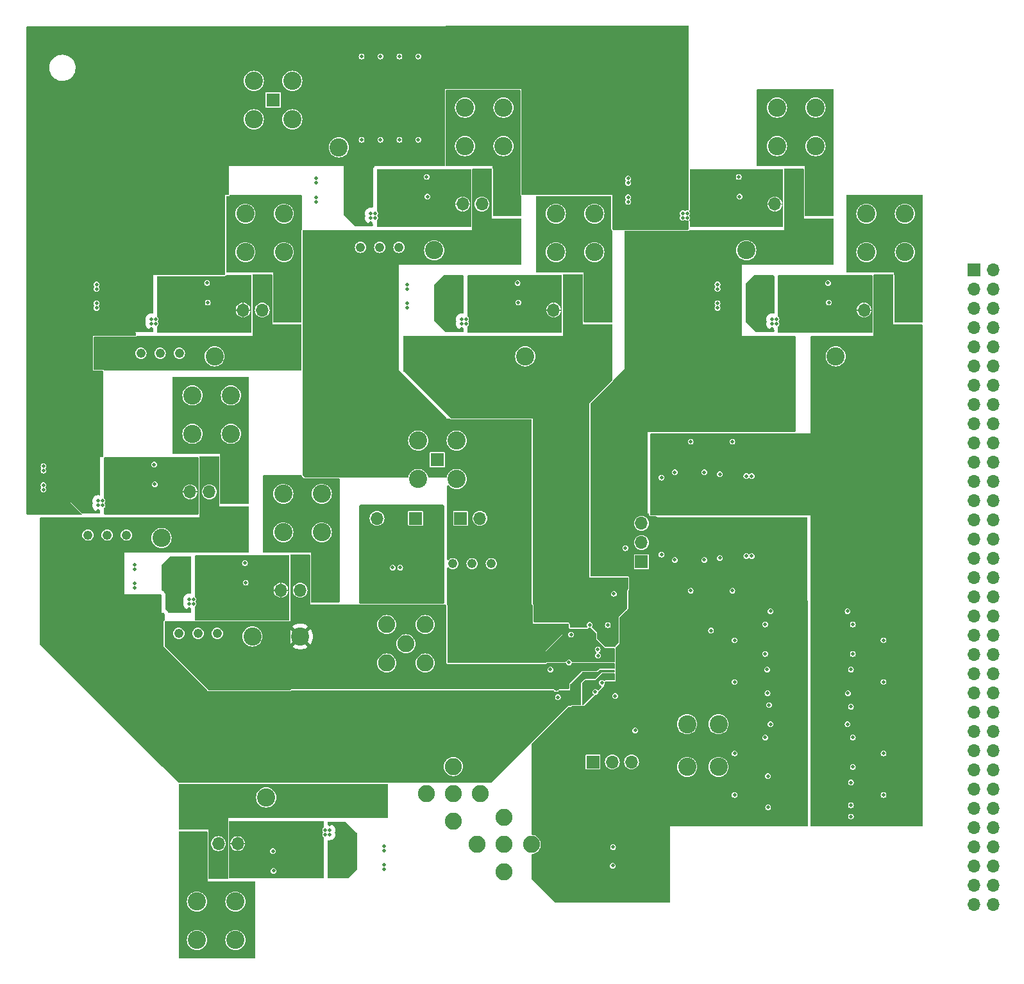
<source format=gbr>
%TF.GenerationSoftware,KiCad,Pcbnew,7.0.1-0*%
%TF.CreationDate,2023-04-17T18:56:10+01:00*%
%TF.ProjectId,cyborg65r2_pcb,6379626f-7267-4363-9572-325f7063622e,rev?*%
%TF.SameCoordinates,Original*%
%TF.FileFunction,Copper,L3,Inr*%
%TF.FilePolarity,Positive*%
%FSLAX46Y46*%
G04 Gerber Fmt 4.6, Leading zero omitted, Abs format (unit mm)*
G04 Created by KiCad (PCBNEW 7.0.1-0) date 2023-04-17 18:56:10*
%MOMM*%
%LPD*%
G01*
G04 APERTURE LIST*
%TA.AperFunction,ComponentPad*%
%ADD10R,1.785000X1.785000*%
%TD*%
%TA.AperFunction,ComponentPad*%
%ADD11C,2.400000*%
%TD*%
%TA.AperFunction,ComponentPad*%
%ADD12C,1.240000*%
%TD*%
%TA.AperFunction,ComponentPad*%
%ADD13R,1.700000X1.700000*%
%TD*%
%TA.AperFunction,ComponentPad*%
%ADD14O,1.700000X1.700000*%
%TD*%
%TA.AperFunction,ComponentPad*%
%ADD15C,2.250000*%
%TD*%
%TA.AperFunction,ViaPad*%
%ADD16C,0.500000*%
%TD*%
G04 APERTURE END LIST*
D10*
%TO.N,Net-(J19-CNTR)*%
%TO.C,J19*%
X130700000Y-58800000D03*
D11*
%TO.N,GND*%
X128160000Y-61340000D03*
X133240000Y-61340000D03*
X133240000Y-56260000D03*
X128160000Y-56260000D03*
%TD*%
D10*
%TO.N,Net-(J26-CNTR)*%
%TO.C,J26*%
X123700000Y-82800000D03*
D11*
%TO.N,GND*%
X121160000Y-85340000D03*
X126240000Y-85340000D03*
X126240000Y-80260000D03*
X121160000Y-80260000D03*
%TD*%
%TO.N,/CLKRS*%
%TO.C,J42*%
X186480000Y-123680000D03*
%TD*%
%TO.N,VDDD1P2*%
%TO.C,J9*%
X171400000Y-75100000D03*
%TD*%
%TO.N,VDDOSC*%
%TO.C,J21*%
X135400000Y-112100000D03*
%TD*%
D12*
%TO.N,Net-(U7-SET)*%
%TO.C,VR2*%
X119370000Y-111700000D03*
%TO.N,GND*%
X121910000Y-111700000D03*
%TO.N,unconnected-(VR2-CW-Pad3)*%
X124450000Y-111700000D03*
%TD*%
D13*
%TO.N,Net-(J36-Pin_1)*%
%TO.C,J38*%
X150625000Y-96500000D03*
D14*
%TO.N,/IREF*%
X148085000Y-96500000D03*
%TO.N,/IREF/IREF_INT*%
X145545000Y-96500000D03*
%TD*%
D13*
%TO.N,/SDA*%
%TO.C,J41*%
X180460000Y-102245000D03*
D14*
%TO.N,GND*%
X180460000Y-99705000D03*
%TO.N,/SCL*%
X180460000Y-97165000D03*
%TD*%
D11*
%TO.N,VDD3P3*%
%TO.C,J1*%
X212400000Y-75100000D03*
%TD*%
%TO.N,VDDCCO*%
%TO.C,J29*%
X159400000Y-61100000D03*
%TD*%
D13*
%TO.N,Net-(J36-Pin_1)*%
%TO.C,J36*%
X156575000Y-96500000D03*
D14*
%TO.N,Net-(J36-Pin_2)*%
X159115000Y-96500000D03*
%TO.N,VDDCCO*%
X161655000Y-96500000D03*
%TD*%
D15*
%TO.N,Net-(J47-CNTR)*%
%TO.C,J47*%
X149360000Y-113060000D03*
%TO.N,GND*%
X151900000Y-115600000D03*
X151900000Y-110520000D03*
X146820000Y-110520000D03*
X146820000Y-115600000D03*
%TD*%
D10*
%TO.N,Net-(J15-CNTR)*%
%TO.C,J15*%
X124290000Y-149660000D03*
D11*
%TO.N,GND*%
X126830000Y-147120000D03*
X121750000Y-147120000D03*
X121750000Y-152200000D03*
X126830000Y-152200000D03*
%TD*%
%TO.N,VREF*%
%TO.C,J17*%
X130400000Y-75100000D03*
%TD*%
%TO.N,GND*%
%TO.C,J2*%
X206100000Y-75100000D03*
%TD*%
%TO.N,VDDTQ*%
%TO.C,J23*%
X123400000Y-99100000D03*
%TD*%
%TO.N,GND*%
%TO.C,J18*%
X124090000Y-75100000D03*
%TD*%
D13*
%TO.N,Net-(J19-CNTR)*%
%TO.C,J20*%
X132930000Y-69000000D03*
D14*
%TO.N,Net-(J20-Pin_2)*%
X130390000Y-69000000D03*
%TO.N,/VREF/VREF_INT*%
X127850000Y-69000000D03*
%TD*%
D11*
%TO.N,VDDA2P5*%
%TO.C,J13*%
X124590000Y-133360000D03*
%TD*%
D10*
%TO.N,Net-(J36-Pin_1)*%
%TO.C,J37*%
X153520000Y-88770000D03*
D11*
%TO.N,GND*%
X150980000Y-91310000D03*
X156060000Y-91310000D03*
X156060000Y-86230000D03*
X150980000Y-86230000D03*
%TD*%
D13*
%TO.N,/RSTB*%
%TO.C,J48*%
X174070000Y-128670000D03*
D14*
%TO.N,GND*%
X176610000Y-128670000D03*
%TO.N,/RSTBCLK*%
X179150000Y-128670000D03*
%TD*%
D11*
%TO.N,GND*%
%TO.C,J14*%
X130900000Y-133360000D03*
%TD*%
%TO.N,GND*%
%TO.C,J24*%
X117080000Y-99100000D03*
%TD*%
D10*
%TO.N,Net-(J11-CNTR)*%
%TO.C,J11*%
X171700000Y-58800000D03*
D11*
%TO.N,GND*%
X169160000Y-61340000D03*
X174240000Y-61340000D03*
X174240000Y-56260000D03*
X169160000Y-56260000D03*
%TD*%
D13*
%TO.N,Net-(J15-CNTR)*%
%TO.C,J16*%
X122060000Y-139460000D03*
D14*
%TO.N,Net-(J16-Pin_2)*%
X124600000Y-139460000D03*
%TO.N,/VDDA2P5/VDDA2P5_INT*%
X127140000Y-139460000D03*
%TD*%
D15*
%TO.N,/CLKIN_N*%
%TO.C,J40*%
X162320000Y-139572102D03*
%TO.N,GND*%
X165912102Y-139572102D03*
X162320000Y-135980000D03*
X158727898Y-139572102D03*
X162320000Y-143164204D03*
%TD*%
D13*
%TO.N,Net-(J25-CNTR)*%
%TO.C,J27*%
X137930000Y-106000000D03*
D14*
%TO.N,Net-(J27-Pin_2)*%
X135390000Y-106000000D03*
%TO.N,/VDDACORE/VDDOSC_INT*%
X132850000Y-106000000D03*
%TD*%
D11*
%TO.N,GND*%
%TO.C,J43*%
X190630000Y-123690000D03*
%TD*%
D10*
%TO.N,Net-(J7-CNTR)*%
%TO.C,J7*%
X200900000Y-44800000D03*
D11*
%TO.N,GND*%
X198360000Y-47340000D03*
X203440000Y-47340000D03*
X203440000Y-42260000D03*
X198360000Y-42260000D03*
%TD*%
D12*
%TO.N,Net-(U6-SET)*%
%TO.C,VR1*%
X114370000Y-74700000D03*
%TO.N,GND*%
X116910000Y-74700000D03*
%TO.N,unconnected-(VR1-CW-Pad3)*%
X119450000Y-74700000D03*
%TD*%
D11*
%TO.N,VDDEXT*%
%TO.C,J34*%
X140500000Y-34500000D03*
%TD*%
D13*
%TO.N,Net-(J3-CNTR)*%
%TO.C,J4*%
X214940000Y-69000000D03*
D14*
%TO.N,VDD3P3*%
X212400000Y-69000000D03*
%TO.N,/VDD3P3/VDD3P3_INT*%
X209860000Y-69000000D03*
%TD*%
D11*
%TO.N,VDDD2P5*%
%TO.C,J5*%
X200610000Y-61100000D03*
%TD*%
%TO.N,/CCOUT*%
%TO.C,J44*%
X186490000Y-129330000D03*
%TD*%
D13*
%TO.N,Net-(J26-CNTR)*%
%TO.C,J28*%
X125930000Y-93000000D03*
D14*
%TO.N,Net-(J28-Pin_2)*%
X123390000Y-93000000D03*
%TO.N,/VDDACORE/VDDTQ_INT*%
X120850000Y-93000000D03*
%TD*%
D13*
%TO.N,Net-(J7-CNTR)*%
%TO.C,J8*%
X203140000Y-55000000D03*
D14*
%TO.N,VDDD2P5*%
X200600000Y-55000000D03*
%TO.N,/VDDD2P5/VDDD2P5_INT*%
X198060000Y-55000000D03*
%TD*%
D11*
%TO.N,GND*%
%TO.C,J6*%
X194300000Y-61100000D03*
%TD*%
D12*
%TO.N,Net-(U9-SET)*%
%TO.C,VR4*%
X143370000Y-60700000D03*
%TO.N,GND*%
X145910000Y-60700000D03*
%TO.N,unconnected-(VR4-CW-Pad3)*%
X148450000Y-60700000D03*
%TD*%
D13*
%TO.N,/DIGBUF_LEVSHIFT/AUX_BUF11*%
%TO.C,J46*%
X224370000Y-63670000D03*
D14*
%TO.N,GND*%
X226910000Y-63670000D03*
%TO.N,/DIGBUF_LEVSHIFT/AUX_BUF10*%
X224370000Y-66210000D03*
%TO.N,GND*%
X226910000Y-66210000D03*
%TO.N,/DIGBUF_LEVSHIFT/AUX_BUF9*%
X224370000Y-68750000D03*
%TO.N,GND*%
X226910000Y-68750000D03*
%TO.N,/DIGBUF_LEVSHIFT/AUX_BUF8*%
X224370000Y-71290000D03*
%TO.N,GND*%
X226910000Y-71290000D03*
%TO.N,/DIGBUF_LEVSHIFT/AUX_BUF7*%
X224370000Y-73830000D03*
%TO.N,GND*%
X226910000Y-73830000D03*
%TO.N,/DIGBUF_LEVSHIFT/AUX_BUF6*%
X224370000Y-76370000D03*
%TO.N,GND*%
X226910000Y-76370000D03*
%TO.N,/DIGBUF_LEVSHIFT/AUX_BUF5*%
X224370000Y-78910000D03*
%TO.N,GND*%
X226910000Y-78910000D03*
%TO.N,/DIGBUF_LEVSHIFT/AUX_BUF4*%
X224370000Y-81450000D03*
%TO.N,GND*%
X226910000Y-81450000D03*
%TO.N,/DIGBUF_LEVSHIFT/AUX_BUF3*%
X224370000Y-83990000D03*
%TO.N,GND*%
X226910000Y-83990000D03*
%TO.N,/DIGBUF_LEVSHIFT/AUX_BUF2*%
X224370000Y-86530000D03*
%TO.N,GND*%
X226910000Y-86530000D03*
%TO.N,/DIGBUF_LEVSHIFT/AUX_BUF1*%
X224370000Y-89070000D03*
%TO.N,GND*%
X226910000Y-89070000D03*
%TO.N,/DIGBUF_LEVSHIFT/AUX_BUF0*%
X224370000Y-91610000D03*
%TO.N,GND*%
X226910000Y-91610000D03*
%TO.N,/DIGBUF_LEVSHIFT/CLKRS_BUF*%
X224370000Y-94150000D03*
%TO.N,GND*%
X226910000Y-94150000D03*
%TO.N,/DIGBUF_LEVSHIFT/CCOUT_BUF*%
X224370000Y-96690000D03*
%TO.N,GND*%
X226910000Y-96690000D03*
%TO.N,/DIGBUF_LEVSHIFT/CLKOUT_BUF*%
X224370000Y-99230000D03*
%TO.N,GND*%
X226910000Y-99230000D03*
%TO.N,/DIGBUF_LEVSHIFT/DOUT_BUF0*%
X224370000Y-101770000D03*
%TO.N,GND*%
X226910000Y-101770000D03*
%TO.N,/DIGBUF_LEVSHIFT/DOUT_BUF1*%
X224370000Y-104310000D03*
%TO.N,GND*%
X226910000Y-104310000D03*
%TO.N,/DIGBUF_LEVSHIFT/DOUT_BUF2*%
X224370000Y-106850000D03*
%TO.N,GND*%
X226910000Y-106850000D03*
%TO.N,/DIGBUF_LEVSHIFT/DOUT_BUF3*%
X224370000Y-109390000D03*
%TO.N,GND*%
X226910000Y-109390000D03*
%TO.N,/DIGBUF_LEVSHIFT/DOUT_BUF4*%
X224370000Y-111930000D03*
%TO.N,GND*%
X226910000Y-111930000D03*
%TO.N,/DIGBUF_LEVSHIFT/DOUT_BUF5*%
X224370000Y-114470000D03*
%TO.N,GND*%
X226910000Y-114470000D03*
%TO.N,/DIGBUF_LEVSHIFT/DOUT_BUF6*%
X224370000Y-117010000D03*
%TO.N,GND*%
X226910000Y-117010000D03*
%TO.N,/DIGBUF_LEVSHIFT/DOUT_BUF7*%
X224370000Y-119550000D03*
%TO.N,GND*%
X226910000Y-119550000D03*
%TO.N,/DIGBUF_LEVSHIFT/DOUT_BUF8*%
X224370000Y-122090000D03*
%TO.N,GND*%
X226910000Y-122090000D03*
%TO.N,/DIGBUF_LEVSHIFT/DOUT_BUF9*%
X224370000Y-124630000D03*
%TO.N,GND*%
X226910000Y-124630000D03*
%TO.N,/DIGBUF_LEVSHIFT/DOUT_BUF10*%
X224370000Y-127170000D03*
%TO.N,GND*%
X226910000Y-127170000D03*
%TO.N,/DIGBUF_LEVSHIFT/DOUT_BUF11*%
X224370000Y-129710000D03*
%TO.N,GND*%
X226910000Y-129710000D03*
%TO.N,/DIGBUF_LEVSHIFT/DOUT_BUF12*%
X224370000Y-132250000D03*
%TO.N,GND*%
X226910000Y-132250000D03*
%TO.N,/DIGBUF_LEVSHIFT/DOUT_BUF13*%
X224370000Y-134790000D03*
%TO.N,GND*%
X226910000Y-134790000D03*
%TO.N,/DIGBUF_LEVSHIFT/DOUT_BUF14*%
X224370000Y-137330000D03*
%TO.N,GND*%
X226910000Y-137330000D03*
%TO.N,/DIGBUF_LEVSHIFT/DOUT_BUF15*%
X224370000Y-139870000D03*
%TO.N,GND*%
X226910000Y-139870000D03*
%TO.N,/DIGBUF_LEVSHIFT/DOUT_BUF16*%
X224370000Y-142410000D03*
%TO.N,GND*%
X226910000Y-142410000D03*
%TO.N,/DIGBUF_LEVSHIFT/DOUT_BUF17*%
X224370000Y-144950000D03*
%TO.N,GND*%
X226910000Y-144950000D03*
%TO.N,/DIGBUF_LEVSHIFT/DOUT_BUF18*%
X224370000Y-147490000D03*
%TO.N,GND*%
X226910000Y-147490000D03*
%TD*%
D11*
%TO.N,GND*%
%TO.C,J35*%
X140500000Y-47500000D03*
%TD*%
%TO.N,GND*%
%TO.C,J22*%
X129080000Y-112100000D03*
%TD*%
D10*
%TO.N,Net-(J3-CNTR)*%
%TO.C,J3*%
X212700000Y-58800000D03*
D11*
%TO.N,GND*%
X210160000Y-61340000D03*
X215240000Y-61340000D03*
X215240000Y-56260000D03*
X210160000Y-56260000D03*
%TD*%
D15*
%TO.N,/CLKIN_P*%
%TO.C,J39*%
X155612102Y-132872102D03*
%TO.N,GND*%
X159204204Y-132872102D03*
X155612102Y-129280000D03*
X152020000Y-132872102D03*
X155612102Y-136464204D03*
%TD*%
D10*
%TO.N,Net-(J25-CNTR)*%
%TO.C,J25*%
X135700000Y-95800000D03*
D11*
%TO.N,GND*%
X133160000Y-98340000D03*
X138240000Y-98340000D03*
X138240000Y-93260000D03*
X133160000Y-93260000D03*
%TD*%
%TO.N,GND*%
%TO.C,J10*%
X165100000Y-75100000D03*
%TD*%
D12*
%TO.N,Net-(U8-SET)*%
%TO.C,VR3*%
X107370000Y-98700000D03*
%TO.N,GND*%
X109910000Y-98700000D03*
%TO.N,unconnected-(VR3-CW-Pad3)*%
X112450000Y-98700000D03*
%TD*%
D13*
%TO.N,Net-(J11-CNTR)*%
%TO.C,J12*%
X173935000Y-69000000D03*
D14*
%TO.N,VDDD1P2*%
X171395000Y-69000000D03*
%TO.N,/VDDD1P2/VDD1P2_INT*%
X168855000Y-69000000D03*
%TD*%
D10*
%TO.N,Net-(J31-CNTR)*%
%TO.C,J31*%
X159700000Y-44800000D03*
D11*
%TO.N,GND*%
X157160000Y-47340000D03*
X162240000Y-47340000D03*
X162240000Y-42260000D03*
X157160000Y-42260000D03*
%TD*%
D12*
%TO.N,unconnected-(VR5-CCW-Pad1)*%
%TO.C,VR5*%
X155560000Y-102500000D03*
%TO.N,/IREF/IREF_INT*%
X158100000Y-102500000D03*
%TO.N,Net-(J36-Pin_2)*%
X160640000Y-102500000D03*
%TD*%
D10*
%TO.N,Net-(J33-CNTR)*%
%TO.C,J33*%
X131820000Y-41250000D03*
D11*
%TO.N,GND*%
X134360000Y-43790000D03*
X134360000Y-38710000D03*
X129280000Y-38710000D03*
X129280000Y-43790000D03*
%TD*%
D13*
%TO.N,Net-(J31-CNTR)*%
%TO.C,J32*%
X161930000Y-55000000D03*
D14*
%TO.N,Net-(J32-Pin_2)*%
X159390000Y-55000000D03*
%TO.N,/VDDACORE/VDDCCO_INT*%
X156850000Y-55000000D03*
%TD*%
D11*
%TO.N,GND*%
%TO.C,J30*%
X153080000Y-61100000D03*
%TD*%
%TO.N,GND*%
%TO.C,J45*%
X190630000Y-129330000D03*
%TD*%
D16*
%TO.N,VDDEXT*%
X104800000Y-88500000D03*
X142290000Y-141860000D03*
X143000000Y-40500000D03*
X115700000Y-71500000D03*
X145000000Y-40500000D03*
X112700000Y-67300000D03*
X194700000Y-67300000D03*
X150000000Y-40500000D03*
X120700000Y-108500000D03*
X112700000Y-66600000D03*
X185900000Y-57500000D03*
X104800000Y-87500000D03*
X148000000Y-41500000D03*
X145000000Y-41500000D03*
X142290000Y-142560000D03*
X153700000Y-65900000D03*
X108700000Y-95500000D03*
X156700000Y-71500000D03*
X182900000Y-52600000D03*
X146000000Y-41500000D03*
X141700000Y-51900000D03*
X197700000Y-71500000D03*
X144000000Y-41500000D03*
X105500000Y-88500000D03*
X105700000Y-89900000D03*
X147000000Y-40500000D03*
X153700000Y-66600000D03*
X152000000Y-41500000D03*
X141700000Y-52600000D03*
X105700000Y-90600000D03*
X141700000Y-53300000D03*
X117700000Y-104300000D03*
X104100000Y-87500000D03*
X149000000Y-40500000D03*
X144700000Y-57500000D03*
X182900000Y-51900000D03*
X146000000Y-40500000D03*
X149000000Y-41500000D03*
X143000000Y-41500000D03*
X151000000Y-40500000D03*
X194700000Y-66600000D03*
X139290000Y-136960000D03*
X150000000Y-41500000D03*
X112700000Y-65900000D03*
X105500000Y-87500000D03*
X144000000Y-40500000D03*
X182900000Y-53300000D03*
X142290000Y-141160000D03*
X148000000Y-40500000D03*
X104100000Y-88500000D03*
X147000000Y-41500000D03*
X117700000Y-102900000D03*
X151000000Y-41500000D03*
X152000000Y-40500000D03*
X194700000Y-65900000D03*
X105700000Y-91300000D03*
X117700000Y-103600000D03*
X153700000Y-67300000D03*
%TO.N,/VDD3P3/VDD3P3_INT*%
X201900000Y-67300000D03*
X201900000Y-66600000D03*
X201900000Y-65900000D03*
%TO.N,VDD3P3*%
X185470000Y-88680000D03*
X209510000Y-134500000D03*
X210170000Y-111180000D03*
X191030000Y-88630000D03*
X209890000Y-126250000D03*
X210250000Y-116730000D03*
%TO.N,VDDD2P5*%
X200000000Y-75500000D03*
X198000000Y-78500000D03*
X197000000Y-76500000D03*
X199000000Y-104500000D03*
X198000000Y-80500000D03*
X198000000Y-77500000D03*
X190970000Y-104070000D03*
X198000000Y-105500000D03*
X174402500Y-102375000D03*
X200000000Y-105500000D03*
X197000000Y-106500000D03*
X197000000Y-102500000D03*
X198000000Y-103500000D03*
X199000000Y-77500000D03*
X199000000Y-106500000D03*
X200000000Y-106500000D03*
X199000000Y-101500000D03*
X197000000Y-77500000D03*
X199000000Y-78500000D03*
X198000000Y-76500000D03*
X197000000Y-104500000D03*
X200000000Y-80500000D03*
X199000000Y-80500000D03*
X181080000Y-121820000D03*
X199000000Y-75500000D03*
X200000000Y-76500000D03*
X174402500Y-100435000D03*
X200000000Y-78500000D03*
X198000000Y-79500000D03*
X200000000Y-104500000D03*
X198000000Y-101500000D03*
X200000000Y-102500000D03*
X197000000Y-79500000D03*
X200000000Y-103500000D03*
X176610000Y-133470000D03*
X198000000Y-75500000D03*
X200000000Y-77500000D03*
X198000000Y-106500000D03*
X198000000Y-102500000D03*
X198000000Y-104500000D03*
X194880000Y-116750000D03*
X185580000Y-103710000D03*
X199000000Y-103500000D03*
X199000000Y-79500000D03*
X197000000Y-80500000D03*
X200000000Y-101500000D03*
X195110000Y-131610000D03*
X195200000Y-111190000D03*
X200000000Y-79500000D03*
X197000000Y-105500000D03*
X195290000Y-126100000D03*
X199000000Y-105500000D03*
X199000000Y-76500000D03*
X197000000Y-75500000D03*
X197000000Y-103500000D03*
X197000000Y-101500000D03*
X185290000Y-110760000D03*
X199000000Y-102500000D03*
X197000000Y-78500000D03*
%TO.N,/VDDD2P5/VDDD2P5_INT*%
X190100000Y-51900000D03*
X190100000Y-53300000D03*
X190100000Y-52600000D03*
%TO.N,/VDDD1P2/VDD1P2_INT*%
X160900000Y-67300000D03*
X160900000Y-65900000D03*
X160900000Y-66600000D03*
%TO.N,VDDD1P2*%
X175370000Y-108400000D03*
X178250000Y-108400000D03*
%TO.N,/VDDA2P5/VDDA2P5_INT*%
X135090000Y-141160000D03*
X135090000Y-142560000D03*
X135090000Y-141860000D03*
%TO.N,VDDA2P5*%
X140000000Y-132000000D03*
X138000000Y-135000000D03*
X121690000Y-136760000D03*
X121690000Y-135760000D03*
X140000000Y-133000000D03*
X120590000Y-136760000D03*
X140000000Y-134000000D03*
X138000000Y-134000000D03*
X138000000Y-133000000D03*
X120590000Y-135760000D03*
X138000000Y-132000000D03*
X140000000Y-135000000D03*
X139000000Y-135000000D03*
X174330000Y-118470000D03*
X137000000Y-133000000D03*
X139000000Y-134000000D03*
X139000000Y-133000000D03*
X139000000Y-132000000D03*
X137000000Y-135000000D03*
X137000000Y-132000000D03*
X137000000Y-134000000D03*
%TO.N,/VREF/VREF_INT*%
X119900000Y-65900000D03*
X119900000Y-66600000D03*
X119900000Y-67300000D03*
%TO.N,VREF*%
X133300000Y-71700000D03*
X133300000Y-72700000D03*
X134400000Y-71700000D03*
X170880000Y-115535500D03*
X134400000Y-72700000D03*
X113070000Y-76120000D03*
%TO.N,/VDDACORE/VDDTQ_INT*%
X112900000Y-89900000D03*
X112900000Y-90600000D03*
X112900000Y-91300000D03*
%TO.N,/VDDACORE/VDDCCO_INT*%
X148900000Y-51900000D03*
X148900000Y-53300000D03*
X148900000Y-52600000D03*
%TO.N,VDDOSC*%
X169230000Y-119050000D03*
X139400000Y-109700000D03*
X138300000Y-109700000D03*
X169230000Y-118380000D03*
X138300000Y-108700000D03*
X139400000Y-108700000D03*
X118070000Y-113120000D03*
%TO.N,VDDTQ*%
X127400000Y-95700000D03*
X126300000Y-96700000D03*
X126300000Y-95700000D03*
X127400000Y-96700000D03*
X106070000Y-100120000D03*
X173700000Y-117460000D03*
X172870000Y-117500000D03*
%TO.N,/VDDACORE/VDDOSC_INT*%
X124900000Y-104300000D03*
X124900000Y-103600000D03*
X124900000Y-102900000D03*
%TO.N,/IREF*%
X151600000Y-102000000D03*
X151600000Y-104000000D03*
X151600000Y-103000000D03*
X174710000Y-114640000D03*
%TO.N,/SDA*%
X178330000Y-100435000D03*
%TO.N,/RSTB*%
X173630000Y-110550000D03*
%TO.N,GND*%
X208370000Y-110510000D03*
X186960000Y-86370000D03*
X212420000Y-118110000D03*
X168430000Y-116460000D03*
X176710000Y-139920000D03*
X116200000Y-92000000D03*
X146000000Y-35500000D03*
X197310000Y-121160000D03*
X108500000Y-68100000D03*
X197700000Y-70800000D03*
X183110000Y-101289000D03*
X208370000Y-125440000D03*
X186500000Y-56200000D03*
X178700000Y-52200000D03*
X121300000Y-107200000D03*
X190500000Y-68700000D03*
X148500000Y-46500000D03*
X174360000Y-119420000D03*
X108700000Y-94800000D03*
X146490000Y-140360000D03*
X192751000Y-133040000D03*
X149500000Y-66200000D03*
X176020000Y-110600000D03*
X116100000Y-89400000D03*
X108500000Y-65600000D03*
X197051000Y-116460000D03*
X169420000Y-120130000D03*
X139290000Y-137660000D03*
X190810000Y-90670000D03*
X190810000Y-101739000D03*
X176810000Y-106460000D03*
X138690000Y-138260000D03*
X208120000Y-121380000D03*
X131790000Y-140460000D03*
X188760000Y-90420000D03*
X152100000Y-51400000D03*
X101500000Y-89600000D03*
X123100000Y-65400000D03*
X113500000Y-105100000D03*
X198300000Y-70200000D03*
X176660000Y-142370000D03*
X195010000Y-90920000D03*
X149500000Y-68100000D03*
X184860000Y-90420000D03*
X179640000Y-124500000D03*
X148500000Y-35500000D03*
X176990000Y-119960000D03*
X137500000Y-54700000D03*
X131890000Y-143060000D03*
X192751000Y-112610000D03*
X128100000Y-102400000D03*
X152200000Y-54000000D03*
X113500000Y-102600000D03*
X194310000Y-90920000D03*
X109300000Y-94800000D03*
X156700000Y-70200000D03*
X190500000Y-65600000D03*
X196801000Y-110510000D03*
X149500000Y-65600000D03*
X145300000Y-56200000D03*
X121300000Y-107800000D03*
X144700000Y-56800000D03*
X156700000Y-70800000D03*
X178700000Y-51600000D03*
X190500000Y-66200000D03*
X123200000Y-68000000D03*
X116300000Y-70800000D03*
X109300000Y-94200000D03*
X196801000Y-114410000D03*
X146490000Y-142860000D03*
X108500000Y-66200000D03*
X178700000Y-54700000D03*
X157300000Y-70200000D03*
X208120000Y-116460000D03*
X146490000Y-139760000D03*
X196801000Y-125440000D03*
X184860000Y-101989000D03*
X148600000Y-103000000D03*
X208114000Y-135890000D03*
X115700000Y-70200000D03*
X188760000Y-101989000D03*
X185900000Y-56800000D03*
X178700000Y-54100000D03*
X151000000Y-46500000D03*
X208370000Y-114410000D03*
X208120000Y-131390000D03*
X192460000Y-86370000D03*
X144700000Y-56200000D03*
X212420000Y-133040000D03*
X207725000Y-119595000D03*
X197501000Y-123690000D03*
X208114000Y-134390000D03*
X120700000Y-107200000D03*
X164200000Y-68000000D03*
X101500000Y-92100000D03*
X137500000Y-52200000D03*
X205100000Y-65400000D03*
X193300000Y-51400000D03*
X137500000Y-54100000D03*
X101500000Y-92700000D03*
X208370000Y-129340000D03*
X195010000Y-101489000D03*
X137500000Y-51600000D03*
X113500000Y-103200000D03*
X192460000Y-106039000D03*
X138690000Y-137660000D03*
X197103970Y-119603970D03*
X108500000Y-68700000D03*
X128200000Y-105000000D03*
X197501000Y-108760000D03*
X146000000Y-46500000D03*
X149500000Y-68700000D03*
X185900000Y-56200000D03*
X186500000Y-56800000D03*
X212420000Y-127540000D03*
X192751000Y-127540000D03*
X113500000Y-105700000D03*
X189640000Y-111330000D03*
X197700000Y-70200000D03*
X120700000Y-107800000D03*
X198300000Y-70800000D03*
X212420000Y-112610000D03*
X116300000Y-70200000D03*
X115700000Y-70800000D03*
X190500000Y-68100000D03*
X207670000Y-108760000D03*
X171170000Y-111850000D03*
X151000000Y-35500000D03*
X164100000Y-65400000D03*
X192751000Y-118110000D03*
X183110000Y-91120000D03*
X157300000Y-70800000D03*
X186960000Y-106039000D03*
X193400000Y-54000000D03*
X197180000Y-134660000D03*
X174682937Y-113807063D03*
X145300000Y-56800000D03*
X143500000Y-46500000D03*
X175230000Y-118220000D03*
X108700000Y-94200000D03*
X147600000Y-103000000D03*
X139290000Y-138260000D03*
X146490000Y-142260000D03*
X143500000Y-35500000D03*
X207670000Y-123690000D03*
X194310000Y-101489000D03*
X205200000Y-68000000D03*
X101500000Y-90200000D03*
X197170000Y-130540000D03*
%TO.N,VDDCCO*%
X173620000Y-112780000D03*
X156900000Y-106500000D03*
X163400000Y-58700000D03*
X142070000Y-62120000D03*
X162300000Y-58700000D03*
X162300000Y-57700000D03*
X163400000Y-57700000D03*
%TD*%
%TA.AperFunction,Conductor*%
%TO.N,VDDA2P5*%
G36*
X176875500Y-116976613D02*
G01*
X176920887Y-117022000D01*
X176937500Y-117084000D01*
X176937500Y-117743500D01*
X176920887Y-117805500D01*
X176875500Y-117850887D01*
X176813500Y-117867500D01*
X175791362Y-117867500D01*
X175765510Y-117870046D01*
X175718060Y-117879484D01*
X175670301Y-117899266D01*
X175630078Y-117926141D01*
X175629029Y-117927002D01*
X175628210Y-117927389D01*
X175625009Y-117929528D01*
X175624691Y-117929053D01*
X175574556Y-117952762D01*
X175514373Y-117949803D01*
X175462690Y-117918824D01*
X175454655Y-117910789D01*
X175348107Y-117856499D01*
X175230000Y-117837793D01*
X175111892Y-117856499D01*
X175005344Y-117910789D01*
X174920789Y-117995344D01*
X174866499Y-118101892D01*
X174847793Y-118219999D01*
X174866499Y-118338107D01*
X174866500Y-118338108D01*
X174920789Y-118444655D01*
X175005345Y-118529211D01*
X175092524Y-118573631D01*
X175129392Y-118592417D01*
X175128533Y-118594101D01*
X175163337Y-118610143D01*
X175200741Y-118666116D01*
X175203387Y-118733383D01*
X175170493Y-118792120D01*
X174805921Y-119156693D01*
X174750334Y-119188787D01*
X174686146Y-119188787D01*
X174630559Y-119156693D01*
X174584655Y-119110789D01*
X174478107Y-119056499D01*
X174360000Y-119037793D01*
X174241892Y-119056499D01*
X174135344Y-119110789D01*
X174050789Y-119195344D01*
X173996499Y-119301892D01*
X173977793Y-119419999D01*
X173996499Y-119538107D01*
X174050789Y-119644655D01*
X174096693Y-119690559D01*
X174128787Y-119746146D01*
X174128787Y-119810333D01*
X174096693Y-119865921D01*
X172831681Y-121130935D01*
X172782318Y-121161185D01*
X172724602Y-121165727D01*
X172671115Y-121143572D01*
X172633515Y-121099549D01*
X172620000Y-121043254D01*
X172620000Y-118321362D01*
X172629439Y-118273909D01*
X172656319Y-118233681D01*
X172983681Y-117906319D01*
X173023909Y-117879439D01*
X173071362Y-117870000D01*
X174370000Y-117870000D01*
X175243681Y-116996319D01*
X175283909Y-116969439D01*
X175331362Y-116960000D01*
X176813500Y-116960000D01*
X176875500Y-116976613D01*
G37*
%TD.AperFunction*%
%TD*%
%TA.AperFunction,Conductor*%
%TO.N,/VDDA2P5/VDDA2P5_INT*%
G36*
X138471694Y-136478306D02*
G01*
X138490000Y-136522500D01*
X138490000Y-137300246D01*
X138485242Y-137324164D01*
X138471694Y-137344440D01*
X138380788Y-137435344D01*
X138326500Y-137541890D01*
X138307794Y-137659999D01*
X138326500Y-137778109D01*
X138380788Y-137884655D01*
X138411939Y-137915806D01*
X138430245Y-137960000D01*
X138411939Y-138004194D01*
X138380788Y-138035344D01*
X138326500Y-138141890D01*
X138307794Y-138259999D01*
X138326500Y-138378109D01*
X138380788Y-138484655D01*
X138471694Y-138575560D01*
X138485242Y-138595836D01*
X138490000Y-138619754D01*
X138490000Y-143997500D01*
X138471694Y-144041694D01*
X138427500Y-144060000D01*
X126085000Y-144060000D01*
X126040806Y-144041694D01*
X126022500Y-143997500D01*
X126022500Y-143060000D01*
X131507794Y-143060000D01*
X131526500Y-143178109D01*
X131580788Y-143284655D01*
X131665344Y-143369211D01*
X131771890Y-143423499D01*
X131771892Y-143423500D01*
X131890000Y-143442206D01*
X132008108Y-143423500D01*
X132114655Y-143369211D01*
X132199211Y-143284655D01*
X132253500Y-143178108D01*
X132272206Y-143060000D01*
X132253500Y-142941892D01*
X132253499Y-142941890D01*
X132199211Y-142835344D01*
X132114655Y-142750788D01*
X132008109Y-142696500D01*
X131949054Y-142687147D01*
X131890000Y-142677794D01*
X131889999Y-142677794D01*
X131771890Y-142696500D01*
X131665344Y-142750788D01*
X131580788Y-142835344D01*
X131526500Y-142941890D01*
X131507794Y-143060000D01*
X126022500Y-143060000D01*
X126022500Y-140460000D01*
X131407794Y-140460000D01*
X131426500Y-140578109D01*
X131480788Y-140684655D01*
X131565344Y-140769211D01*
X131671890Y-140823499D01*
X131671892Y-140823500D01*
X131790000Y-140842206D01*
X131908108Y-140823500D01*
X132014655Y-140769211D01*
X132099211Y-140684655D01*
X132153500Y-140578108D01*
X132172206Y-140460000D01*
X132153500Y-140341892D01*
X132153499Y-140341890D01*
X132099211Y-140235344D01*
X132014655Y-140150788D01*
X131908109Y-140096500D01*
X131790000Y-140077794D01*
X131671890Y-140096500D01*
X131565344Y-140150788D01*
X131480788Y-140235344D01*
X131426500Y-140341890D01*
X131407794Y-140460000D01*
X126022500Y-140460000D01*
X126022500Y-139523500D01*
X126164527Y-139523500D01*
X126177136Y-139651523D01*
X126233003Y-139835692D01*
X126323724Y-140005419D01*
X126445813Y-140154186D01*
X126594580Y-140276275D01*
X126764307Y-140366996D01*
X126948476Y-140422863D01*
X127076499Y-140435473D01*
X127076500Y-140435473D01*
X127076500Y-139523500D01*
X127203500Y-139523500D01*
X127203500Y-140435473D01*
X127331523Y-140422863D01*
X127515692Y-140366996D01*
X127685419Y-140276275D01*
X127834186Y-140154186D01*
X127956275Y-140005419D01*
X128046996Y-139835692D01*
X128102863Y-139651523D01*
X128115473Y-139523500D01*
X127203500Y-139523500D01*
X127076500Y-139523500D01*
X126164527Y-139523500D01*
X126022500Y-139523500D01*
X126022500Y-139396499D01*
X126164526Y-139396499D01*
X126164527Y-139396500D01*
X127076500Y-139396500D01*
X127076500Y-138484527D01*
X127076499Y-138484526D01*
X127203500Y-138484526D01*
X127203500Y-139396500D01*
X128115473Y-139396500D01*
X128115473Y-139396499D01*
X128102863Y-139268476D01*
X128046996Y-139084307D01*
X127956275Y-138914580D01*
X127834186Y-138765813D01*
X127685419Y-138643724D01*
X127515692Y-138553003D01*
X127331523Y-138497136D01*
X127203500Y-138484526D01*
X127076499Y-138484526D01*
X126948476Y-138497136D01*
X126764307Y-138553003D01*
X126594580Y-138643724D01*
X126445813Y-138765813D01*
X126323724Y-138914580D01*
X126233003Y-139084307D01*
X126177136Y-139268476D01*
X126164526Y-139396499D01*
X126022500Y-139396499D01*
X126022500Y-136522500D01*
X126040806Y-136478306D01*
X126085000Y-136460000D01*
X138427500Y-136460000D01*
X138471694Y-136478306D01*
G37*
%TD.AperFunction*%
%TD*%
%TA.AperFunction,Conductor*%
%TO.N,VREF*%
G36*
X131681694Y-64318306D02*
G01*
X131700000Y-64362500D01*
X131700000Y-70900000D01*
X135505000Y-70900000D01*
X135549194Y-70918306D01*
X135567500Y-70962500D01*
X135567500Y-76937500D01*
X135549194Y-76981694D01*
X135505000Y-77000000D01*
X109531461Y-77000000D01*
X109500210Y-76991626D01*
X109477333Y-76968748D01*
X109477077Y-76968305D01*
X109431694Y-76922922D01*
X109372291Y-76888626D01*
X109310294Y-76872014D01*
X109276003Y-76867500D01*
X109276000Y-76867500D01*
X108195000Y-76867500D01*
X108150806Y-76849194D01*
X108132500Y-76805000D01*
X108132500Y-74699999D01*
X113617770Y-74699999D01*
X113636629Y-74867385D01*
X113692265Y-75026382D01*
X113781882Y-75169008D01*
X113900991Y-75288117D01*
X114021555Y-75363871D01*
X114043620Y-75377736D01*
X114202613Y-75433370D01*
X114370000Y-75452230D01*
X114537387Y-75433370D01*
X114696380Y-75377736D01*
X114839008Y-75288117D01*
X114958117Y-75169008D01*
X115047736Y-75026380D01*
X115103370Y-74867387D01*
X115122230Y-74700000D01*
X115122230Y-74699999D01*
X116157770Y-74699999D01*
X116176629Y-74867385D01*
X116232265Y-75026382D01*
X116321882Y-75169008D01*
X116440991Y-75288117D01*
X116561555Y-75363871D01*
X116583620Y-75377736D01*
X116742613Y-75433370D01*
X116910000Y-75452230D01*
X117077387Y-75433370D01*
X117236380Y-75377736D01*
X117379008Y-75288117D01*
X117498117Y-75169008D01*
X117587736Y-75026380D01*
X117643370Y-74867387D01*
X117662230Y-74700000D01*
X117662230Y-74699999D01*
X118697770Y-74699999D01*
X118716629Y-74867385D01*
X118772265Y-75026382D01*
X118861882Y-75169008D01*
X118980991Y-75288117D01*
X119101555Y-75363871D01*
X119123620Y-75377736D01*
X119282613Y-75433370D01*
X119450000Y-75452230D01*
X119617387Y-75433370D01*
X119776380Y-75377736D01*
X119919008Y-75288117D01*
X120038117Y-75169008D01*
X120081478Y-75100000D01*
X122757428Y-75100000D01*
X122777673Y-75331400D01*
X122837792Y-75555764D01*
X122935960Y-75766287D01*
X123069190Y-75956560D01*
X123233439Y-76120809D01*
X123423712Y-76254039D01*
X123423713Y-76254039D01*
X123423714Y-76254040D01*
X123634234Y-76352207D01*
X123709022Y-76372246D01*
X123858599Y-76412326D01*
X124090000Y-76432571D01*
X124321400Y-76412326D01*
X124396188Y-76392286D01*
X124545766Y-76352207D01*
X124756286Y-76254040D01*
X124946560Y-76120809D01*
X125110809Y-75956560D01*
X125244040Y-75766286D01*
X125342207Y-75555766D01*
X125402326Y-75331399D01*
X125422571Y-75100000D01*
X125402326Y-74868601D01*
X125402326Y-74868599D01*
X125342207Y-74644235D01*
X125290157Y-74532614D01*
X125244040Y-74433715D01*
X125244039Y-74433713D01*
X125110809Y-74243439D01*
X124946560Y-74079190D01*
X124756287Y-73945960D01*
X124545764Y-73847792D01*
X124321400Y-73787673D01*
X124090000Y-73767428D01*
X123858599Y-73787673D01*
X123634235Y-73847792D01*
X123423713Y-73945960D01*
X123233439Y-74079190D01*
X123069190Y-74243439D01*
X122935960Y-74433713D01*
X122837792Y-74644235D01*
X122777673Y-74868599D01*
X122757428Y-75100000D01*
X120081478Y-75100000D01*
X120127736Y-75026380D01*
X120183370Y-74867387D01*
X120202230Y-74700000D01*
X120183370Y-74532613D01*
X120127736Y-74373620D01*
X120045939Y-74243440D01*
X120038117Y-74230991D01*
X119919008Y-74111882D01*
X119776382Y-74022265D01*
X119776381Y-74022264D01*
X119776380Y-74022264D01*
X119696883Y-73994446D01*
X119617385Y-73966629D01*
X119450000Y-73947770D01*
X119282614Y-73966629D01*
X119123617Y-74022265D01*
X118980991Y-74111882D01*
X118861882Y-74230991D01*
X118772265Y-74373617D01*
X118716629Y-74532614D01*
X118697770Y-74699999D01*
X117662230Y-74699999D01*
X117643370Y-74532613D01*
X117587736Y-74373620D01*
X117505939Y-74243440D01*
X117498117Y-74230991D01*
X117379008Y-74111882D01*
X117236382Y-74022265D01*
X117236381Y-74022264D01*
X117236380Y-74022264D01*
X117156883Y-73994446D01*
X117077385Y-73966629D01*
X116910000Y-73947770D01*
X116742614Y-73966629D01*
X116583617Y-74022265D01*
X116440991Y-74111882D01*
X116321882Y-74230991D01*
X116232265Y-74373617D01*
X116176629Y-74532614D01*
X116157770Y-74699999D01*
X115122230Y-74699999D01*
X115103370Y-74532613D01*
X115047736Y-74373620D01*
X114965939Y-74243440D01*
X114958117Y-74230991D01*
X114839008Y-74111882D01*
X114696382Y-74022265D01*
X114696381Y-74022264D01*
X114696380Y-74022264D01*
X114616883Y-73994446D01*
X114537385Y-73966629D01*
X114370000Y-73947770D01*
X114202614Y-73966629D01*
X114043617Y-74022265D01*
X113900991Y-74111882D01*
X113781882Y-74230991D01*
X113692265Y-74373617D01*
X113636629Y-74532614D01*
X113617770Y-74699999D01*
X108132500Y-74699999D01*
X108132500Y-72595000D01*
X108150806Y-72550806D01*
X108195000Y-72532500D01*
X113576003Y-72532500D01*
X113610294Y-72527985D01*
X113672291Y-72511373D01*
X113672291Y-72511372D01*
X113672294Y-72511372D01*
X113731692Y-72477079D01*
X113777079Y-72431692D01*
X113777333Y-72431251D01*
X113800210Y-72408374D01*
X113831461Y-72400000D01*
X129100000Y-72400000D01*
X129100000Y-68999999D01*
X129407770Y-68999999D01*
X129426642Y-69191622D01*
X129482538Y-69375885D01*
X129567799Y-69535396D01*
X129573306Y-69545698D01*
X129695459Y-69694541D01*
X129844302Y-69816694D01*
X129924058Y-69859324D01*
X130014114Y-69907461D01*
X130014116Y-69907461D01*
X130014117Y-69907462D01*
X130198376Y-69963357D01*
X130390000Y-69982230D01*
X130581624Y-69963357D01*
X130765883Y-69907462D01*
X130935698Y-69816694D01*
X131084541Y-69694541D01*
X131206694Y-69545698D01*
X131297462Y-69375883D01*
X131353357Y-69191624D01*
X131372230Y-69000000D01*
X131353357Y-68808376D01*
X131297462Y-68624117D01*
X131297461Y-68624116D01*
X131297461Y-68624114D01*
X131249324Y-68534058D01*
X131206694Y-68454302D01*
X131084541Y-68305459D01*
X130935698Y-68183306D01*
X130925396Y-68177799D01*
X130765885Y-68092538D01*
X130581622Y-68036642D01*
X130390000Y-68017770D01*
X130198377Y-68036642D01*
X130014114Y-68092538D01*
X129844303Y-68183305D01*
X129695459Y-68305459D01*
X129573305Y-68454303D01*
X129482538Y-68624114D01*
X129426642Y-68808377D01*
X129407770Y-68999999D01*
X129100000Y-68999999D01*
X129100000Y-64362500D01*
X129118306Y-64318306D01*
X129162500Y-64300000D01*
X131637500Y-64300000D01*
X131681694Y-64318306D01*
G37*
%TD.AperFunction*%
%TD*%
%TA.AperFunction,Conductor*%
%TO.N,/VDDACORE/VDDOSC_INT*%
G36*
X133949194Y-101418306D02*
G01*
X133967500Y-101462500D01*
X133967500Y-109905000D01*
X133949194Y-109949194D01*
X133905000Y-109967500D01*
X121562500Y-109967500D01*
X121518306Y-109949194D01*
X121500000Y-109905000D01*
X121500000Y-108159754D01*
X121504758Y-108135836D01*
X121518306Y-108115560D01*
X121609211Y-108024655D01*
X121609545Y-108024000D01*
X121663500Y-107918108D01*
X121682206Y-107800000D01*
X121663500Y-107681892D01*
X121660185Y-107675386D01*
X121609212Y-107575346D01*
X121609211Y-107575345D01*
X121578058Y-107544192D01*
X121561884Y-107516176D01*
X121561884Y-107483824D01*
X121578058Y-107455807D01*
X121609211Y-107424655D01*
X121663500Y-107318108D01*
X121682206Y-107200000D01*
X121663500Y-107081892D01*
X121663499Y-107081890D01*
X121609211Y-106975344D01*
X121518306Y-106884440D01*
X121504758Y-106864164D01*
X121500000Y-106840246D01*
X121500000Y-106063500D01*
X131874527Y-106063500D01*
X131887136Y-106191523D01*
X131943003Y-106375692D01*
X132033724Y-106545419D01*
X132155813Y-106694186D01*
X132304580Y-106816275D01*
X132474307Y-106906996D01*
X132658476Y-106962863D01*
X132786499Y-106975473D01*
X132786500Y-106975473D01*
X132786500Y-106063500D01*
X132913500Y-106063500D01*
X132913500Y-106975473D01*
X133041523Y-106962863D01*
X133225692Y-106906996D01*
X133395419Y-106816275D01*
X133544186Y-106694186D01*
X133666275Y-106545419D01*
X133756996Y-106375692D01*
X133812863Y-106191523D01*
X133825473Y-106063500D01*
X132913500Y-106063500D01*
X132786500Y-106063500D01*
X131874527Y-106063500D01*
X121500000Y-106063500D01*
X121500000Y-105936499D01*
X131874526Y-105936499D01*
X131874527Y-105936500D01*
X132786500Y-105936500D01*
X132786500Y-105024527D01*
X132786499Y-105024526D01*
X132913500Y-105024526D01*
X132913500Y-105936500D01*
X133825473Y-105936500D01*
X133825473Y-105936499D01*
X133812863Y-105808476D01*
X133756996Y-105624307D01*
X133666275Y-105454580D01*
X133544186Y-105305813D01*
X133395419Y-105183724D01*
X133225692Y-105093003D01*
X133041523Y-105037136D01*
X132913500Y-105024526D01*
X132786499Y-105024526D01*
X132658476Y-105037136D01*
X132474307Y-105093003D01*
X132304580Y-105183724D01*
X132155813Y-105305813D01*
X132033724Y-105454580D01*
X131943003Y-105624307D01*
X131887136Y-105808476D01*
X131874526Y-105936499D01*
X121500000Y-105936499D01*
X121500000Y-105000000D01*
X127817794Y-105000000D01*
X127836500Y-105118109D01*
X127890788Y-105224655D01*
X127975344Y-105309211D01*
X128081890Y-105363499D01*
X128081892Y-105363500D01*
X128200000Y-105382206D01*
X128318108Y-105363500D01*
X128424655Y-105309211D01*
X128509211Y-105224655D01*
X128563500Y-105118108D01*
X128582206Y-105000000D01*
X128563500Y-104881892D01*
X128563499Y-104881890D01*
X128509211Y-104775344D01*
X128424655Y-104690788D01*
X128318109Y-104636500D01*
X128200000Y-104617794D01*
X128081890Y-104636500D01*
X127975344Y-104690788D01*
X127890788Y-104775344D01*
X127836500Y-104881890D01*
X127817794Y-105000000D01*
X121500000Y-105000000D01*
X121500000Y-102400000D01*
X127717794Y-102400000D01*
X127736500Y-102518109D01*
X127790788Y-102624655D01*
X127875344Y-102709211D01*
X127981890Y-102763499D01*
X127981892Y-102763500D01*
X128100000Y-102782206D01*
X128218108Y-102763500D01*
X128324655Y-102709211D01*
X128409211Y-102624655D01*
X128463500Y-102518108D01*
X128482206Y-102400000D01*
X128463500Y-102281892D01*
X128463499Y-102281890D01*
X128409211Y-102175344D01*
X128324655Y-102090788D01*
X128218109Y-102036500D01*
X128100000Y-102017794D01*
X127981890Y-102036500D01*
X127875344Y-102090788D01*
X127790788Y-102175344D01*
X127736500Y-102281890D01*
X127717794Y-102400000D01*
X121500000Y-102400000D01*
X121500000Y-101462500D01*
X121518306Y-101418306D01*
X121562500Y-101400000D01*
X133905000Y-101400000D01*
X133949194Y-101418306D01*
G37*
%TD.AperFunction*%
%TD*%
%TA.AperFunction,Conductor*%
%TO.N,VDDEXT*%
G36*
X141391591Y-136574939D02*
G01*
X141431819Y-136601819D01*
X142853681Y-138023681D01*
X142880561Y-138063909D01*
X142890000Y-138111362D01*
X142890000Y-142808638D01*
X142880561Y-142856091D01*
X142853681Y-142896319D01*
X141726319Y-144023681D01*
X141686091Y-144050561D01*
X141638638Y-144060000D01*
X139119500Y-144060000D01*
X139057500Y-144043387D01*
X139012113Y-143998000D01*
X138995500Y-143936000D01*
X138995500Y-139120823D01*
X139014506Y-139054851D01*
X139065699Y-139009103D01*
X139133384Y-138997603D01*
X139289999Y-139015249D01*
X139289999Y-139015248D01*
X139290000Y-139015249D01*
X139458059Y-138996313D01*
X139617690Y-138940456D01*
X139760890Y-138850477D01*
X139880477Y-138730890D01*
X139970456Y-138587690D01*
X140026313Y-138428059D01*
X140045249Y-138260000D01*
X140026313Y-138091941D01*
X139994474Y-138000950D01*
X139987517Y-137960000D01*
X139994474Y-137919049D01*
X140026313Y-137828059D01*
X140045249Y-137660000D01*
X140026313Y-137491941D01*
X139970456Y-137332310D01*
X139880477Y-137189110D01*
X139760890Y-137069523D01*
X139617690Y-136979544D01*
X139458059Y-136923687D01*
X139458058Y-136923686D01*
X139458056Y-136923686D01*
X139289999Y-136904750D01*
X139133384Y-136922397D01*
X139065699Y-136910897D01*
X139014506Y-136865149D01*
X138995500Y-136799177D01*
X138995500Y-136689500D01*
X139012113Y-136627500D01*
X139057500Y-136582113D01*
X139119500Y-136565500D01*
X141344138Y-136565500D01*
X141391591Y-136574939D01*
G37*
%TD.AperFunction*%
%TD*%
%TA.AperFunction,Conductor*%
%TO.N,VDDD2P5*%
G36*
X202328000Y-96376613D02*
G01*
X202373387Y-96422000D01*
X202390000Y-96484000D01*
X202390000Y-107310000D01*
X191750000Y-107310000D01*
X191750000Y-106039000D01*
X192077793Y-106039000D01*
X192096499Y-106157107D01*
X192130626Y-106224084D01*
X192150789Y-106263655D01*
X192235345Y-106348211D01*
X192341892Y-106402500D01*
X192460000Y-106421206D01*
X192578108Y-106402500D01*
X192684655Y-106348211D01*
X192769211Y-106263655D01*
X192823500Y-106157108D01*
X192842206Y-106039000D01*
X192823500Y-105920892D01*
X192769211Y-105814345D01*
X192684655Y-105729789D01*
X192578107Y-105675499D01*
X192460000Y-105656793D01*
X192341892Y-105675499D01*
X192235344Y-105729789D01*
X192150789Y-105814344D01*
X192096499Y-105920892D01*
X192077793Y-106039000D01*
X191750000Y-106039000D01*
X191750000Y-105840000D01*
X187282283Y-105840000D01*
X187269211Y-105814345D01*
X187184655Y-105729789D01*
X187078107Y-105675499D01*
X186960000Y-105656793D01*
X186841892Y-105675499D01*
X186735344Y-105729789D01*
X186650789Y-105814344D01*
X186637716Y-105840000D01*
X179650000Y-105840000D01*
X178852500Y-105840000D01*
X178852500Y-104424000D01*
X178847985Y-104389706D01*
X178831372Y-104327706D01*
X178831371Y-104327705D01*
X178831371Y-104327703D01*
X178815377Y-104300000D01*
X181100000Y-104300000D01*
X181300000Y-104100000D01*
X182530000Y-104100000D01*
X182530000Y-101988999D01*
X184477793Y-101988999D01*
X184496499Y-102107107D01*
X184496500Y-102107108D01*
X184550789Y-102213655D01*
X184635345Y-102298211D01*
X184741892Y-102352500D01*
X184860000Y-102371206D01*
X184978108Y-102352500D01*
X185084655Y-102298211D01*
X185169211Y-102213655D01*
X185223500Y-102107108D01*
X185242206Y-101989000D01*
X185242206Y-101988999D01*
X188377793Y-101988999D01*
X188396499Y-102107107D01*
X188396500Y-102107108D01*
X188450789Y-102213655D01*
X188535345Y-102298211D01*
X188641892Y-102352500D01*
X188760000Y-102371206D01*
X188878108Y-102352500D01*
X188984655Y-102298211D01*
X189069211Y-102213655D01*
X189123500Y-102107108D01*
X189142206Y-101989000D01*
X189123500Y-101870892D01*
X189069211Y-101764345D01*
X189043865Y-101738999D01*
X190427793Y-101738999D01*
X190446499Y-101857107D01*
X190446500Y-101857108D01*
X190500789Y-101963655D01*
X190585345Y-102048211D01*
X190691892Y-102102500D01*
X190810000Y-102121206D01*
X190928108Y-102102500D01*
X191034655Y-102048211D01*
X191119211Y-101963655D01*
X191173500Y-101857108D01*
X191192206Y-101739000D01*
X191173500Y-101620892D01*
X191119211Y-101514345D01*
X191093865Y-101488999D01*
X193927793Y-101488999D01*
X193946499Y-101607107D01*
X193979160Y-101671206D01*
X194000789Y-101713655D01*
X194085345Y-101798211D01*
X194191892Y-101852500D01*
X194310000Y-101871206D01*
X194428108Y-101852500D01*
X194534655Y-101798211D01*
X194572319Y-101760546D01*
X194627906Y-101728453D01*
X194692094Y-101728453D01*
X194747681Y-101760546D01*
X194785345Y-101798211D01*
X194891892Y-101852500D01*
X195010000Y-101871206D01*
X195128108Y-101852500D01*
X195234655Y-101798211D01*
X195319211Y-101713655D01*
X195373500Y-101607108D01*
X195392206Y-101489000D01*
X195373500Y-101370892D01*
X195319211Y-101264345D01*
X195234655Y-101179789D01*
X195217194Y-101170892D01*
X195128107Y-101125499D01*
X195010000Y-101106793D01*
X194891892Y-101125499D01*
X194785344Y-101179789D01*
X194747681Y-101217453D01*
X194692094Y-101249547D01*
X194627906Y-101249547D01*
X194572319Y-101217453D01*
X194534655Y-101179789D01*
X194428107Y-101125499D01*
X194310000Y-101106793D01*
X194191892Y-101125499D01*
X194085344Y-101179789D01*
X194000789Y-101264344D01*
X193946499Y-101370892D01*
X193927793Y-101488999D01*
X191093865Y-101488999D01*
X191034655Y-101429789D01*
X190990140Y-101407107D01*
X190928107Y-101375499D01*
X190810000Y-101356793D01*
X190691892Y-101375499D01*
X190585344Y-101429789D01*
X190500789Y-101514344D01*
X190446499Y-101620892D01*
X190427793Y-101738999D01*
X189043865Y-101738999D01*
X188984655Y-101679789D01*
X188931098Y-101652500D01*
X188878107Y-101625499D01*
X188760000Y-101606793D01*
X188641892Y-101625499D01*
X188535344Y-101679789D01*
X188450789Y-101764344D01*
X188396499Y-101870892D01*
X188377793Y-101988999D01*
X185242206Y-101988999D01*
X185223500Y-101870892D01*
X185169211Y-101764345D01*
X185084655Y-101679789D01*
X185031098Y-101652500D01*
X184978107Y-101625499D01*
X184860000Y-101606793D01*
X184741892Y-101625499D01*
X184635344Y-101679789D01*
X184550789Y-101764344D01*
X184496499Y-101870892D01*
X184477793Y-101988999D01*
X182530000Y-101988999D01*
X182530000Y-101289000D01*
X182727793Y-101289000D01*
X182746499Y-101407107D01*
X182800788Y-101513654D01*
X182800789Y-101513655D01*
X182885345Y-101598211D01*
X182991892Y-101652500D01*
X183110000Y-101671206D01*
X183228108Y-101652500D01*
X183334655Y-101598211D01*
X183419211Y-101513655D01*
X183473500Y-101407108D01*
X183492206Y-101289000D01*
X183473500Y-101170892D01*
X183419211Y-101064345D01*
X183334655Y-100979789D01*
X183228107Y-100925499D01*
X183110000Y-100906793D01*
X182991892Y-100925499D01*
X182885344Y-100979789D01*
X182800789Y-101064344D01*
X182746499Y-101170892D01*
X182727793Y-101289000D01*
X182530000Y-101289000D01*
X182530000Y-96360000D01*
X202266000Y-96360000D01*
X202328000Y-96376613D01*
G37*
%TD.AperFunction*%
%TD*%
%TA.AperFunction,Conductor*%
%TO.N,VDD3P3*%
G36*
X213681694Y-64318306D02*
G01*
X213700000Y-64362500D01*
X213700000Y-70900000D01*
X211100000Y-70900000D01*
X211100000Y-64362500D01*
X211118306Y-64318306D01*
X211162500Y-64300000D01*
X213637500Y-64300000D01*
X213681694Y-64318306D01*
G37*
%TD.AperFunction*%
%TD*%
%TA.AperFunction,Conductor*%
%TO.N,Net-(J3-CNTR)*%
G36*
X217581694Y-53818306D02*
G01*
X217600000Y-53862500D01*
X217600000Y-70537500D01*
X217581694Y-70581694D01*
X217537500Y-70600000D01*
X213895000Y-70600000D01*
X213850806Y-70581694D01*
X213832500Y-70537500D01*
X213832500Y-64362499D01*
X213829995Y-64349908D01*
X213822414Y-64311794D01*
X213817932Y-64300974D01*
X213804758Y-64269168D01*
X213800000Y-64245250D01*
X213800000Y-64000000D01*
X207562500Y-64000000D01*
X207518306Y-63981694D01*
X207500000Y-63937500D01*
X207500000Y-61340000D01*
X208827428Y-61340000D01*
X208847673Y-61571400D01*
X208907792Y-61795764D01*
X209005960Y-62006287D01*
X209139190Y-62196560D01*
X209303439Y-62360809D01*
X209493712Y-62494039D01*
X209493713Y-62494039D01*
X209493714Y-62494040D01*
X209704234Y-62592207D01*
X209779023Y-62612246D01*
X209928599Y-62652326D01*
X210160000Y-62672571D01*
X210391400Y-62652326D01*
X210466188Y-62632286D01*
X210615766Y-62592207D01*
X210826286Y-62494040D01*
X211016560Y-62360809D01*
X211180809Y-62196560D01*
X211314040Y-62006286D01*
X211412207Y-61795766D01*
X211472326Y-61571399D01*
X211492571Y-61340000D01*
X213907428Y-61340000D01*
X213927673Y-61571400D01*
X213987792Y-61795764D01*
X214085960Y-62006287D01*
X214219190Y-62196560D01*
X214383439Y-62360809D01*
X214573712Y-62494039D01*
X214573713Y-62494039D01*
X214573714Y-62494040D01*
X214784234Y-62592207D01*
X214859023Y-62612246D01*
X215008599Y-62652326D01*
X215240000Y-62672571D01*
X215471400Y-62652326D01*
X215546188Y-62632286D01*
X215695766Y-62592207D01*
X215906286Y-62494040D01*
X216096560Y-62360809D01*
X216260809Y-62196560D01*
X216394040Y-62006286D01*
X216492207Y-61795766D01*
X216552326Y-61571399D01*
X216572571Y-61340000D01*
X216552326Y-61108601D01*
X216552326Y-61108599D01*
X216492207Y-60884235D01*
X216394039Y-60673713D01*
X216260809Y-60483439D01*
X216096560Y-60319190D01*
X215906287Y-60185960D01*
X215695764Y-60087792D01*
X215471400Y-60027673D01*
X215240000Y-60007428D01*
X215008599Y-60027673D01*
X214784235Y-60087792D01*
X214573713Y-60185960D01*
X214383439Y-60319190D01*
X214219190Y-60483439D01*
X214085960Y-60673713D01*
X213987792Y-60884235D01*
X213927673Y-61108599D01*
X213907428Y-61340000D01*
X211492571Y-61340000D01*
X211472326Y-61108601D01*
X211472326Y-61108599D01*
X211412207Y-60884235D01*
X211314039Y-60673713D01*
X211180809Y-60483439D01*
X211016560Y-60319190D01*
X210826287Y-60185960D01*
X210615764Y-60087792D01*
X210391400Y-60027673D01*
X210160000Y-60007428D01*
X209928599Y-60027673D01*
X209704235Y-60087792D01*
X209493713Y-60185960D01*
X209303439Y-60319190D01*
X209139190Y-60483439D01*
X209005960Y-60673713D01*
X208907792Y-60884235D01*
X208847673Y-61108599D01*
X208827428Y-61340000D01*
X207500000Y-61340000D01*
X207500000Y-56259999D01*
X208827428Y-56259999D01*
X208847673Y-56491400D01*
X208907792Y-56715764D01*
X209005960Y-56926287D01*
X209139190Y-57116560D01*
X209303439Y-57280809D01*
X209493712Y-57414039D01*
X209493713Y-57414039D01*
X209493714Y-57414040D01*
X209704234Y-57512207D01*
X209779022Y-57532246D01*
X209928599Y-57572326D01*
X210160000Y-57592571D01*
X210391400Y-57572326D01*
X210466188Y-57552286D01*
X210615766Y-57512207D01*
X210826286Y-57414040D01*
X211016560Y-57280809D01*
X211180809Y-57116560D01*
X211314040Y-56926286D01*
X211412207Y-56715766D01*
X211472326Y-56491399D01*
X211492571Y-56260000D01*
X211492571Y-56259999D01*
X213907428Y-56259999D01*
X213927673Y-56491400D01*
X213987792Y-56715764D01*
X214085960Y-56926287D01*
X214219190Y-57116560D01*
X214383439Y-57280809D01*
X214573712Y-57414039D01*
X214573713Y-57414039D01*
X214573714Y-57414040D01*
X214784234Y-57512207D01*
X214859022Y-57532246D01*
X215008599Y-57572326D01*
X215240000Y-57592571D01*
X215471400Y-57572326D01*
X215546188Y-57552286D01*
X215695766Y-57512207D01*
X215906286Y-57414040D01*
X216096560Y-57280809D01*
X216260809Y-57116560D01*
X216394040Y-56926286D01*
X216492207Y-56715766D01*
X216552326Y-56491399D01*
X216572571Y-56260000D01*
X216552326Y-56028601D01*
X216552326Y-56028599D01*
X216492207Y-55804235D01*
X216394039Y-55593713D01*
X216260809Y-55403439D01*
X216096560Y-55239190D01*
X215906287Y-55105960D01*
X215695764Y-55007792D01*
X215471400Y-54947673D01*
X215240000Y-54927428D01*
X215008599Y-54947673D01*
X214784235Y-55007792D01*
X214573713Y-55105960D01*
X214383439Y-55239190D01*
X214219190Y-55403439D01*
X214085960Y-55593713D01*
X213987792Y-55804235D01*
X213927673Y-56028599D01*
X213907428Y-56259999D01*
X211492571Y-56259999D01*
X211472326Y-56028601D01*
X211472326Y-56028599D01*
X211412207Y-55804235D01*
X211314039Y-55593713D01*
X211180809Y-55403439D01*
X211016560Y-55239190D01*
X210826287Y-55105960D01*
X210615764Y-55007792D01*
X210391400Y-54947673D01*
X210160000Y-54927428D01*
X209928599Y-54947673D01*
X209704235Y-55007792D01*
X209493713Y-55105960D01*
X209303439Y-55239190D01*
X209139190Y-55403439D01*
X209005960Y-55593713D01*
X208907792Y-55804235D01*
X208847673Y-56028599D01*
X208827428Y-56259999D01*
X207500000Y-56259999D01*
X207500000Y-53862500D01*
X207518306Y-53818306D01*
X207562500Y-53800000D01*
X217537500Y-53800000D01*
X217581694Y-53818306D01*
G37*
%TD.AperFunction*%
%TD*%
%TA.AperFunction,Conductor*%
%TO.N,VDDCCO*%
G36*
X173786785Y-110981907D02*
G01*
X173829623Y-111015341D01*
X173854206Y-111045299D01*
X173854207Y-111045300D01*
X173854209Y-111045302D01*
X173861231Y-111050511D01*
X173875037Y-111062421D01*
X174451180Y-111638564D01*
X174478060Y-111678792D01*
X174487499Y-111726245D01*
X174487499Y-112398637D01*
X174490046Y-112424492D01*
X174499483Y-112471938D01*
X174519270Y-112519706D01*
X174546150Y-112559933D01*
X174562627Y-112580012D01*
X175549987Y-113567372D01*
X175570066Y-113583849D01*
X175610293Y-113610729D01*
X175658061Y-113630516D01*
X175705507Y-113639953D01*
X175705508Y-113639953D01*
X175705513Y-113639954D01*
X175731362Y-113642500D01*
X176813500Y-113642500D01*
X176875500Y-113659113D01*
X176920887Y-113704500D01*
X176937500Y-113766500D01*
X176937500Y-115353500D01*
X176920887Y-115415500D01*
X176875500Y-115460887D01*
X176813500Y-115477500D01*
X171350114Y-115477500D01*
X171285325Y-115459228D01*
X171239630Y-115409796D01*
X171189210Y-115310844D01*
X171104655Y-115226289D01*
X170998107Y-115171999D01*
X170880000Y-115153293D01*
X170761892Y-115171999D01*
X170655344Y-115226289D01*
X170570789Y-115310844D01*
X170520370Y-115409796D01*
X170474675Y-115459228D01*
X170409886Y-115477500D01*
X168024589Y-115477500D01*
X167990296Y-115482014D01*
X167990296Y-115482015D01*
X167928295Y-115498627D01*
X167868893Y-115532922D01*
X167828137Y-115573680D01*
X167800000Y-115592481D01*
X167800000Y-114040000D01*
X168032937Y-113807063D01*
X174300730Y-113807063D01*
X174319436Y-113925170D01*
X174319437Y-113925171D01*
X174373726Y-114031718D01*
X174458282Y-114116274D01*
X174466251Y-114120334D01*
X174510271Y-114157930D01*
X174532427Y-114211418D01*
X174527885Y-114269134D01*
X174497636Y-114318498D01*
X174400788Y-114415346D01*
X174346499Y-114521892D01*
X174327793Y-114639999D01*
X174346499Y-114758107D01*
X174346500Y-114758108D01*
X174400789Y-114864655D01*
X174485345Y-114949211D01*
X174591892Y-115003500D01*
X174710000Y-115022206D01*
X174828108Y-115003500D01*
X174934655Y-114949211D01*
X175019211Y-114864655D01*
X175073500Y-114758108D01*
X175092206Y-114640000D01*
X175073500Y-114521892D01*
X175019211Y-114415345D01*
X174934655Y-114330789D01*
X174926684Y-114326727D01*
X174882664Y-114289130D01*
X174860509Y-114235643D01*
X174865051Y-114177927D01*
X174895301Y-114128563D01*
X174907587Y-114116276D01*
X174907592Y-114116274D01*
X174992148Y-114031718D01*
X175046437Y-113925171D01*
X175065143Y-113807063D01*
X175046437Y-113688955D01*
X174992148Y-113582408D01*
X174907592Y-113497852D01*
X174801044Y-113443562D01*
X174682937Y-113424856D01*
X174564829Y-113443562D01*
X174458281Y-113497852D01*
X174373726Y-113582407D01*
X174319436Y-113688955D01*
X174300730Y-113807063D01*
X168032937Y-113807063D01*
X169990000Y-111850000D01*
X170787793Y-111850000D01*
X170806499Y-111968107D01*
X170806500Y-111968108D01*
X170860789Y-112074655D01*
X170945345Y-112159211D01*
X171051892Y-112213500D01*
X171170000Y-112232206D01*
X171288108Y-112213500D01*
X171394655Y-112159211D01*
X171479211Y-112074655D01*
X171533500Y-111968108D01*
X171552206Y-111850000D01*
X171533500Y-111731892D01*
X171479211Y-111625345D01*
X171394655Y-111540789D01*
X171374817Y-111530681D01*
X171288107Y-111486499D01*
X171170000Y-111467793D01*
X171051892Y-111486499D01*
X170945344Y-111540789D01*
X170860789Y-111625344D01*
X170806499Y-111731892D01*
X170787793Y-111850000D01*
X169990000Y-111850000D01*
X170870000Y-110970000D01*
X170876861Y-110976861D01*
X170889820Y-110979439D01*
X170930049Y-111006320D01*
X170970808Y-111047080D01*
X171030203Y-111081371D01*
X171030205Y-111081371D01*
X171030206Y-111081372D01*
X171092206Y-111097985D01*
X171126500Y-111102500D01*
X173217970Y-111102500D01*
X173217973Y-111102500D01*
X173251429Y-111098207D01*
X173312018Y-111082396D01*
X173370395Y-111049703D01*
X173374976Y-111045299D01*
X173417294Y-111004613D01*
X173456910Y-110978978D01*
X173503235Y-110970000D01*
X173733765Y-110970000D01*
X173786785Y-110981907D01*
G37*
%TD.AperFunction*%
%TD*%
%TA.AperFunction,Conductor*%
%TO.N,Net-(J11-CNTR)*%
G36*
X176449194Y-53950806D02*
G01*
X176467500Y-53995000D01*
X176467500Y-58276003D01*
X176472014Y-58310294D01*
X176488626Y-58372291D01*
X176522922Y-58431694D01*
X176568305Y-58477077D01*
X176568748Y-58477333D01*
X176591626Y-58500210D01*
X176600000Y-58531461D01*
X176600000Y-70537500D01*
X176581694Y-70581694D01*
X176537500Y-70600000D01*
X172895000Y-70600000D01*
X172850806Y-70581694D01*
X172832500Y-70537500D01*
X172832500Y-64362499D01*
X172829995Y-64349908D01*
X172822414Y-64311794D01*
X172817932Y-64300974D01*
X172804758Y-64269168D01*
X172800000Y-64245250D01*
X172800000Y-64000000D01*
X166562500Y-64000000D01*
X166518306Y-63981694D01*
X166500000Y-63937500D01*
X166500000Y-61340000D01*
X167827428Y-61340000D01*
X167847673Y-61571400D01*
X167907792Y-61795764D01*
X168005960Y-62006287D01*
X168139190Y-62196560D01*
X168303439Y-62360809D01*
X168493712Y-62494039D01*
X168493713Y-62494039D01*
X168493714Y-62494040D01*
X168704234Y-62592207D01*
X168779023Y-62612246D01*
X168928599Y-62652326D01*
X169160000Y-62672571D01*
X169391400Y-62652326D01*
X169466188Y-62632286D01*
X169615766Y-62592207D01*
X169826286Y-62494040D01*
X170016560Y-62360809D01*
X170180809Y-62196560D01*
X170314040Y-62006286D01*
X170412207Y-61795766D01*
X170472326Y-61571399D01*
X170492571Y-61340000D01*
X172907428Y-61340000D01*
X172927673Y-61571400D01*
X172987792Y-61795764D01*
X173085960Y-62006287D01*
X173219190Y-62196560D01*
X173383439Y-62360809D01*
X173573712Y-62494039D01*
X173573713Y-62494039D01*
X173573714Y-62494040D01*
X173784234Y-62592207D01*
X173859023Y-62612246D01*
X174008599Y-62652326D01*
X174240000Y-62672571D01*
X174471400Y-62652326D01*
X174546188Y-62632286D01*
X174695766Y-62592207D01*
X174906286Y-62494040D01*
X175096560Y-62360809D01*
X175260809Y-62196560D01*
X175394040Y-62006286D01*
X175492207Y-61795766D01*
X175552326Y-61571399D01*
X175572571Y-61340000D01*
X175552326Y-61108601D01*
X175552326Y-61108599D01*
X175492207Y-60884235D01*
X175394039Y-60673713D01*
X175260809Y-60483439D01*
X175096560Y-60319190D01*
X174906287Y-60185960D01*
X174695764Y-60087792D01*
X174471400Y-60027673D01*
X174240000Y-60007428D01*
X174008599Y-60027673D01*
X173784235Y-60087792D01*
X173573713Y-60185960D01*
X173383439Y-60319190D01*
X173219190Y-60483439D01*
X173085960Y-60673713D01*
X172987792Y-60884235D01*
X172927673Y-61108599D01*
X172907428Y-61340000D01*
X170492571Y-61340000D01*
X170472326Y-61108601D01*
X170472326Y-61108599D01*
X170412207Y-60884235D01*
X170314039Y-60673713D01*
X170180809Y-60483439D01*
X170016560Y-60319190D01*
X169826287Y-60185960D01*
X169615764Y-60087792D01*
X169391400Y-60027673D01*
X169160000Y-60007428D01*
X168928599Y-60027673D01*
X168704235Y-60087792D01*
X168493713Y-60185960D01*
X168303439Y-60319190D01*
X168139190Y-60483439D01*
X168005960Y-60673713D01*
X167907792Y-60884235D01*
X167847673Y-61108599D01*
X167827428Y-61340000D01*
X166500000Y-61340000D01*
X166500000Y-56259999D01*
X167827428Y-56259999D01*
X167847673Y-56491400D01*
X167907792Y-56715764D01*
X168005960Y-56926287D01*
X168139190Y-57116560D01*
X168303439Y-57280809D01*
X168493712Y-57414039D01*
X168493713Y-57414039D01*
X168493714Y-57414040D01*
X168704234Y-57512207D01*
X168779022Y-57532246D01*
X168928599Y-57572326D01*
X169160000Y-57592571D01*
X169391400Y-57572326D01*
X169466188Y-57552286D01*
X169615766Y-57512207D01*
X169826286Y-57414040D01*
X170016560Y-57280809D01*
X170180809Y-57116560D01*
X170314040Y-56926286D01*
X170412207Y-56715766D01*
X170472326Y-56491399D01*
X170492571Y-56260000D01*
X170492571Y-56259999D01*
X172907428Y-56259999D01*
X172927673Y-56491400D01*
X172987792Y-56715764D01*
X173085960Y-56926287D01*
X173219190Y-57116560D01*
X173383439Y-57280809D01*
X173573712Y-57414039D01*
X173573713Y-57414039D01*
X173573714Y-57414040D01*
X173784234Y-57512207D01*
X173859022Y-57532246D01*
X174008599Y-57572326D01*
X174240000Y-57592571D01*
X174471400Y-57572326D01*
X174546188Y-57552286D01*
X174695766Y-57512207D01*
X174906286Y-57414040D01*
X175096560Y-57280809D01*
X175260809Y-57116560D01*
X175394040Y-56926286D01*
X175492207Y-56715766D01*
X175552326Y-56491399D01*
X175572571Y-56260000D01*
X175560615Y-56123347D01*
X175552326Y-56028599D01*
X175492207Y-55804235D01*
X175483048Y-55784594D01*
X175394040Y-55593715D01*
X175394039Y-55593713D01*
X175260809Y-55403439D01*
X175096560Y-55239190D01*
X174906287Y-55105960D01*
X174695764Y-55007792D01*
X174471400Y-54947673D01*
X174240000Y-54927428D01*
X174008599Y-54947673D01*
X173784235Y-55007792D01*
X173573713Y-55105960D01*
X173383439Y-55239190D01*
X173219190Y-55403439D01*
X173085960Y-55593713D01*
X172987792Y-55804235D01*
X172927673Y-56028599D01*
X172907428Y-56259999D01*
X170492571Y-56259999D01*
X170480615Y-56123347D01*
X170472326Y-56028599D01*
X170412207Y-55804235D01*
X170403048Y-55784594D01*
X170314040Y-55593715D01*
X170314039Y-55593713D01*
X170180809Y-55403439D01*
X170016560Y-55239190D01*
X169826287Y-55105960D01*
X169615764Y-55007792D01*
X169391400Y-54947673D01*
X169160000Y-54927428D01*
X168928599Y-54947673D01*
X168704235Y-55007792D01*
X168493713Y-55105960D01*
X168303439Y-55239190D01*
X168139190Y-55403439D01*
X168005960Y-55593713D01*
X167907792Y-55804235D01*
X167847673Y-56028599D01*
X167827428Y-56259999D01*
X166500000Y-56259999D01*
X166500000Y-53995000D01*
X166518306Y-53950806D01*
X166562500Y-53932500D01*
X176405000Y-53932500D01*
X176449194Y-53950806D01*
G37*
%TD.AperFunction*%
%TD*%
%TA.AperFunction,Conductor*%
%TO.N,VDDOSC*%
G36*
X170483084Y-115628273D02*
G01*
X170528777Y-115677702D01*
X170570789Y-115760155D01*
X170655345Y-115844711D01*
X170761892Y-115899000D01*
X170880000Y-115917706D01*
X170998108Y-115899000D01*
X171104655Y-115844711D01*
X171189211Y-115760155D01*
X171231222Y-115677702D01*
X171276916Y-115628273D01*
X171341706Y-115610000D01*
X176813500Y-115610000D01*
X176875500Y-115626613D01*
X176920887Y-115672000D01*
X176937500Y-115734000D01*
X176937500Y-116243500D01*
X176920887Y-116305500D01*
X176875500Y-116350887D01*
X176813500Y-116367500D01*
X175011362Y-116367500D01*
X174985507Y-116370046D01*
X174938060Y-116379484D01*
X174890296Y-116399268D01*
X174850069Y-116426147D01*
X174829993Y-116442622D01*
X174752578Y-116520038D01*
X174661433Y-116611183D01*
X174621208Y-116638061D01*
X174573755Y-116647500D01*
X172721362Y-116647500D01*
X172695507Y-116650046D01*
X172648061Y-116659483D01*
X172600293Y-116679270D01*
X172560066Y-116706150D01*
X172539987Y-116722627D01*
X170982627Y-118279987D01*
X170966150Y-118300066D01*
X170939270Y-118340293D01*
X170919483Y-118388061D01*
X170910046Y-118435507D01*
X170907500Y-118461362D01*
X170907500Y-118943500D01*
X170890887Y-119005500D01*
X170845500Y-119050887D01*
X170783500Y-119067500D01*
X169653236Y-119067500D01*
X169617269Y-119072473D01*
X169552482Y-119090745D01*
X169491155Y-119128326D01*
X169491153Y-119128327D01*
X169491153Y-119128328D01*
X169461712Y-119160175D01*
X169420351Y-119189608D01*
X169370660Y-119200000D01*
X169089339Y-119200000D01*
X169039646Y-119189607D01*
X168998283Y-119160171D01*
X168968847Y-119128327D01*
X168907517Y-119090745D01*
X168842730Y-119072473D01*
X168806764Y-119067500D01*
X168806763Y-119067500D01*
X154700000Y-119067500D01*
X154700000Y-116460000D01*
X168047793Y-116460000D01*
X168066499Y-116578107D01*
X168107963Y-116659483D01*
X168120789Y-116684655D01*
X168205345Y-116769211D01*
X168311892Y-116823500D01*
X168430000Y-116842206D01*
X168548108Y-116823500D01*
X168654655Y-116769211D01*
X168739211Y-116684655D01*
X168793500Y-116578108D01*
X168812206Y-116460000D01*
X168793500Y-116341892D01*
X168739211Y-116235345D01*
X168654655Y-116150789D01*
X168548107Y-116096499D01*
X168430000Y-116077793D01*
X168311892Y-116096499D01*
X168205344Y-116150789D01*
X168120789Y-116235344D01*
X168066499Y-116341892D01*
X168047793Y-116460000D01*
X154700000Y-116460000D01*
X154700000Y-115610000D01*
X154706861Y-115616861D01*
X154719820Y-115619439D01*
X154760049Y-115646320D01*
X154800808Y-115687080D01*
X154860203Y-115721371D01*
X154860205Y-115721371D01*
X154860206Y-115721372D01*
X154922206Y-115737985D01*
X154956500Y-115742500D01*
X167799998Y-115742500D01*
X167800000Y-115742500D01*
X167866250Y-115724748D01*
X167914748Y-115676250D01*
X167914748Y-115676247D01*
X167917201Y-115672001D01*
X167962588Y-115626613D01*
X168024589Y-115610000D01*
X170418294Y-115610000D01*
X170483084Y-115628273D01*
G37*
%TD.AperFunction*%
%TD*%
%TA.AperFunction,Conductor*%
%TO.N,VDDD1P2*%
G36*
X178683680Y-105868137D02*
G01*
X178642922Y-105908893D01*
X178608627Y-105968295D01*
X178592015Y-106030296D01*
X178587500Y-106064590D01*
X178587500Y-108313754D01*
X178578061Y-108361207D01*
X178551181Y-108401435D01*
X178524975Y-108427640D01*
X178511461Y-108443461D01*
X178488672Y-108474829D01*
X178477804Y-108492566D01*
X178459595Y-108528303D01*
X178436793Y-108559687D01*
X178409687Y-108586793D01*
X178378303Y-108609596D01*
X178342555Y-108627811D01*
X178324823Y-108638677D01*
X178293460Y-108661463D01*
X178277636Y-108674977D01*
X177512630Y-109439984D01*
X177496147Y-109460069D01*
X177469267Y-109500300D01*
X177449484Y-109548060D01*
X177440046Y-109595507D01*
X177437500Y-109621362D01*
X177437500Y-112903754D01*
X177428061Y-112951207D01*
X177401181Y-112991435D01*
X177012629Y-113379985D01*
X176996148Y-113400068D01*
X176962483Y-113450452D01*
X176961281Y-113449649D01*
X176945220Y-113473685D01*
X176904992Y-113500562D01*
X176857542Y-113510000D01*
X175731362Y-113510000D01*
X175683909Y-113500561D01*
X175643681Y-113473681D01*
X174656319Y-112486319D01*
X174629439Y-112446091D01*
X174620000Y-112398638D01*
X174620000Y-111620001D01*
X174619999Y-111619999D01*
X173955357Y-110955357D01*
X173933146Y-110938882D01*
X173907385Y-110884407D01*
X173910345Y-110824222D01*
X173934414Y-110784067D01*
X173939208Y-110774657D01*
X173939211Y-110774655D01*
X173993500Y-110668108D01*
X174004287Y-110600000D01*
X175637793Y-110600000D01*
X175656499Y-110718107D01*
X175656500Y-110718108D01*
X175710789Y-110824655D01*
X175795345Y-110909211D01*
X175901892Y-110963500D01*
X176020000Y-110982206D01*
X176138108Y-110963500D01*
X176244655Y-110909211D01*
X176329211Y-110824655D01*
X176383500Y-110718108D01*
X176402206Y-110600000D01*
X176383500Y-110481892D01*
X176329211Y-110375345D01*
X176244655Y-110290789D01*
X176240414Y-110288628D01*
X176138107Y-110236499D01*
X176020000Y-110217793D01*
X175901892Y-110236499D01*
X175795344Y-110290789D01*
X175710789Y-110375344D01*
X175656499Y-110481892D01*
X175637793Y-110600000D01*
X174004287Y-110600000D01*
X174012206Y-110550000D01*
X173993500Y-110431892D01*
X173939211Y-110325345D01*
X173854655Y-110240789D01*
X173854654Y-110240788D01*
X173748107Y-110186499D01*
X173630000Y-110167793D01*
X173511892Y-110186499D01*
X173405344Y-110240789D01*
X173320789Y-110325344D01*
X173266499Y-110431892D01*
X173247793Y-110549999D01*
X173266499Y-110668109D01*
X173328457Y-110789705D01*
X173341877Y-110850868D01*
X173323701Y-110910790D01*
X173278562Y-110954189D01*
X173217973Y-110970000D01*
X171126500Y-110970000D01*
X171064500Y-110953387D01*
X171019113Y-110908000D01*
X171002500Y-110846000D01*
X171002500Y-110524001D01*
X171002500Y-110524000D01*
X170997985Y-110489706D01*
X170981372Y-110427706D01*
X170981371Y-110427705D01*
X170981371Y-110427703D01*
X170947080Y-110368308D01*
X170924386Y-110345614D01*
X174810000Y-106460000D01*
X176427793Y-106460000D01*
X176446499Y-106578107D01*
X176446500Y-106578108D01*
X176500789Y-106684655D01*
X176585345Y-106769211D01*
X176691892Y-106823500D01*
X176810000Y-106842206D01*
X176928108Y-106823500D01*
X177034655Y-106769211D01*
X177119211Y-106684655D01*
X177173500Y-106578108D01*
X177192206Y-106460000D01*
X177173500Y-106341892D01*
X177119211Y-106235345D01*
X177034655Y-106150789D01*
X176928107Y-106096499D01*
X176810000Y-106077793D01*
X176691892Y-106096499D01*
X176585344Y-106150789D01*
X176500789Y-106235344D01*
X176446499Y-106341892D01*
X176427793Y-106460000D01*
X174810000Y-106460000D01*
X175430000Y-105840000D01*
X178702481Y-105840000D01*
X178683680Y-105868137D01*
G37*
%TD.AperFunction*%
%TD*%
%TA.AperFunction,Conductor*%
%TO.N,VDDTQ*%
G36*
X176875500Y-116516613D02*
G01*
X176920887Y-116562000D01*
X176937500Y-116624000D01*
X176937500Y-116703500D01*
X176920887Y-116765500D01*
X176875500Y-116810887D01*
X176813500Y-116827500D01*
X175331362Y-116827500D01*
X175305507Y-116830046D01*
X175258061Y-116839483D01*
X175210293Y-116859270D01*
X175170066Y-116886150D01*
X175149987Y-116902627D01*
X174351435Y-117701181D01*
X174311207Y-117728061D01*
X174263754Y-117737500D01*
X173071362Y-117737500D01*
X173045507Y-117740046D01*
X172998061Y-117749483D01*
X172950293Y-117769270D01*
X172910066Y-117796150D01*
X172889987Y-117812627D01*
X172562627Y-118139987D01*
X172546150Y-118160066D01*
X172519270Y-118200293D01*
X172499483Y-118248061D01*
X172490046Y-118295507D01*
X172487500Y-118321362D01*
X172487500Y-121043500D01*
X172470887Y-121105500D01*
X172425500Y-121150887D01*
X172363500Y-121167500D01*
X171264589Y-121167500D01*
X171230296Y-121172014D01*
X171230296Y-121172015D01*
X171168295Y-121188627D01*
X171108893Y-121222922D01*
X171068137Y-121263680D01*
X171040000Y-121282481D01*
X171040000Y-119200000D01*
X171040000Y-118461362D01*
X171049439Y-118413909D01*
X171076319Y-118373681D01*
X172633681Y-116816319D01*
X172673909Y-116789439D01*
X172721362Y-116780000D01*
X174680000Y-116780000D01*
X174923681Y-116536318D01*
X174963909Y-116509439D01*
X175011362Y-116500000D01*
X176813500Y-116500000D01*
X176875500Y-116516613D01*
G37*
%TD.AperFunction*%
%TD*%
%TA.AperFunction,Conductor*%
%TO.N,VDDD2P5*%
G36*
X202430000Y-137046000D02*
G01*
X202413387Y-137108000D01*
X202368000Y-137153387D01*
X202306000Y-137170000D01*
X184260000Y-137170000D01*
X184260000Y-147146000D01*
X184243387Y-147208000D01*
X184198000Y-147253387D01*
X184136000Y-147270000D01*
X169111362Y-147270000D01*
X169063909Y-147260561D01*
X169023681Y-147233681D01*
X166006319Y-144216319D01*
X165979439Y-144176091D01*
X165970000Y-144128638D01*
X165970000Y-142370000D01*
X176277793Y-142370000D01*
X176296499Y-142488107D01*
X176296500Y-142488108D01*
X176350789Y-142594655D01*
X176435345Y-142679211D01*
X176541892Y-142733500D01*
X176660000Y-142752206D01*
X176778108Y-142733500D01*
X176884655Y-142679211D01*
X176969211Y-142594655D01*
X177023500Y-142488108D01*
X177042206Y-142370000D01*
X177023500Y-142251892D01*
X176969211Y-142145345D01*
X176884655Y-142060789D01*
X176884654Y-142060788D01*
X176778107Y-142006499D01*
X176660000Y-141987793D01*
X176541892Y-142006499D01*
X176435344Y-142060789D01*
X176350789Y-142145344D01*
X176296499Y-142251892D01*
X176277793Y-142370000D01*
X165970000Y-142370000D01*
X165970000Y-140937946D01*
X165984855Y-140879096D01*
X166025861Y-140834345D01*
X166083193Y-140814418D01*
X166115210Y-140811616D01*
X166130427Y-140810285D01*
X166342118Y-140753562D01*
X166540744Y-140660942D01*
X166720269Y-140535237D01*
X166875237Y-140380269D01*
X167000942Y-140200744D01*
X167093562Y-140002118D01*
X167115566Y-139920000D01*
X176327793Y-139920000D01*
X176346499Y-140038107D01*
X176346500Y-140038108D01*
X176400789Y-140144655D01*
X176485345Y-140229211D01*
X176591892Y-140283500D01*
X176710000Y-140302206D01*
X176828108Y-140283500D01*
X176934655Y-140229211D01*
X177019211Y-140144655D01*
X177073500Y-140038108D01*
X177092206Y-139920000D01*
X177073500Y-139801892D01*
X177019211Y-139695345D01*
X176934655Y-139610789D01*
X176934654Y-139610788D01*
X176828107Y-139556499D01*
X176710000Y-139537793D01*
X176591892Y-139556499D01*
X176485344Y-139610789D01*
X176400789Y-139695344D01*
X176346499Y-139801892D01*
X176327793Y-139920000D01*
X167115566Y-139920000D01*
X167150285Y-139790427D01*
X167169386Y-139572102D01*
X167150285Y-139353777D01*
X167093562Y-139142086D01*
X167076596Y-139105702D01*
X167000944Y-138943463D01*
X167000942Y-138943460D01*
X166875237Y-138763935D01*
X166720269Y-138608967D01*
X166540744Y-138483262D01*
X166540740Y-138483259D01*
X166342121Y-138390643D01*
X166342118Y-138390642D01*
X166236272Y-138362280D01*
X166130424Y-138333918D01*
X166083193Y-138329786D01*
X166025861Y-138309859D01*
X165984855Y-138265108D01*
X165970000Y-138206258D01*
X165970000Y-134659999D01*
X196797793Y-134659999D01*
X196816499Y-134778107D01*
X196816500Y-134778108D01*
X196870789Y-134884655D01*
X196955345Y-134969211D01*
X197061892Y-135023500D01*
X197180000Y-135042206D01*
X197298108Y-135023500D01*
X197404655Y-134969211D01*
X197489211Y-134884655D01*
X197543500Y-134778108D01*
X197562206Y-134660000D01*
X197543500Y-134541892D01*
X197489211Y-134435345D01*
X197404655Y-134350789D01*
X197331168Y-134313345D01*
X197298107Y-134296499D01*
X197180000Y-134277793D01*
X197061892Y-134296499D01*
X196955344Y-134350789D01*
X196870789Y-134435344D01*
X196816499Y-134541892D01*
X196797793Y-134659999D01*
X165970000Y-134659999D01*
X165970000Y-133039999D01*
X192368793Y-133039999D01*
X192387499Y-133158107D01*
X192441788Y-133264654D01*
X192441789Y-133264655D01*
X192526345Y-133349211D01*
X192632892Y-133403500D01*
X192751000Y-133422206D01*
X192869108Y-133403500D01*
X192975655Y-133349211D01*
X193060211Y-133264655D01*
X193114500Y-133158108D01*
X193133206Y-133040000D01*
X193114500Y-132921892D01*
X193060211Y-132815345D01*
X192975655Y-132730789D01*
X192975654Y-132730788D01*
X192869107Y-132676499D01*
X192751000Y-132657793D01*
X192632892Y-132676499D01*
X192526344Y-132730789D01*
X192441789Y-132815344D01*
X192387499Y-132921892D01*
X192368793Y-133039999D01*
X165970000Y-133039999D01*
X165970000Y-129532558D01*
X173092500Y-129532558D01*
X173099897Y-129569747D01*
X173128077Y-129611922D01*
X173160156Y-129633356D01*
X173170252Y-129640102D01*
X173207442Y-129647500D01*
X174932558Y-129647500D01*
X174969748Y-129640102D01*
X175011922Y-129611922D01*
X175040102Y-129569748D01*
X175047500Y-129532558D01*
X175047500Y-128670000D01*
X175627770Y-128670000D01*
X175646643Y-128861625D01*
X175702537Y-129045883D01*
X175787444Y-129204731D01*
X175793306Y-129215698D01*
X175915459Y-129364541D01*
X176064302Y-129486694D01*
X176149209Y-129532078D01*
X176234116Y-129577462D01*
X176314349Y-129601800D01*
X176418376Y-129633357D01*
X176610000Y-129652230D01*
X176801624Y-129633357D01*
X176985883Y-129577462D01*
X177155698Y-129486694D01*
X177304541Y-129364541D01*
X177426694Y-129215698D01*
X177517462Y-129045883D01*
X177573357Y-128861624D01*
X177592230Y-128670000D01*
X178167770Y-128670000D01*
X178186643Y-128861625D01*
X178242537Y-129045883D01*
X178327444Y-129204731D01*
X178333306Y-129215698D01*
X178455459Y-129364541D01*
X178604302Y-129486694D01*
X178689209Y-129532078D01*
X178774116Y-129577462D01*
X178854349Y-129601800D01*
X178958376Y-129633357D01*
X179150000Y-129652230D01*
X179341624Y-129633357D01*
X179525883Y-129577462D01*
X179695698Y-129486694D01*
X179844541Y-129364541D01*
X179872888Y-129330000D01*
X185157428Y-129330000D01*
X185177673Y-129561396D01*
X185237793Y-129785767D01*
X185335960Y-129996286D01*
X185469191Y-130186560D01*
X185633440Y-130350809D01*
X185823714Y-130484040D01*
X186034234Y-130582207D01*
X186258601Y-130642326D01*
X186490000Y-130662571D01*
X186721399Y-130642326D01*
X186945766Y-130582207D01*
X187156286Y-130484040D01*
X187346560Y-130350809D01*
X187510809Y-130186560D01*
X187644040Y-129996286D01*
X187742207Y-129785766D01*
X187802326Y-129561399D01*
X187822571Y-129330000D01*
X189297428Y-129330000D01*
X189317673Y-129561396D01*
X189377793Y-129785767D01*
X189475960Y-129996286D01*
X189609191Y-130186560D01*
X189773440Y-130350809D01*
X189963714Y-130484040D01*
X190174234Y-130582207D01*
X190398601Y-130642326D01*
X190630000Y-130662571D01*
X190861399Y-130642326D01*
X191085766Y-130582207D01*
X191176279Y-130540000D01*
X196787793Y-130540000D01*
X196806499Y-130658107D01*
X196806500Y-130658108D01*
X196860789Y-130764655D01*
X196945345Y-130849211D01*
X197051892Y-130903500D01*
X197170000Y-130922206D01*
X197288108Y-130903500D01*
X197394655Y-130849211D01*
X197479211Y-130764655D01*
X197533500Y-130658108D01*
X197552206Y-130540000D01*
X197533500Y-130421892D01*
X197479211Y-130315345D01*
X197394655Y-130230789D01*
X197307852Y-130186560D01*
X197288107Y-130176499D01*
X197170000Y-130157793D01*
X197051892Y-130176499D01*
X196945344Y-130230789D01*
X196860789Y-130315344D01*
X196806499Y-130421892D01*
X196787793Y-130540000D01*
X191176279Y-130540000D01*
X191296286Y-130484040D01*
X191486560Y-130350809D01*
X191650809Y-130186560D01*
X191784040Y-129996286D01*
X191882207Y-129785766D01*
X191942326Y-129561399D01*
X191962571Y-129330000D01*
X191942326Y-129098601D01*
X191882207Y-128874234D01*
X191784040Y-128663715D01*
X191650809Y-128473440D01*
X191596121Y-128418752D01*
X191486561Y-128309191D01*
X191296286Y-128175960D01*
X191085767Y-128077793D01*
X190861396Y-128017673D01*
X190630000Y-127997428D01*
X190398603Y-128017673D01*
X190174232Y-128077793D01*
X189963713Y-128175960D01*
X189773438Y-128309191D01*
X189609191Y-128473438D01*
X189475960Y-128663713D01*
X189377793Y-128874232D01*
X189317673Y-129098603D01*
X189297428Y-129330000D01*
X187822571Y-129330000D01*
X187802326Y-129098601D01*
X187742207Y-128874234D01*
X187644040Y-128663715D01*
X187510809Y-128473440D01*
X187456121Y-128418752D01*
X187346561Y-128309191D01*
X187156286Y-128175960D01*
X186945767Y-128077793D01*
X186721396Y-128017673D01*
X186490000Y-127997428D01*
X186258603Y-128017673D01*
X186034232Y-128077793D01*
X185823713Y-128175960D01*
X185633438Y-128309191D01*
X185469191Y-128473438D01*
X185335960Y-128663713D01*
X185237793Y-128874232D01*
X185177673Y-129098603D01*
X185157428Y-129330000D01*
X179872888Y-129330000D01*
X179966694Y-129215698D01*
X180057462Y-129045883D01*
X180113357Y-128861624D01*
X180132230Y-128670000D01*
X180113357Y-128478376D01*
X180061171Y-128306344D01*
X180057462Y-128294116D01*
X179992617Y-128172801D01*
X179966694Y-128124302D01*
X179844541Y-127975459D01*
X179695698Y-127853306D01*
X179684731Y-127847444D01*
X179525883Y-127762537D01*
X179341625Y-127706643D01*
X179150000Y-127687770D01*
X178958374Y-127706643D01*
X178774116Y-127762537D01*
X178604303Y-127853305D01*
X178455459Y-127975459D01*
X178333305Y-128124303D01*
X178242537Y-128294116D01*
X178186643Y-128478374D01*
X178167770Y-128670000D01*
X177592230Y-128670000D01*
X177573357Y-128478376D01*
X177521171Y-128306344D01*
X177517462Y-128294116D01*
X177452617Y-128172801D01*
X177426694Y-128124302D01*
X177304541Y-127975459D01*
X177155698Y-127853306D01*
X177144731Y-127847444D01*
X176985883Y-127762537D01*
X176801625Y-127706643D01*
X176610000Y-127687770D01*
X176418374Y-127706643D01*
X176234116Y-127762537D01*
X176064303Y-127853305D01*
X175915459Y-127975459D01*
X175793305Y-128124303D01*
X175702537Y-128294116D01*
X175646643Y-128478374D01*
X175627770Y-128670000D01*
X175047500Y-128670000D01*
X175047500Y-127807442D01*
X175040102Y-127770252D01*
X175034947Y-127762537D01*
X175011922Y-127728077D01*
X174969747Y-127699897D01*
X174932558Y-127692500D01*
X173207442Y-127692500D01*
X173170252Y-127699897D01*
X173128077Y-127728077D01*
X173099897Y-127770252D01*
X173092500Y-127807442D01*
X173092500Y-129532558D01*
X165970000Y-129532558D01*
X165970000Y-127539999D01*
X192368793Y-127539999D01*
X192387499Y-127658107D01*
X192440710Y-127762537D01*
X192441789Y-127764655D01*
X192526345Y-127849211D01*
X192632892Y-127903500D01*
X192751000Y-127922206D01*
X192869108Y-127903500D01*
X192975655Y-127849211D01*
X193060211Y-127764655D01*
X193114500Y-127658108D01*
X193133206Y-127540000D01*
X193114500Y-127421892D01*
X193060211Y-127315345D01*
X192975655Y-127230789D01*
X192975654Y-127230788D01*
X192869107Y-127176499D01*
X192751000Y-127157793D01*
X192632892Y-127176499D01*
X192526344Y-127230789D01*
X192441789Y-127315344D01*
X192387499Y-127421892D01*
X192368793Y-127539999D01*
X165970000Y-127539999D01*
X165970000Y-126318745D01*
X165979439Y-126271292D01*
X166006319Y-126231064D01*
X166797384Y-125439999D01*
X196418793Y-125439999D01*
X196437499Y-125558107D01*
X196491788Y-125664654D01*
X196491789Y-125664655D01*
X196576345Y-125749211D01*
X196682892Y-125803500D01*
X196801000Y-125822206D01*
X196919108Y-125803500D01*
X197025655Y-125749211D01*
X197110211Y-125664655D01*
X197164500Y-125558108D01*
X197183206Y-125440000D01*
X197164500Y-125321892D01*
X197110211Y-125215345D01*
X197025655Y-125130789D01*
X197025654Y-125130788D01*
X196919107Y-125076499D01*
X196801000Y-125057793D01*
X196682892Y-125076499D01*
X196576344Y-125130789D01*
X196491789Y-125215344D01*
X196437499Y-125321892D01*
X196418793Y-125439999D01*
X166797384Y-125439999D01*
X167737383Y-124500000D01*
X179257793Y-124500000D01*
X179276499Y-124618107D01*
X179323734Y-124710809D01*
X179330789Y-124724655D01*
X179415345Y-124809211D01*
X179521892Y-124863500D01*
X179640000Y-124882206D01*
X179758108Y-124863500D01*
X179864655Y-124809211D01*
X179949211Y-124724655D01*
X180003500Y-124618108D01*
X180022206Y-124500000D01*
X180003500Y-124381892D01*
X179949211Y-124275345D01*
X179864655Y-124190789D01*
X179864654Y-124190788D01*
X179758107Y-124136499D01*
X179640000Y-124117793D01*
X179521892Y-124136499D01*
X179415344Y-124190789D01*
X179330789Y-124275344D01*
X179276499Y-124381892D01*
X179257793Y-124500000D01*
X167737383Y-124500000D01*
X168557384Y-123679999D01*
X185147428Y-123679999D01*
X185167673Y-123911396D01*
X185227793Y-124135767D01*
X185292879Y-124275344D01*
X185325960Y-124346286D01*
X185459191Y-124536560D01*
X185623440Y-124700809D01*
X185813714Y-124834040D01*
X186024234Y-124932207D01*
X186248601Y-124992326D01*
X186480000Y-125012571D01*
X186711399Y-124992326D01*
X186935766Y-124932207D01*
X187146286Y-124834040D01*
X187336560Y-124700809D01*
X187500809Y-124536560D01*
X187634040Y-124346286D01*
X187732207Y-124135766D01*
X187792326Y-123911399D01*
X187811696Y-123690000D01*
X189297428Y-123690000D01*
X189317673Y-123921396D01*
X189377793Y-124145767D01*
X189471297Y-124346286D01*
X189475960Y-124356286D01*
X189609191Y-124546560D01*
X189773440Y-124710809D01*
X189963714Y-124844040D01*
X190174234Y-124942207D01*
X190398601Y-125002326D01*
X190630000Y-125022571D01*
X190861399Y-125002326D01*
X191085766Y-124942207D01*
X191296286Y-124844040D01*
X191486560Y-124710809D01*
X191650809Y-124546560D01*
X191784040Y-124356286D01*
X191882207Y-124145766D01*
X191942326Y-123921399D01*
X191962571Y-123690000D01*
X191962571Y-123689999D01*
X197118793Y-123689999D01*
X197137499Y-123808107D01*
X197190128Y-123911396D01*
X197191789Y-123914655D01*
X197276345Y-123999211D01*
X197382892Y-124053500D01*
X197501000Y-124072206D01*
X197619108Y-124053500D01*
X197725655Y-123999211D01*
X197810211Y-123914655D01*
X197864500Y-123808108D01*
X197883206Y-123690000D01*
X197864500Y-123571892D01*
X197810211Y-123465345D01*
X197725655Y-123380789D01*
X197725654Y-123380788D01*
X197619107Y-123326499D01*
X197501000Y-123307793D01*
X197382892Y-123326499D01*
X197276344Y-123380789D01*
X197191789Y-123465344D01*
X197137499Y-123571892D01*
X197118793Y-123689999D01*
X191962571Y-123689999D01*
X191942326Y-123458601D01*
X191882207Y-123234234D01*
X191784040Y-123023715D01*
X191650809Y-122833440D01*
X191640807Y-122823438D01*
X191486561Y-122669191D01*
X191296286Y-122535960D01*
X191085767Y-122437793D01*
X190861396Y-122377673D01*
X190630000Y-122357428D01*
X190398603Y-122377673D01*
X190174232Y-122437793D01*
X189963713Y-122535960D01*
X189773438Y-122669191D01*
X189609191Y-122833438D01*
X189475960Y-123023713D01*
X189377793Y-123234232D01*
X189317673Y-123458603D01*
X189297428Y-123690000D01*
X187811696Y-123690000D01*
X187812571Y-123680000D01*
X187792326Y-123448601D01*
X187732207Y-123224234D01*
X187634040Y-123013715D01*
X187500809Y-122823440D01*
X187500807Y-122823438D01*
X187336561Y-122659191D01*
X187146286Y-122525960D01*
X186935767Y-122427793D01*
X186711396Y-122367673D01*
X186480000Y-122347428D01*
X186248603Y-122367673D01*
X186024232Y-122427793D01*
X185813713Y-122525960D01*
X185623438Y-122659191D01*
X185459191Y-122823438D01*
X185325960Y-123013713D01*
X185227793Y-123224232D01*
X185167673Y-123448603D01*
X185147428Y-123679999D01*
X168557384Y-123679999D01*
X170768564Y-121468819D01*
X170808792Y-121441939D01*
X170856245Y-121432500D01*
X171039998Y-121432500D01*
X171040000Y-121432500D01*
X171106250Y-121414748D01*
X171154748Y-121366250D01*
X171154748Y-121366247D01*
X171157201Y-121362001D01*
X171202588Y-121316613D01*
X171264589Y-121300000D01*
X172850000Y-121300000D01*
X172990000Y-121160000D01*
X196927793Y-121160000D01*
X196946499Y-121278107D01*
X196959359Y-121303345D01*
X197000789Y-121384655D01*
X197085345Y-121469211D01*
X197191892Y-121523500D01*
X197310000Y-121542206D01*
X197428108Y-121523500D01*
X197534655Y-121469211D01*
X197619211Y-121384655D01*
X197673500Y-121278108D01*
X197692206Y-121160000D01*
X197673500Y-121041892D01*
X197619211Y-120935345D01*
X197534655Y-120850789D01*
X197428107Y-120796499D01*
X197310000Y-120777793D01*
X197191892Y-120796499D01*
X197085344Y-120850789D01*
X197000789Y-120935344D01*
X196946499Y-121041892D01*
X196927793Y-121160000D01*
X172990000Y-121160000D01*
X174189999Y-119960000D01*
X176607793Y-119960000D01*
X176626499Y-120078107D01*
X176680789Y-120184655D01*
X176765345Y-120269211D01*
X176871892Y-120323500D01*
X176990000Y-120342206D01*
X177108108Y-120323500D01*
X177214655Y-120269211D01*
X177299211Y-120184655D01*
X177353500Y-120078108D01*
X177372206Y-119960000D01*
X177353500Y-119841892D01*
X177299211Y-119735345D01*
X177214655Y-119650789D01*
X177214654Y-119650788D01*
X177122770Y-119603970D01*
X196721763Y-119603970D01*
X196740469Y-119722077D01*
X196740470Y-119722078D01*
X196794759Y-119828625D01*
X196879315Y-119913181D01*
X196985862Y-119967470D01*
X197103970Y-119986176D01*
X197222078Y-119967470D01*
X197328625Y-119913181D01*
X197413181Y-119828625D01*
X197467470Y-119722078D01*
X197486176Y-119603970D01*
X197467470Y-119485862D01*
X197413181Y-119379315D01*
X197328625Y-119294759D01*
X197222077Y-119240469D01*
X197103970Y-119221763D01*
X196985862Y-119240469D01*
X196879314Y-119294759D01*
X196794759Y-119379314D01*
X196740469Y-119485862D01*
X196721763Y-119603970D01*
X177122770Y-119603970D01*
X177108107Y-119596499D01*
X176990000Y-119577793D01*
X176871892Y-119596499D01*
X176765344Y-119650789D01*
X176680789Y-119735344D01*
X176626499Y-119841892D01*
X176607793Y-119960000D01*
X174189999Y-119960000D01*
X174317012Y-119832987D01*
X174348391Y-119810189D01*
X174385289Y-119798201D01*
X174444845Y-119788768D01*
X174478108Y-119783500D01*
X174584655Y-119729211D01*
X174669211Y-119644655D01*
X174723500Y-119538108D01*
X174731775Y-119485862D01*
X174738201Y-119445289D01*
X174750189Y-119408391D01*
X174772987Y-119377012D01*
X175550000Y-118600000D01*
X202430000Y-118600000D01*
X202430000Y-137046000D01*
G37*
%TD.AperFunction*%
%TD*%
%TA.AperFunction,Conductor*%
%TO.N,VDDEXT*%
G36*
X154500000Y-39800000D02*
G01*
X154500000Y-49937500D01*
X154481694Y-49981694D01*
X154437500Y-50000000D01*
X126000000Y-50000000D01*
X126000000Y-47499999D01*
X139167428Y-47499999D01*
X139187673Y-47731400D01*
X139247792Y-47955764D01*
X139345960Y-48166287D01*
X139479190Y-48356560D01*
X139643439Y-48520809D01*
X139833712Y-48654039D01*
X139833713Y-48654039D01*
X139833714Y-48654040D01*
X140044234Y-48752207D01*
X140119023Y-48772246D01*
X140268599Y-48812326D01*
X140500000Y-48832571D01*
X140731400Y-48812326D01*
X140806187Y-48792286D01*
X140955766Y-48752207D01*
X141166286Y-48654040D01*
X141356560Y-48520809D01*
X141520809Y-48356560D01*
X141654040Y-48166286D01*
X141752207Y-47955766D01*
X141812326Y-47731399D01*
X141832571Y-47500000D01*
X141812326Y-47268601D01*
X141812326Y-47268599D01*
X141752207Y-47044235D01*
X141667928Y-46863499D01*
X141654040Y-46833715D01*
X141654039Y-46833713D01*
X141520809Y-46643439D01*
X141377369Y-46499999D01*
X143117794Y-46499999D01*
X143136500Y-46618109D01*
X143190788Y-46724655D01*
X143275344Y-46809211D01*
X143323432Y-46833713D01*
X143381892Y-46863500D01*
X143500000Y-46882206D01*
X143618108Y-46863500D01*
X143724655Y-46809211D01*
X143809211Y-46724655D01*
X143863500Y-46618108D01*
X143882206Y-46500000D01*
X143882206Y-46499999D01*
X145617794Y-46499999D01*
X145636500Y-46618109D01*
X145690788Y-46724655D01*
X145775344Y-46809211D01*
X145823432Y-46833713D01*
X145881892Y-46863500D01*
X146000000Y-46882206D01*
X146118108Y-46863500D01*
X146224655Y-46809211D01*
X146309211Y-46724655D01*
X146363500Y-46618108D01*
X146382206Y-46500000D01*
X146382206Y-46499999D01*
X148117794Y-46499999D01*
X148136500Y-46618109D01*
X148190788Y-46724655D01*
X148275344Y-46809211D01*
X148323432Y-46833713D01*
X148381892Y-46863500D01*
X148500000Y-46882206D01*
X148618108Y-46863500D01*
X148724655Y-46809211D01*
X148809211Y-46724655D01*
X148863500Y-46618108D01*
X148882206Y-46500000D01*
X148882206Y-46499999D01*
X150617794Y-46499999D01*
X150636500Y-46618109D01*
X150690788Y-46724655D01*
X150775344Y-46809211D01*
X150823432Y-46833713D01*
X150881892Y-46863500D01*
X151000000Y-46882206D01*
X151118108Y-46863500D01*
X151224655Y-46809211D01*
X151309211Y-46724655D01*
X151363500Y-46618108D01*
X151382206Y-46500000D01*
X151363500Y-46381892D01*
X151345192Y-46345960D01*
X151309211Y-46275344D01*
X151224655Y-46190788D01*
X151118109Y-46136500D01*
X151000000Y-46117794D01*
X150881890Y-46136500D01*
X150775344Y-46190788D01*
X150690788Y-46275344D01*
X150636500Y-46381890D01*
X150617794Y-46499999D01*
X148882206Y-46499999D01*
X148863500Y-46381892D01*
X148845192Y-46345960D01*
X148809211Y-46275344D01*
X148724655Y-46190788D01*
X148618109Y-46136500D01*
X148500000Y-46117794D01*
X148381890Y-46136500D01*
X148275344Y-46190788D01*
X148190788Y-46275344D01*
X148136500Y-46381890D01*
X148117794Y-46499999D01*
X146382206Y-46499999D01*
X146363500Y-46381892D01*
X146345192Y-46345960D01*
X146309211Y-46275344D01*
X146224655Y-46190788D01*
X146118109Y-46136500D01*
X146000000Y-46117794D01*
X145881890Y-46136500D01*
X145775344Y-46190788D01*
X145690788Y-46275344D01*
X145636500Y-46381890D01*
X145617794Y-46499999D01*
X143882206Y-46499999D01*
X143863500Y-46381892D01*
X143845192Y-46345960D01*
X143809211Y-46275344D01*
X143724655Y-46190788D01*
X143618109Y-46136500D01*
X143500000Y-46117794D01*
X143381890Y-46136500D01*
X143275344Y-46190788D01*
X143190788Y-46275344D01*
X143136500Y-46381890D01*
X143117794Y-46499999D01*
X141377369Y-46499999D01*
X141356560Y-46479190D01*
X141166287Y-46345960D01*
X140955764Y-46247792D01*
X140731400Y-46187673D01*
X140500000Y-46167428D01*
X140268599Y-46187673D01*
X140044235Y-46247792D01*
X139833713Y-46345960D01*
X139643439Y-46479190D01*
X139479190Y-46643439D01*
X139345960Y-46833713D01*
X139247792Y-47044235D01*
X139187673Y-47268599D01*
X139167428Y-47499999D01*
X126000000Y-47499999D01*
X126000000Y-43789999D01*
X127947428Y-43789999D01*
X127967673Y-44021400D01*
X128027792Y-44245764D01*
X128125960Y-44456287D01*
X128259190Y-44646560D01*
X128423439Y-44810809D01*
X128613712Y-44944039D01*
X128613713Y-44944039D01*
X128613714Y-44944040D01*
X128824234Y-45042207D01*
X128899023Y-45062246D01*
X129048599Y-45102326D01*
X129280000Y-45122571D01*
X129511400Y-45102326D01*
X129586187Y-45082286D01*
X129735766Y-45042207D01*
X129946286Y-44944040D01*
X130136560Y-44810809D01*
X130300809Y-44646560D01*
X130434040Y-44456286D01*
X130532207Y-44245766D01*
X130592326Y-44021399D01*
X130612571Y-43790000D01*
X130612571Y-43789999D01*
X133027428Y-43789999D01*
X133047673Y-44021400D01*
X133107792Y-44245764D01*
X133205960Y-44456287D01*
X133339190Y-44646560D01*
X133503439Y-44810809D01*
X133693712Y-44944039D01*
X133693713Y-44944039D01*
X133693714Y-44944040D01*
X133904234Y-45042207D01*
X133979023Y-45062246D01*
X134128599Y-45102326D01*
X134360000Y-45122571D01*
X134591400Y-45102326D01*
X134666187Y-45082286D01*
X134815766Y-45042207D01*
X135026286Y-44944040D01*
X135216560Y-44810809D01*
X135380809Y-44646560D01*
X135514040Y-44456286D01*
X135612207Y-44245766D01*
X135672326Y-44021399D01*
X135692571Y-43790000D01*
X135672326Y-43558601D01*
X135672326Y-43558599D01*
X135612207Y-43334235D01*
X135514039Y-43123713D01*
X135380809Y-42933439D01*
X135216560Y-42769190D01*
X135026287Y-42635960D01*
X134815764Y-42537792D01*
X134591400Y-42477673D01*
X134360000Y-42457428D01*
X134128599Y-42477673D01*
X133904235Y-42537792D01*
X133693713Y-42635960D01*
X133503439Y-42769190D01*
X133339190Y-42933439D01*
X133205960Y-43123713D01*
X133107792Y-43334235D01*
X133047673Y-43558599D01*
X133027428Y-43789999D01*
X130612571Y-43789999D01*
X130592326Y-43558601D01*
X130592326Y-43558599D01*
X130532207Y-43334235D01*
X130434039Y-43123713D01*
X130300809Y-42933439D01*
X130136560Y-42769190D01*
X129946287Y-42635960D01*
X129735764Y-42537792D01*
X129511400Y-42477673D01*
X129280000Y-42457428D01*
X129048599Y-42477673D01*
X128824235Y-42537792D01*
X128613713Y-42635960D01*
X128423439Y-42769190D01*
X128259190Y-42933439D01*
X128125960Y-43123713D01*
X128027792Y-43334235D01*
X127967673Y-43558599D01*
X127947428Y-43789999D01*
X126000000Y-43789999D01*
X126000000Y-42155058D01*
X130800000Y-42155058D01*
X130807398Y-42192248D01*
X130835578Y-42234422D01*
X130877752Y-42262602D01*
X130914942Y-42270000D01*
X132725057Y-42270000D01*
X132725058Y-42270000D01*
X132762248Y-42262602D01*
X132804422Y-42234422D01*
X132832602Y-42192248D01*
X132840000Y-42155058D01*
X132840000Y-40344942D01*
X132832602Y-40307752D01*
X132804422Y-40265578D01*
X132762248Y-40237398D01*
X132725058Y-40230000D01*
X130914942Y-40230000D01*
X130896346Y-40233699D01*
X130877751Y-40237398D01*
X130835578Y-40265578D01*
X130807398Y-40307751D01*
X130807397Y-40307752D01*
X130807398Y-40307752D01*
X130800000Y-40344942D01*
X130800000Y-42155058D01*
X126000000Y-42155058D01*
X126000000Y-38710000D01*
X127947428Y-38710000D01*
X127967673Y-38941400D01*
X128027792Y-39165764D01*
X128125960Y-39376287D01*
X128259190Y-39566560D01*
X128423439Y-39730809D01*
X128613712Y-39864039D01*
X128613713Y-39864039D01*
X128613714Y-39864040D01*
X128824234Y-39962207D01*
X128899023Y-39982246D01*
X129048599Y-40022326D01*
X129280000Y-40042571D01*
X129511400Y-40022326D01*
X129586187Y-40002286D01*
X129735766Y-39962207D01*
X129946286Y-39864040D01*
X130136560Y-39730809D01*
X130300809Y-39566560D01*
X130434040Y-39376286D01*
X130532207Y-39165766D01*
X130592326Y-38941399D01*
X130612571Y-38710000D01*
X130612571Y-38709999D01*
X133027428Y-38709999D01*
X133047673Y-38941400D01*
X133107792Y-39165764D01*
X133205960Y-39376287D01*
X133339190Y-39566560D01*
X133503439Y-39730809D01*
X133693712Y-39864039D01*
X133693713Y-39864039D01*
X133693714Y-39864040D01*
X133904234Y-39962207D01*
X133979023Y-39982246D01*
X134128599Y-40022326D01*
X134360000Y-40042571D01*
X134591400Y-40022326D01*
X134666187Y-40002286D01*
X134815766Y-39962207D01*
X135026286Y-39864040D01*
X135216560Y-39730809D01*
X135380809Y-39566560D01*
X135514040Y-39376286D01*
X135612207Y-39165766D01*
X135672326Y-38941399D01*
X135692571Y-38710000D01*
X135672326Y-38478601D01*
X135672326Y-38478599D01*
X135612207Y-38254235D01*
X135514039Y-38043713D01*
X135380809Y-37853439D01*
X135216560Y-37689190D01*
X135026287Y-37555960D01*
X134815764Y-37457792D01*
X134591400Y-37397673D01*
X134360000Y-37377428D01*
X134128599Y-37397673D01*
X133904235Y-37457792D01*
X133693713Y-37555960D01*
X133503439Y-37689190D01*
X133339190Y-37853439D01*
X133205960Y-38043713D01*
X133107792Y-38254235D01*
X133047673Y-38478599D01*
X133027428Y-38709999D01*
X130612571Y-38709999D01*
X130592326Y-38478601D01*
X130592326Y-38478599D01*
X130532207Y-38254235D01*
X130434039Y-38043713D01*
X130300809Y-37853439D01*
X130136560Y-37689190D01*
X129946287Y-37555960D01*
X129735764Y-37457792D01*
X129511400Y-37397673D01*
X129280000Y-37377428D01*
X129048599Y-37397673D01*
X128824235Y-37457792D01*
X128613713Y-37555960D01*
X128423439Y-37689190D01*
X128259190Y-37853439D01*
X128125960Y-38043713D01*
X128027792Y-38254235D01*
X127967673Y-38478599D01*
X127947428Y-38710000D01*
X126000000Y-38710000D01*
X126000000Y-35499999D01*
X143117794Y-35499999D01*
X143136500Y-35618109D01*
X143190788Y-35724655D01*
X143275344Y-35809211D01*
X143381890Y-35863499D01*
X143381892Y-35863500D01*
X143500000Y-35882206D01*
X143618108Y-35863500D01*
X143724655Y-35809211D01*
X143809211Y-35724655D01*
X143863500Y-35618108D01*
X143882206Y-35500000D01*
X143882206Y-35499999D01*
X145617794Y-35499999D01*
X145636500Y-35618109D01*
X145690788Y-35724655D01*
X145775344Y-35809211D01*
X145881890Y-35863499D01*
X145881892Y-35863500D01*
X146000000Y-35882206D01*
X146118108Y-35863500D01*
X146224655Y-35809211D01*
X146309211Y-35724655D01*
X146363500Y-35618108D01*
X146382206Y-35500000D01*
X146382206Y-35499999D01*
X148117794Y-35499999D01*
X148136500Y-35618109D01*
X148190788Y-35724655D01*
X148275344Y-35809211D01*
X148381890Y-35863499D01*
X148381892Y-35863500D01*
X148500000Y-35882206D01*
X148618108Y-35863500D01*
X148724655Y-35809211D01*
X148809211Y-35724655D01*
X148863500Y-35618108D01*
X148882206Y-35500000D01*
X148882206Y-35499999D01*
X150617794Y-35499999D01*
X150636500Y-35618109D01*
X150690788Y-35724655D01*
X150775344Y-35809211D01*
X150881890Y-35863499D01*
X150881892Y-35863500D01*
X151000000Y-35882206D01*
X151118108Y-35863500D01*
X151224655Y-35809211D01*
X151309211Y-35724655D01*
X151363500Y-35618108D01*
X151382206Y-35500000D01*
X151363500Y-35381892D01*
X151363499Y-35381890D01*
X151309211Y-35275344D01*
X151224655Y-35190788D01*
X151118109Y-35136500D01*
X151000000Y-35117794D01*
X150881890Y-35136500D01*
X150775344Y-35190788D01*
X150690788Y-35275344D01*
X150636500Y-35381890D01*
X150617794Y-35499999D01*
X148882206Y-35499999D01*
X148863500Y-35381892D01*
X148863499Y-35381890D01*
X148809211Y-35275344D01*
X148724655Y-35190788D01*
X148618109Y-35136500D01*
X148500000Y-35117794D01*
X148381890Y-35136500D01*
X148275344Y-35190788D01*
X148190788Y-35275344D01*
X148136500Y-35381890D01*
X148117794Y-35499999D01*
X146382206Y-35499999D01*
X146363500Y-35381892D01*
X146363499Y-35381890D01*
X146309211Y-35275344D01*
X146224655Y-35190788D01*
X146118109Y-35136500D01*
X146000000Y-35117794D01*
X145881890Y-35136500D01*
X145775344Y-35190788D01*
X145690788Y-35275344D01*
X145636500Y-35381890D01*
X145617794Y-35499999D01*
X143882206Y-35499999D01*
X143863500Y-35381892D01*
X143863499Y-35381890D01*
X143809211Y-35275344D01*
X143724655Y-35190788D01*
X143618109Y-35136500D01*
X143500000Y-35117794D01*
X143381890Y-35136500D01*
X143275344Y-35190788D01*
X143190788Y-35275344D01*
X143136500Y-35381890D01*
X143117794Y-35499999D01*
X126000000Y-35499999D01*
X126000000Y-31500000D01*
X154500000Y-31500000D01*
X154500000Y-39800000D01*
G37*
%TD.AperFunction*%
%TD*%
%TA.AperFunction,Conductor*%
%TO.N,/VDDACORE/VDDCCO_INT*%
G36*
X157949194Y-50418306D02*
G01*
X157967500Y-50462500D01*
X157967500Y-57937500D01*
X157949194Y-57981694D01*
X157905000Y-58000000D01*
X145562500Y-58000000D01*
X145518306Y-57981694D01*
X145500000Y-57937500D01*
X145500000Y-57159754D01*
X145504758Y-57135836D01*
X145518306Y-57115560D01*
X145609211Y-57024655D01*
X145634662Y-56974705D01*
X145663500Y-56918108D01*
X145682206Y-56800000D01*
X145663500Y-56681892D01*
X145660185Y-56675386D01*
X145609211Y-56575344D01*
X145578060Y-56544193D01*
X145561883Y-56516175D01*
X145561884Y-56483822D01*
X145578059Y-56455806D01*
X145609211Y-56424655D01*
X145663500Y-56318108D01*
X145682206Y-56200000D01*
X145663500Y-56081892D01*
X145634661Y-56025293D01*
X145609211Y-55975344D01*
X145518306Y-55884440D01*
X145504758Y-55864164D01*
X145500000Y-55840246D01*
X145500000Y-55063500D01*
X155874527Y-55063500D01*
X155887136Y-55191523D01*
X155943003Y-55375692D01*
X156033724Y-55545419D01*
X156155813Y-55694186D01*
X156304580Y-55816275D01*
X156474307Y-55906996D01*
X156658476Y-55962863D01*
X156786499Y-55975473D01*
X156786500Y-55975473D01*
X156786500Y-55063500D01*
X156913500Y-55063500D01*
X156913500Y-55975473D01*
X157041523Y-55962863D01*
X157225692Y-55906996D01*
X157395419Y-55816275D01*
X157544186Y-55694186D01*
X157666275Y-55545419D01*
X157756996Y-55375692D01*
X157812863Y-55191523D01*
X157825473Y-55063500D01*
X156913500Y-55063500D01*
X156786500Y-55063500D01*
X155874527Y-55063500D01*
X145500000Y-55063500D01*
X145500000Y-54936499D01*
X155874526Y-54936499D01*
X155874527Y-54936500D01*
X156786500Y-54936500D01*
X156786500Y-54024527D01*
X156786499Y-54024526D01*
X156913500Y-54024526D01*
X156913500Y-54936500D01*
X157825473Y-54936500D01*
X157825473Y-54936499D01*
X157812863Y-54808476D01*
X157756996Y-54624307D01*
X157666275Y-54454580D01*
X157544186Y-54305813D01*
X157395419Y-54183724D01*
X157225692Y-54093003D01*
X157041523Y-54037136D01*
X156913500Y-54024526D01*
X156786499Y-54024526D01*
X156658476Y-54037136D01*
X156474307Y-54093003D01*
X156304580Y-54183724D01*
X156155813Y-54305813D01*
X156033724Y-54454580D01*
X155943003Y-54624307D01*
X155887136Y-54808476D01*
X155874526Y-54936499D01*
X145500000Y-54936499D01*
X145500000Y-54000000D01*
X151817794Y-54000000D01*
X151836500Y-54118109D01*
X151890788Y-54224655D01*
X151975344Y-54309211D01*
X152081890Y-54363499D01*
X152081892Y-54363500D01*
X152200000Y-54382206D01*
X152318108Y-54363500D01*
X152424655Y-54309211D01*
X152509211Y-54224655D01*
X152563500Y-54118108D01*
X152582206Y-54000000D01*
X152563500Y-53881892D01*
X152548241Y-53851944D01*
X152509211Y-53775344D01*
X152424655Y-53690788D01*
X152318109Y-53636500D01*
X152200000Y-53617794D01*
X152081890Y-53636500D01*
X151975344Y-53690788D01*
X151890788Y-53775344D01*
X151836500Y-53881890D01*
X151817794Y-54000000D01*
X145500000Y-54000000D01*
X145500000Y-51400000D01*
X151717794Y-51400000D01*
X151736500Y-51518109D01*
X151790788Y-51624655D01*
X151875344Y-51709211D01*
X151981890Y-51763499D01*
X151981892Y-51763500D01*
X152100000Y-51782206D01*
X152218108Y-51763500D01*
X152324655Y-51709211D01*
X152409211Y-51624655D01*
X152463500Y-51518108D01*
X152482206Y-51400000D01*
X152463500Y-51281892D01*
X152463499Y-51281890D01*
X152409211Y-51175344D01*
X152324655Y-51090788D01*
X152218109Y-51036500D01*
X152100000Y-51017794D01*
X151981890Y-51036500D01*
X151875344Y-51090788D01*
X151790788Y-51175344D01*
X151736500Y-51281890D01*
X151717794Y-51400000D01*
X145500000Y-51400000D01*
X145500000Y-50462500D01*
X145518306Y-50418306D01*
X145562500Y-50400000D01*
X157905000Y-50400000D01*
X157949194Y-50418306D01*
G37*
%TD.AperFunction*%
%TD*%
%TA.AperFunction,Conductor*%
%TO.N,VDDD2P5*%
G36*
X201881694Y-50318306D02*
G01*
X201900000Y-50362500D01*
X201900000Y-56900000D01*
X205737500Y-56900000D01*
X205781694Y-56918306D01*
X205800000Y-56962500D01*
X205800000Y-62937500D01*
X205781694Y-62981694D01*
X205737500Y-63000000D01*
X193700000Y-63000000D01*
X193700000Y-62284950D01*
X193844234Y-62352207D01*
X193919022Y-62372246D01*
X194068599Y-62412326D01*
X194300000Y-62432571D01*
X194531400Y-62412326D01*
X194606187Y-62392286D01*
X194755766Y-62352207D01*
X194966286Y-62254040D01*
X195156560Y-62120809D01*
X195320809Y-61956560D01*
X195454040Y-61766286D01*
X195552207Y-61555766D01*
X195612326Y-61331399D01*
X195632571Y-61100000D01*
X195612326Y-60868601D01*
X195612326Y-60868599D01*
X195552207Y-60644235D01*
X195454039Y-60433713D01*
X195320809Y-60243439D01*
X195156560Y-60079190D01*
X194966287Y-59945960D01*
X194755764Y-59847792D01*
X194531400Y-59787673D01*
X194300000Y-59767428D01*
X194068599Y-59787673D01*
X193844235Y-59847792D01*
X193700000Y-59915050D01*
X193700000Y-58400000D01*
X199300000Y-58400000D01*
X199300000Y-50362500D01*
X199318306Y-50318306D01*
X199362500Y-50300000D01*
X201837500Y-50300000D01*
X201881694Y-50318306D01*
G37*
%TD.AperFunction*%
%TD*%
%TA.AperFunction,Conductor*%
%TO.N,Net-(J15-CNTR)*%
G36*
X123139194Y-137878306D02*
G01*
X123157500Y-137922500D01*
X123157500Y-144097501D01*
X123167586Y-144148207D01*
X123185242Y-144190832D01*
X123190000Y-144214750D01*
X123190000Y-144460000D01*
X129427500Y-144460000D01*
X129471694Y-144478306D01*
X129490000Y-144522500D01*
X129490000Y-154597500D01*
X129471694Y-154641694D01*
X129427500Y-154660000D01*
X119452500Y-154660000D01*
X119408306Y-154641694D01*
X119390000Y-154597500D01*
X119390000Y-152200000D01*
X120417428Y-152200000D01*
X120437673Y-152431400D01*
X120497792Y-152655764D01*
X120595960Y-152866287D01*
X120729190Y-153056560D01*
X120893439Y-153220809D01*
X121083712Y-153354039D01*
X121083713Y-153354039D01*
X121083714Y-153354040D01*
X121294234Y-153452207D01*
X121369022Y-153472246D01*
X121518599Y-153512326D01*
X121750000Y-153532571D01*
X121981400Y-153512326D01*
X122056188Y-153492286D01*
X122205766Y-153452207D01*
X122416286Y-153354040D01*
X122606560Y-153220809D01*
X122770809Y-153056560D01*
X122904040Y-152866286D01*
X123002207Y-152655766D01*
X123062326Y-152431399D01*
X123082571Y-152200000D01*
X125497428Y-152200000D01*
X125517673Y-152431400D01*
X125577792Y-152655764D01*
X125675960Y-152866287D01*
X125809190Y-153056560D01*
X125973439Y-153220809D01*
X126163712Y-153354039D01*
X126163713Y-153354039D01*
X126163714Y-153354040D01*
X126374234Y-153452207D01*
X126449022Y-153472246D01*
X126598599Y-153512326D01*
X126830000Y-153532571D01*
X127061400Y-153512326D01*
X127136188Y-153492286D01*
X127285766Y-153452207D01*
X127496286Y-153354040D01*
X127686560Y-153220809D01*
X127850809Y-153056560D01*
X127984040Y-152866286D01*
X128082207Y-152655766D01*
X128142326Y-152431399D01*
X128162571Y-152200000D01*
X128142326Y-151968601D01*
X128142326Y-151968599D01*
X128082207Y-151744235D01*
X127984039Y-151533713D01*
X127850809Y-151343439D01*
X127686560Y-151179190D01*
X127496287Y-151045960D01*
X127285764Y-150947792D01*
X127061400Y-150887673D01*
X126830000Y-150867428D01*
X126598599Y-150887673D01*
X126374235Y-150947792D01*
X126163713Y-151045960D01*
X125973439Y-151179190D01*
X125809190Y-151343439D01*
X125675960Y-151533713D01*
X125577792Y-151744235D01*
X125517673Y-151968599D01*
X125497428Y-152200000D01*
X123082571Y-152200000D01*
X123062326Y-151968601D01*
X123062326Y-151968599D01*
X123002207Y-151744235D01*
X122904039Y-151533713D01*
X122770809Y-151343439D01*
X122606560Y-151179190D01*
X122416287Y-151045960D01*
X122205764Y-150947792D01*
X121981400Y-150887673D01*
X121750000Y-150867428D01*
X121518599Y-150887673D01*
X121294235Y-150947792D01*
X121083713Y-151045960D01*
X120893439Y-151179190D01*
X120729190Y-151343439D01*
X120595960Y-151533713D01*
X120497792Y-151744235D01*
X120437673Y-151968599D01*
X120417428Y-152200000D01*
X119390000Y-152200000D01*
X119390000Y-147119999D01*
X120417428Y-147119999D01*
X120437673Y-147351400D01*
X120497792Y-147575764D01*
X120595960Y-147786287D01*
X120729190Y-147976560D01*
X120893439Y-148140809D01*
X121083712Y-148274039D01*
X121083713Y-148274039D01*
X121083714Y-148274040D01*
X121294234Y-148372207D01*
X121369023Y-148392246D01*
X121518599Y-148432326D01*
X121750000Y-148452571D01*
X121981400Y-148432326D01*
X122056187Y-148412286D01*
X122205766Y-148372207D01*
X122416286Y-148274040D01*
X122606560Y-148140809D01*
X122770809Y-147976560D01*
X122904040Y-147786286D01*
X123002207Y-147575766D01*
X123062326Y-147351399D01*
X123082571Y-147120000D01*
X123082571Y-147119999D01*
X125497428Y-147119999D01*
X125517673Y-147351400D01*
X125577792Y-147575764D01*
X125675960Y-147786287D01*
X125809190Y-147976560D01*
X125973439Y-148140809D01*
X126163712Y-148274039D01*
X126163713Y-148274039D01*
X126163714Y-148274040D01*
X126374234Y-148372207D01*
X126449023Y-148392246D01*
X126598599Y-148432326D01*
X126830000Y-148452571D01*
X127061400Y-148432326D01*
X127136187Y-148412286D01*
X127285766Y-148372207D01*
X127496286Y-148274040D01*
X127686560Y-148140809D01*
X127850809Y-147976560D01*
X127984040Y-147786286D01*
X128082207Y-147575766D01*
X128142326Y-147351399D01*
X128162571Y-147120000D01*
X128142326Y-146888601D01*
X128142326Y-146888599D01*
X128082207Y-146664235D01*
X127984039Y-146453713D01*
X127850809Y-146263439D01*
X127686560Y-146099190D01*
X127496287Y-145965960D01*
X127285764Y-145867792D01*
X127061400Y-145807673D01*
X126829999Y-145787428D01*
X126598599Y-145807673D01*
X126374235Y-145867792D01*
X126163713Y-145965960D01*
X125973439Y-146099190D01*
X125809190Y-146263439D01*
X125675960Y-146453713D01*
X125577792Y-146664235D01*
X125517673Y-146888599D01*
X125497428Y-147119999D01*
X123082571Y-147119999D01*
X123062326Y-146888601D01*
X123062326Y-146888599D01*
X123002207Y-146664235D01*
X122904039Y-146453713D01*
X122770809Y-146263439D01*
X122606560Y-146099190D01*
X122416287Y-145965960D01*
X122205764Y-145867792D01*
X121981400Y-145807673D01*
X121749999Y-145787428D01*
X121518599Y-145807673D01*
X121294235Y-145867792D01*
X121083713Y-145965960D01*
X120893439Y-146099190D01*
X120729190Y-146263439D01*
X120595960Y-146453713D01*
X120497792Y-146664235D01*
X120437673Y-146888599D01*
X120417428Y-147119999D01*
X119390000Y-147119999D01*
X119390000Y-137922500D01*
X119408306Y-137878306D01*
X119452500Y-137860000D01*
X123095000Y-137860000D01*
X123139194Y-137878306D01*
G37*
%TD.AperFunction*%
%TD*%
%TA.AperFunction,Conductor*%
%TO.N,VDDTQ*%
G36*
X124681694Y-88318306D02*
G01*
X124700000Y-88362500D01*
X124700000Y-94900000D01*
X128537500Y-94900000D01*
X128581694Y-94918306D01*
X128600000Y-94962500D01*
X128600000Y-100937500D01*
X128581694Y-100981694D01*
X128537500Y-101000000D01*
X101000000Y-101000000D01*
X101000000Y-98700000D01*
X106617770Y-98700000D01*
X106636629Y-98867385D01*
X106692265Y-99026382D01*
X106781882Y-99169008D01*
X106900991Y-99288117D01*
X107021555Y-99363871D01*
X107043620Y-99377736D01*
X107202613Y-99433370D01*
X107370000Y-99452230D01*
X107537387Y-99433370D01*
X107696380Y-99377736D01*
X107839008Y-99288117D01*
X107958117Y-99169008D01*
X108047736Y-99026380D01*
X108103370Y-98867387D01*
X108122230Y-98700000D01*
X109157770Y-98700000D01*
X109176629Y-98867385D01*
X109232265Y-99026382D01*
X109321882Y-99169008D01*
X109440991Y-99288117D01*
X109561555Y-99363871D01*
X109583620Y-99377736D01*
X109742613Y-99433370D01*
X109910000Y-99452230D01*
X110077387Y-99433370D01*
X110236380Y-99377736D01*
X110379008Y-99288117D01*
X110498117Y-99169008D01*
X110587736Y-99026380D01*
X110643370Y-98867387D01*
X110662230Y-98700000D01*
X111697770Y-98700000D01*
X111716629Y-98867385D01*
X111772265Y-99026382D01*
X111861882Y-99169008D01*
X111980991Y-99288117D01*
X112101555Y-99363871D01*
X112123620Y-99377736D01*
X112282613Y-99433370D01*
X112450000Y-99452230D01*
X112617387Y-99433370D01*
X112776380Y-99377736D01*
X112919008Y-99288117D01*
X113038117Y-99169008D01*
X113081478Y-99099999D01*
X115747428Y-99099999D01*
X115767673Y-99331400D01*
X115827792Y-99555764D01*
X115925960Y-99766287D01*
X116059190Y-99956560D01*
X116223439Y-100120809D01*
X116413712Y-100254039D01*
X116413713Y-100254039D01*
X116413714Y-100254040D01*
X116624234Y-100352207D01*
X116699023Y-100372246D01*
X116848599Y-100412326D01*
X117080000Y-100432571D01*
X117311400Y-100412326D01*
X117386187Y-100392286D01*
X117535766Y-100352207D01*
X117746286Y-100254040D01*
X117936560Y-100120809D01*
X118100809Y-99956560D01*
X118234040Y-99766286D01*
X118332207Y-99555766D01*
X118392326Y-99331399D01*
X118412571Y-99100000D01*
X118392326Y-98868601D01*
X118392326Y-98868599D01*
X118332207Y-98644235D01*
X118280157Y-98532614D01*
X118234040Y-98433715D01*
X118234039Y-98433713D01*
X118100809Y-98243439D01*
X117936560Y-98079190D01*
X117746287Y-97945960D01*
X117535764Y-97847792D01*
X117311400Y-97787673D01*
X117080000Y-97767428D01*
X116848599Y-97787673D01*
X116624235Y-97847792D01*
X116413713Y-97945960D01*
X116223439Y-98079190D01*
X116059190Y-98243439D01*
X115925960Y-98433713D01*
X115827792Y-98644235D01*
X115767673Y-98868599D01*
X115747428Y-99099999D01*
X113081478Y-99099999D01*
X113127736Y-99026380D01*
X113183370Y-98867387D01*
X113202230Y-98700000D01*
X113183370Y-98532613D01*
X113127736Y-98373620D01*
X113045939Y-98243440D01*
X113038117Y-98230991D01*
X112919008Y-98111882D01*
X112776382Y-98022265D01*
X112776381Y-98022264D01*
X112776380Y-98022264D01*
X112696883Y-97994446D01*
X112617385Y-97966629D01*
X112450000Y-97947770D01*
X112282614Y-97966629D01*
X112123617Y-98022265D01*
X111980991Y-98111882D01*
X111861882Y-98230991D01*
X111772265Y-98373617D01*
X111716629Y-98532614D01*
X111697770Y-98700000D01*
X110662230Y-98700000D01*
X110643370Y-98532613D01*
X110587736Y-98373620D01*
X110505939Y-98243440D01*
X110498117Y-98230991D01*
X110379008Y-98111882D01*
X110236382Y-98022265D01*
X110236381Y-98022264D01*
X110236380Y-98022264D01*
X110156883Y-97994446D01*
X110077385Y-97966629D01*
X109910000Y-97947770D01*
X109742614Y-97966629D01*
X109583617Y-98022265D01*
X109440991Y-98111882D01*
X109321882Y-98230991D01*
X109232265Y-98373617D01*
X109176629Y-98532614D01*
X109157770Y-98700000D01*
X108122230Y-98700000D01*
X108103370Y-98532613D01*
X108047736Y-98373620D01*
X107965939Y-98243440D01*
X107958117Y-98230991D01*
X107839008Y-98111882D01*
X107696382Y-98022265D01*
X107696381Y-98022264D01*
X107696380Y-98022264D01*
X107616883Y-97994446D01*
X107537385Y-97966629D01*
X107370000Y-97947770D01*
X107202614Y-97966629D01*
X107043617Y-98022265D01*
X106900991Y-98111882D01*
X106781882Y-98230991D01*
X106692265Y-98373617D01*
X106636629Y-98532614D01*
X106617770Y-98700000D01*
X101000000Y-98700000D01*
X101000000Y-96462500D01*
X101018306Y-96418306D01*
X101062500Y-96400000D01*
X122100000Y-96400000D01*
X122100000Y-93000000D01*
X122407770Y-93000000D01*
X122426642Y-93191622D01*
X122482538Y-93375885D01*
X122567799Y-93535396D01*
X122573306Y-93545698D01*
X122695459Y-93694541D01*
X122844302Y-93816694D01*
X122924058Y-93859324D01*
X123014114Y-93907461D01*
X123014116Y-93907461D01*
X123014117Y-93907462D01*
X123198376Y-93963357D01*
X123390000Y-93982230D01*
X123581624Y-93963357D01*
X123765883Y-93907462D01*
X123935698Y-93816694D01*
X124084541Y-93694541D01*
X124206694Y-93545698D01*
X124297462Y-93375883D01*
X124353357Y-93191624D01*
X124372230Y-93000000D01*
X124353357Y-92808376D01*
X124297462Y-92624117D01*
X124297461Y-92624116D01*
X124297461Y-92624114D01*
X124249324Y-92534058D01*
X124206694Y-92454302D01*
X124084541Y-92305459D01*
X123935698Y-92183306D01*
X123925396Y-92177799D01*
X123765885Y-92092538D01*
X123581622Y-92036642D01*
X123390000Y-92017770D01*
X123198377Y-92036642D01*
X123014114Y-92092538D01*
X122844303Y-92183305D01*
X122695459Y-92305459D01*
X122573305Y-92454303D01*
X122482538Y-92624114D01*
X122426642Y-92808377D01*
X122407770Y-93000000D01*
X122100000Y-93000000D01*
X122100000Y-88362500D01*
X122118306Y-88318306D01*
X122162500Y-88300000D01*
X124637500Y-88300000D01*
X124681694Y-88318306D01*
G37*
%TD.AperFunction*%
%TD*%
%TA.AperFunction,Conductor*%
%TO.N,VDDA2P5*%
G36*
X146971694Y-131610806D02*
G01*
X146990000Y-131655000D01*
X146990000Y-135997500D01*
X146971694Y-136041694D01*
X146927500Y-136060000D01*
X125890000Y-136060000D01*
X125890000Y-144097500D01*
X125871694Y-144141694D01*
X125827500Y-144160000D01*
X123352500Y-144160000D01*
X123308306Y-144141694D01*
X123290000Y-144097500D01*
X123290000Y-139460000D01*
X123617770Y-139460000D01*
X123636642Y-139651622D01*
X123692538Y-139835885D01*
X123772058Y-139984655D01*
X123783306Y-140005698D01*
X123905459Y-140154541D01*
X124054302Y-140276694D01*
X124134058Y-140319324D01*
X124224114Y-140367461D01*
X124224116Y-140367461D01*
X124224117Y-140367462D01*
X124408376Y-140423357D01*
X124600000Y-140442230D01*
X124791624Y-140423357D01*
X124975883Y-140367462D01*
X125145698Y-140276694D01*
X125294541Y-140154541D01*
X125416694Y-140005698D01*
X125507462Y-139835883D01*
X125563357Y-139651624D01*
X125582230Y-139460000D01*
X125563357Y-139268376D01*
X125507462Y-139084117D01*
X125507461Y-139084116D01*
X125507461Y-139084114D01*
X125459324Y-138994058D01*
X125416694Y-138914302D01*
X125294541Y-138765459D01*
X125145698Y-138643306D01*
X125108644Y-138623500D01*
X124975885Y-138552538D01*
X124791622Y-138496642D01*
X124600000Y-138477770D01*
X124408377Y-138496642D01*
X124224114Y-138552538D01*
X124054303Y-138643305D01*
X123905459Y-138765459D01*
X123783305Y-138914303D01*
X123692538Y-139084114D01*
X123636642Y-139268377D01*
X123617770Y-139460000D01*
X123290000Y-139460000D01*
X123290000Y-137560000D01*
X119452500Y-137560000D01*
X119408306Y-137541694D01*
X119390000Y-137497500D01*
X119390000Y-133359999D01*
X129567428Y-133359999D01*
X129587673Y-133591400D01*
X129647792Y-133815764D01*
X129745960Y-134026287D01*
X129879190Y-134216560D01*
X130043439Y-134380809D01*
X130233712Y-134514039D01*
X130233713Y-134514039D01*
X130233714Y-134514040D01*
X130444234Y-134612207D01*
X130519023Y-134632246D01*
X130668599Y-134672326D01*
X130900000Y-134692571D01*
X131131400Y-134672326D01*
X131206188Y-134652286D01*
X131355766Y-134612207D01*
X131566286Y-134514040D01*
X131756560Y-134380809D01*
X131920809Y-134216560D01*
X132054040Y-134026286D01*
X132152207Y-133815766D01*
X132212326Y-133591399D01*
X132232571Y-133360000D01*
X132212326Y-133128601D01*
X132212326Y-133128599D01*
X132152207Y-132904235D01*
X132054039Y-132693713D01*
X131920809Y-132503439D01*
X131756560Y-132339190D01*
X131566287Y-132205960D01*
X131355764Y-132107792D01*
X131131400Y-132047673D01*
X130900000Y-132027428D01*
X130668599Y-132047673D01*
X130444235Y-132107792D01*
X130233713Y-132205960D01*
X130043439Y-132339190D01*
X129879190Y-132503439D01*
X129745960Y-132693713D01*
X129647792Y-132904235D01*
X129587673Y-133128599D01*
X129567428Y-133359999D01*
X119390000Y-133359999D01*
X119390000Y-131655000D01*
X119408306Y-131610806D01*
X119452500Y-131592500D01*
X146927500Y-131592500D01*
X146971694Y-131610806D01*
G37*
%TD.AperFunction*%
%TD*%
%TA.AperFunction,Conductor*%
%TO.N,VDD3P3*%
G36*
X217600000Y-137076000D02*
G01*
X217583387Y-137138000D01*
X217538000Y-137183387D01*
X217476000Y-137200000D01*
X202924000Y-137200000D01*
X202862000Y-137183387D01*
X202816613Y-137138000D01*
X202800000Y-137076000D01*
X202800000Y-135890000D01*
X207731793Y-135890000D01*
X207750499Y-136008107D01*
X207750500Y-136008108D01*
X207804789Y-136114655D01*
X207889345Y-136199211D01*
X207995892Y-136253500D01*
X208114000Y-136272206D01*
X208232108Y-136253500D01*
X208338655Y-136199211D01*
X208423211Y-136114655D01*
X208477500Y-136008108D01*
X208496206Y-135890000D01*
X208477500Y-135771892D01*
X208423211Y-135665345D01*
X208338655Y-135580789D01*
X208232107Y-135526499D01*
X208114000Y-135507793D01*
X207995892Y-135526499D01*
X207889344Y-135580789D01*
X207804789Y-135665344D01*
X207750499Y-135771892D01*
X207731793Y-135890000D01*
X202800000Y-135890000D01*
X202800000Y-134390000D01*
X207731793Y-134390000D01*
X207750499Y-134508107D01*
X207750500Y-134508108D01*
X207804789Y-134614655D01*
X207889345Y-134699211D01*
X207995892Y-134753500D01*
X208114000Y-134772206D01*
X208232108Y-134753500D01*
X208338655Y-134699211D01*
X208423211Y-134614655D01*
X208477500Y-134508108D01*
X208496206Y-134390000D01*
X208477500Y-134271892D01*
X208423211Y-134165345D01*
X208338655Y-134080789D01*
X208232107Y-134026499D01*
X208114000Y-134007793D01*
X207995892Y-134026499D01*
X207889344Y-134080789D01*
X207804789Y-134165344D01*
X207750499Y-134271892D01*
X207731793Y-134390000D01*
X202800000Y-134390000D01*
X202800000Y-133039999D01*
X212037793Y-133039999D01*
X212056499Y-133158107D01*
X212056500Y-133158108D01*
X212110789Y-133264655D01*
X212195345Y-133349211D01*
X212301892Y-133403500D01*
X212420000Y-133422206D01*
X212538108Y-133403500D01*
X212644655Y-133349211D01*
X212729211Y-133264655D01*
X212783500Y-133158108D01*
X212802206Y-133040000D01*
X212783500Y-132921892D01*
X212729211Y-132815345D01*
X212644655Y-132730789D01*
X212644654Y-132730788D01*
X212538107Y-132676499D01*
X212420000Y-132657793D01*
X212301892Y-132676499D01*
X212195344Y-132730789D01*
X212110789Y-132815344D01*
X212056499Y-132921892D01*
X212037793Y-133039999D01*
X202800000Y-133039999D01*
X202800000Y-131390000D01*
X207737793Y-131390000D01*
X207756499Y-131508107D01*
X207756500Y-131508108D01*
X207810789Y-131614655D01*
X207895345Y-131699211D01*
X208001892Y-131753500D01*
X208120000Y-131772206D01*
X208238108Y-131753500D01*
X208344655Y-131699211D01*
X208429211Y-131614655D01*
X208483500Y-131508108D01*
X208502206Y-131390000D01*
X208483500Y-131271892D01*
X208429211Y-131165345D01*
X208344655Y-131080789D01*
X208238107Y-131026499D01*
X208120000Y-131007793D01*
X208001892Y-131026499D01*
X207895344Y-131080789D01*
X207810789Y-131165344D01*
X207756499Y-131271892D01*
X207737793Y-131390000D01*
X202800000Y-131390000D01*
X202800000Y-129340000D01*
X207987793Y-129340000D01*
X208006499Y-129458107D01*
X208006500Y-129458108D01*
X208060789Y-129564655D01*
X208145345Y-129649211D01*
X208251892Y-129703500D01*
X208370000Y-129722206D01*
X208488108Y-129703500D01*
X208594655Y-129649211D01*
X208679211Y-129564655D01*
X208733500Y-129458108D01*
X208752206Y-129340000D01*
X208733500Y-129221892D01*
X208679211Y-129115345D01*
X208594655Y-129030789D01*
X208488107Y-128976499D01*
X208370000Y-128957793D01*
X208251892Y-128976499D01*
X208145344Y-129030789D01*
X208060789Y-129115344D01*
X208006499Y-129221892D01*
X207987793Y-129340000D01*
X202800000Y-129340000D01*
X202800000Y-127539999D01*
X212037793Y-127539999D01*
X212056499Y-127658107D01*
X212056500Y-127658108D01*
X212110789Y-127764655D01*
X212195345Y-127849211D01*
X212301892Y-127903500D01*
X212420000Y-127922206D01*
X212538108Y-127903500D01*
X212644655Y-127849211D01*
X212729211Y-127764655D01*
X212783500Y-127658108D01*
X212802206Y-127540000D01*
X212783500Y-127421892D01*
X212729211Y-127315345D01*
X212644655Y-127230789D01*
X212644654Y-127230788D01*
X212538107Y-127176499D01*
X212420000Y-127157793D01*
X212301892Y-127176499D01*
X212195344Y-127230789D01*
X212110789Y-127315344D01*
X212056499Y-127421892D01*
X212037793Y-127539999D01*
X202800000Y-127539999D01*
X202800000Y-125439999D01*
X207987793Y-125439999D01*
X208006499Y-125558107D01*
X208006500Y-125558108D01*
X208060789Y-125664655D01*
X208145345Y-125749211D01*
X208251892Y-125803500D01*
X208370000Y-125822206D01*
X208488108Y-125803500D01*
X208594655Y-125749211D01*
X208679211Y-125664655D01*
X208733500Y-125558108D01*
X208752206Y-125440000D01*
X208733500Y-125321892D01*
X208679211Y-125215345D01*
X208594655Y-125130789D01*
X208594654Y-125130788D01*
X208488107Y-125076499D01*
X208370000Y-125057793D01*
X208251892Y-125076499D01*
X208145344Y-125130789D01*
X208060789Y-125215344D01*
X208006499Y-125321892D01*
X207987793Y-125439999D01*
X202800000Y-125439999D01*
X202800000Y-123689999D01*
X207287793Y-123689999D01*
X207306499Y-123808107D01*
X207306500Y-123808108D01*
X207360789Y-123914655D01*
X207445345Y-123999211D01*
X207551892Y-124053500D01*
X207670000Y-124072206D01*
X207788108Y-124053500D01*
X207894655Y-123999211D01*
X207979211Y-123914655D01*
X208033500Y-123808108D01*
X208052206Y-123690000D01*
X208033500Y-123571892D01*
X207979211Y-123465345D01*
X207894655Y-123380789D01*
X207894654Y-123380788D01*
X207788107Y-123326499D01*
X207670000Y-123307793D01*
X207551892Y-123326499D01*
X207445344Y-123380789D01*
X207360789Y-123465344D01*
X207306499Y-123571892D01*
X207287793Y-123689999D01*
X202800000Y-123689999D01*
X202800000Y-121380000D01*
X207737793Y-121380000D01*
X207756499Y-121498107D01*
X207756500Y-121498108D01*
X207810789Y-121604655D01*
X207895345Y-121689211D01*
X208001892Y-121743500D01*
X208120000Y-121762206D01*
X208238108Y-121743500D01*
X208344655Y-121689211D01*
X208429211Y-121604655D01*
X208483500Y-121498108D01*
X208502206Y-121380000D01*
X208483500Y-121261892D01*
X208429211Y-121155345D01*
X208344655Y-121070789D01*
X208238107Y-121016499D01*
X208120000Y-120997793D01*
X208001892Y-121016499D01*
X207895344Y-121070789D01*
X207810789Y-121155344D01*
X207756499Y-121261892D01*
X207737793Y-121380000D01*
X202800000Y-121380000D01*
X202800000Y-119595000D01*
X207342793Y-119595000D01*
X207361499Y-119713107D01*
X207361500Y-119713108D01*
X207415789Y-119819655D01*
X207500345Y-119904211D01*
X207606892Y-119958500D01*
X207725000Y-119977206D01*
X207843108Y-119958500D01*
X207949655Y-119904211D01*
X208034211Y-119819655D01*
X208088500Y-119713108D01*
X208107206Y-119595000D01*
X208088500Y-119476892D01*
X208034211Y-119370345D01*
X207949655Y-119285789D01*
X207843107Y-119231499D01*
X207725000Y-119212793D01*
X207606892Y-119231499D01*
X207500344Y-119285789D01*
X207415789Y-119370344D01*
X207361499Y-119476892D01*
X207342793Y-119595000D01*
X202800000Y-119595000D01*
X202800000Y-118109999D01*
X212037793Y-118109999D01*
X212056499Y-118228107D01*
X212056500Y-118228108D01*
X212110789Y-118334655D01*
X212195345Y-118419211D01*
X212301892Y-118473500D01*
X212420000Y-118492206D01*
X212538108Y-118473500D01*
X212644655Y-118419211D01*
X212729211Y-118334655D01*
X212783500Y-118228108D01*
X212802206Y-118110000D01*
X212783500Y-117991892D01*
X212729211Y-117885345D01*
X212644655Y-117800789D01*
X212538107Y-117746499D01*
X212420000Y-117727793D01*
X212301892Y-117746499D01*
X212195344Y-117800789D01*
X212110789Y-117885344D01*
X212056499Y-117991892D01*
X212037793Y-118109999D01*
X202800000Y-118109999D01*
X202800000Y-116460000D01*
X207737793Y-116460000D01*
X207756499Y-116578107D01*
X207756500Y-116578108D01*
X207810789Y-116684655D01*
X207895345Y-116769211D01*
X208001892Y-116823500D01*
X208120000Y-116842206D01*
X208238108Y-116823500D01*
X208344655Y-116769211D01*
X208429211Y-116684655D01*
X208483500Y-116578108D01*
X208502206Y-116460000D01*
X208483500Y-116341892D01*
X208429211Y-116235345D01*
X208344655Y-116150789D01*
X208238107Y-116096499D01*
X208120000Y-116077793D01*
X208001892Y-116096499D01*
X207895344Y-116150789D01*
X207810789Y-116235344D01*
X207756499Y-116341892D01*
X207737793Y-116460000D01*
X202800000Y-116460000D01*
X202800000Y-114410000D01*
X207987793Y-114410000D01*
X208006499Y-114528107D01*
X208006500Y-114528108D01*
X208060789Y-114634655D01*
X208145345Y-114719211D01*
X208251892Y-114773500D01*
X208370000Y-114792206D01*
X208488108Y-114773500D01*
X208594655Y-114719211D01*
X208679211Y-114634655D01*
X208733500Y-114528108D01*
X208752206Y-114410000D01*
X208733500Y-114291892D01*
X208679211Y-114185345D01*
X208594655Y-114100789D01*
X208594654Y-114100788D01*
X208488107Y-114046499D01*
X208370000Y-114027793D01*
X208251892Y-114046499D01*
X208145344Y-114100789D01*
X208060789Y-114185344D01*
X208006499Y-114291892D01*
X207987793Y-114410000D01*
X202800000Y-114410000D01*
X202800000Y-112610000D01*
X212037793Y-112610000D01*
X212056499Y-112728107D01*
X212056500Y-112728108D01*
X212110789Y-112834655D01*
X212195345Y-112919211D01*
X212301892Y-112973500D01*
X212420000Y-112992206D01*
X212538108Y-112973500D01*
X212644655Y-112919211D01*
X212729211Y-112834655D01*
X212783500Y-112728108D01*
X212802206Y-112610000D01*
X212783500Y-112491892D01*
X212729211Y-112385345D01*
X212644655Y-112300789D01*
X212644654Y-112300788D01*
X212538107Y-112246499D01*
X212420000Y-112227793D01*
X212301892Y-112246499D01*
X212195344Y-112300789D01*
X212110789Y-112385344D01*
X212056499Y-112491892D01*
X212037793Y-112610000D01*
X202800000Y-112610000D01*
X202800000Y-110510000D01*
X207987793Y-110510000D01*
X208006499Y-110628107D01*
X208006500Y-110628108D01*
X208060789Y-110734655D01*
X208145345Y-110819211D01*
X208251892Y-110873500D01*
X208370000Y-110892206D01*
X208488108Y-110873500D01*
X208594655Y-110819211D01*
X208679211Y-110734655D01*
X208733500Y-110628108D01*
X208752206Y-110510000D01*
X208733500Y-110391892D01*
X208679211Y-110285345D01*
X208594655Y-110200789D01*
X208488107Y-110146499D01*
X208370000Y-110127793D01*
X208251892Y-110146499D01*
X208145344Y-110200789D01*
X208060789Y-110285344D01*
X208006499Y-110391892D01*
X207987793Y-110510000D01*
X202800000Y-110510000D01*
X202800000Y-108759999D01*
X207287793Y-108759999D01*
X207306499Y-108878107D01*
X207306500Y-108878108D01*
X207360789Y-108984655D01*
X207445345Y-109069211D01*
X207551892Y-109123500D01*
X207670000Y-109142206D01*
X207788108Y-109123500D01*
X207894655Y-109069211D01*
X207979211Y-108984655D01*
X208033500Y-108878108D01*
X208052206Y-108760000D01*
X208033500Y-108641892D01*
X207979211Y-108535345D01*
X207894655Y-108450789D01*
X207894654Y-108450788D01*
X207788107Y-108396499D01*
X207670000Y-108377793D01*
X207551892Y-108396499D01*
X207445344Y-108450789D01*
X207360789Y-108535344D01*
X207306499Y-108641892D01*
X207287793Y-108759999D01*
X202800000Y-108759999D01*
X202800000Y-96100000D01*
X217600000Y-96100000D01*
X217600000Y-137076000D01*
G37*
%TD.AperFunction*%
%TA.AperFunction,Conductor*%
G36*
X217538000Y-70916613D02*
G01*
X217583387Y-70962000D01*
X217600000Y-71024000D01*
X217600000Y-85260000D01*
X202800000Y-85260000D01*
X202800000Y-75100000D01*
X204767428Y-75100000D01*
X204787673Y-75331396D01*
X204787674Y-75331399D01*
X204847793Y-75555766D01*
X204945960Y-75766286D01*
X205079191Y-75956560D01*
X205243440Y-76120809D01*
X205433714Y-76254040D01*
X205644234Y-76352207D01*
X205868601Y-76412326D01*
X206100000Y-76432571D01*
X206331399Y-76412326D01*
X206555766Y-76352207D01*
X206766286Y-76254040D01*
X206956560Y-76120809D01*
X207120809Y-75956560D01*
X207254040Y-75766286D01*
X207352207Y-75555766D01*
X207412326Y-75331399D01*
X207432571Y-75100000D01*
X207412326Y-74868601D01*
X207352207Y-74644234D01*
X207254040Y-74433715D01*
X207120809Y-74243440D01*
X207120807Y-74243438D01*
X206956561Y-74079191D01*
X206766286Y-73945960D01*
X206555767Y-73847793D01*
X206331396Y-73787673D01*
X206100000Y-73767428D01*
X205868603Y-73787673D01*
X205644232Y-73847793D01*
X205433713Y-73945960D01*
X205243438Y-74079191D01*
X205079191Y-74243438D01*
X204945960Y-74433713D01*
X204847793Y-74644232D01*
X204787673Y-74868603D01*
X204767428Y-75100000D01*
X202800000Y-75100000D01*
X202800000Y-72524000D01*
X202816613Y-72462000D01*
X202862000Y-72416613D01*
X202924000Y-72400000D01*
X211100000Y-72400000D01*
X211100000Y-70900000D01*
X213700000Y-70900000D01*
X217476000Y-70900000D01*
X217538000Y-70916613D01*
G37*
%TD.AperFunction*%
%TD*%
%TA.AperFunction,Conductor*%
%TO.N,/VDDACORE/VDDTQ_INT*%
G36*
X121949194Y-88418306D02*
G01*
X121967500Y-88462500D01*
X121967500Y-95937500D01*
X121949194Y-95981694D01*
X121905000Y-96000000D01*
X109562500Y-96000000D01*
X109518306Y-95981694D01*
X109500000Y-95937500D01*
X109500000Y-95159754D01*
X109504758Y-95135836D01*
X109518306Y-95115560D01*
X109609211Y-95024655D01*
X109663499Y-94918109D01*
X109663500Y-94918108D01*
X109682206Y-94800000D01*
X109663500Y-94681892D01*
X109660185Y-94675386D01*
X109609212Y-94575346D01*
X109609211Y-94575345D01*
X109578058Y-94544192D01*
X109561884Y-94516176D01*
X109561884Y-94483824D01*
X109578058Y-94455807D01*
X109609211Y-94424655D01*
X109663500Y-94318108D01*
X109682206Y-94200000D01*
X109663500Y-94081892D01*
X109663499Y-94081890D01*
X109609211Y-93975344D01*
X109518306Y-93884440D01*
X109504758Y-93864164D01*
X109500000Y-93840246D01*
X109500000Y-93063500D01*
X119874527Y-93063500D01*
X119887136Y-93191523D01*
X119943003Y-93375692D01*
X120033724Y-93545419D01*
X120155813Y-93694186D01*
X120304580Y-93816275D01*
X120474307Y-93906996D01*
X120658476Y-93962863D01*
X120786499Y-93975473D01*
X120786500Y-93975473D01*
X120786500Y-93063500D01*
X120913500Y-93063500D01*
X120913500Y-93975473D01*
X121041523Y-93962863D01*
X121225692Y-93906996D01*
X121395419Y-93816275D01*
X121544186Y-93694186D01*
X121666275Y-93545419D01*
X121756996Y-93375692D01*
X121812863Y-93191523D01*
X121825473Y-93063500D01*
X120913500Y-93063500D01*
X120786500Y-93063500D01*
X119874527Y-93063500D01*
X109500000Y-93063500D01*
X109500000Y-92936499D01*
X119874526Y-92936499D01*
X119874527Y-92936500D01*
X120786500Y-92936500D01*
X120786500Y-92024527D01*
X120786499Y-92024526D01*
X120913500Y-92024526D01*
X120913500Y-92936500D01*
X121825473Y-92936500D01*
X121825473Y-92936499D01*
X121812863Y-92808476D01*
X121756996Y-92624307D01*
X121666275Y-92454580D01*
X121544186Y-92305813D01*
X121395419Y-92183724D01*
X121225692Y-92093003D01*
X121041523Y-92037136D01*
X120913500Y-92024526D01*
X120786499Y-92024526D01*
X120658476Y-92037136D01*
X120474307Y-92093003D01*
X120304580Y-92183724D01*
X120155813Y-92305813D01*
X120033724Y-92454580D01*
X119943003Y-92624307D01*
X119887136Y-92808476D01*
X119874526Y-92936499D01*
X109500000Y-92936499D01*
X109500000Y-92000000D01*
X115817794Y-92000000D01*
X115836500Y-92118109D01*
X115890788Y-92224655D01*
X115975344Y-92309211D01*
X116081890Y-92363499D01*
X116081892Y-92363500D01*
X116200000Y-92382206D01*
X116318108Y-92363500D01*
X116424655Y-92309211D01*
X116509211Y-92224655D01*
X116563500Y-92118108D01*
X116582206Y-92000000D01*
X116563500Y-91881892D01*
X116548241Y-91851944D01*
X116509211Y-91775344D01*
X116424655Y-91690788D01*
X116318109Y-91636500D01*
X116200000Y-91617794D01*
X116081890Y-91636500D01*
X115975344Y-91690788D01*
X115890788Y-91775344D01*
X115836500Y-91881890D01*
X115817794Y-92000000D01*
X109500000Y-92000000D01*
X109500000Y-89400000D01*
X115717794Y-89400000D01*
X115736500Y-89518109D01*
X115790788Y-89624655D01*
X115875344Y-89709211D01*
X115981890Y-89763499D01*
X115981892Y-89763500D01*
X116100000Y-89782206D01*
X116218108Y-89763500D01*
X116324655Y-89709211D01*
X116409211Y-89624655D01*
X116463500Y-89518108D01*
X116482206Y-89400000D01*
X116463500Y-89281892D01*
X116463499Y-89281890D01*
X116409211Y-89175344D01*
X116324655Y-89090788D01*
X116218109Y-89036500D01*
X116100000Y-89017794D01*
X115981890Y-89036500D01*
X115875344Y-89090788D01*
X115790788Y-89175344D01*
X115736500Y-89281890D01*
X115717794Y-89400000D01*
X109500000Y-89400000D01*
X109500000Y-88462500D01*
X109518306Y-88418306D01*
X109562500Y-88400000D01*
X121905000Y-88400000D01*
X121949194Y-88418306D01*
G37*
%TD.AperFunction*%
%TD*%
%TA.AperFunction,Conductor*%
%TO.N,VDDEXT*%
G36*
X126000000Y-50000000D02*
G01*
X126000000Y-53676000D01*
X125983387Y-53738000D01*
X125938000Y-53783387D01*
X125876000Y-53800000D01*
X125500000Y-53800000D01*
X125500000Y-64248638D01*
X125490561Y-64296091D01*
X125463681Y-64336319D01*
X125436319Y-64363681D01*
X125396091Y-64390561D01*
X125348638Y-64400000D01*
X113300000Y-64400000D01*
X112100000Y-65600000D01*
X112100000Y-70400000D01*
X113700000Y-72000000D01*
X113700000Y-72276000D01*
X113683387Y-72338000D01*
X113638000Y-72383387D01*
X113576000Y-72400000D01*
X108000000Y-72400000D01*
X108000000Y-77000000D01*
X109276000Y-77000000D01*
X109338000Y-77016613D01*
X109383387Y-77062000D01*
X109400000Y-77124000D01*
X109400000Y-88276000D01*
X109383387Y-88338000D01*
X109338000Y-88383387D01*
X109308784Y-88391215D01*
X109300000Y-88400000D01*
X106300000Y-88400000D01*
X105100000Y-89600000D01*
X105100000Y-94400000D01*
X106700000Y-96000000D01*
X99351500Y-96000000D01*
X99289500Y-95983387D01*
X99244113Y-95938000D01*
X99227500Y-95876000D01*
X99227500Y-92700000D01*
X101117793Y-92700000D01*
X101136499Y-92818107D01*
X101136500Y-92818108D01*
X101190789Y-92924655D01*
X101275345Y-93009211D01*
X101381892Y-93063500D01*
X101500000Y-93082206D01*
X101618108Y-93063500D01*
X101724655Y-93009211D01*
X101809211Y-92924655D01*
X101863500Y-92818108D01*
X101882206Y-92700000D01*
X101863500Y-92581892D01*
X101809211Y-92475345D01*
X101809210Y-92475344D01*
X101800295Y-92457847D01*
X101803406Y-92456261D01*
X101789453Y-92432094D01*
X101789453Y-92367906D01*
X101803406Y-92343738D01*
X101800295Y-92342153D01*
X101860164Y-92224655D01*
X101863500Y-92218108D01*
X101882206Y-92100000D01*
X101863500Y-91981892D01*
X101809211Y-91875345D01*
X101724655Y-91790789D01*
X101694345Y-91775345D01*
X101618107Y-91736499D01*
X101500000Y-91717793D01*
X101381892Y-91736499D01*
X101275344Y-91790789D01*
X101190789Y-91875344D01*
X101136499Y-91981892D01*
X101117793Y-92100000D01*
X101136499Y-92218107D01*
X101199705Y-92342153D01*
X101196593Y-92343738D01*
X101210547Y-92367906D01*
X101210547Y-92432094D01*
X101196593Y-92456261D01*
X101199705Y-92457847D01*
X101136499Y-92581892D01*
X101117793Y-92700000D01*
X99227500Y-92700000D01*
X99227500Y-90199999D01*
X101117793Y-90199999D01*
X101136499Y-90318107D01*
X101136500Y-90318108D01*
X101190789Y-90424655D01*
X101275345Y-90509211D01*
X101381892Y-90563500D01*
X101500000Y-90582206D01*
X101618108Y-90563500D01*
X101724655Y-90509211D01*
X101809211Y-90424655D01*
X101863500Y-90318108D01*
X101882206Y-90200000D01*
X101863500Y-90081892D01*
X101809211Y-89975345D01*
X101809210Y-89975344D01*
X101800295Y-89957847D01*
X101803406Y-89956261D01*
X101789453Y-89932094D01*
X101789453Y-89867906D01*
X101803406Y-89843738D01*
X101800295Y-89842153D01*
X101840371Y-89763500D01*
X101863500Y-89718108D01*
X101882206Y-89600000D01*
X101863500Y-89481892D01*
X101809211Y-89375345D01*
X101724655Y-89290789D01*
X101707194Y-89281892D01*
X101618107Y-89236499D01*
X101500000Y-89217793D01*
X101381892Y-89236499D01*
X101275344Y-89290789D01*
X101190789Y-89375344D01*
X101136499Y-89481892D01*
X101117793Y-89599999D01*
X101136499Y-89718107D01*
X101199705Y-89842153D01*
X101196593Y-89843738D01*
X101210547Y-89867906D01*
X101210547Y-89932094D01*
X101196593Y-89956261D01*
X101199705Y-89957847D01*
X101136499Y-90081892D01*
X101117793Y-90199999D01*
X99227500Y-90199999D01*
X99227500Y-68699999D01*
X108117793Y-68699999D01*
X108136499Y-68818107D01*
X108136500Y-68818108D01*
X108190789Y-68924655D01*
X108275345Y-69009211D01*
X108381892Y-69063500D01*
X108500000Y-69082206D01*
X108618108Y-69063500D01*
X108724655Y-69009211D01*
X108809211Y-68924655D01*
X108863500Y-68818108D01*
X108882206Y-68700000D01*
X108863500Y-68581892D01*
X108809211Y-68475345D01*
X108809210Y-68475344D01*
X108800295Y-68457847D01*
X108803406Y-68456261D01*
X108789453Y-68432094D01*
X108789453Y-68367906D01*
X108803406Y-68343738D01*
X108800295Y-68342153D01*
X108860164Y-68224655D01*
X108863500Y-68218108D01*
X108882206Y-68100000D01*
X108863500Y-67981892D01*
X108809211Y-67875345D01*
X108724655Y-67790789D01*
X108694345Y-67775345D01*
X108618107Y-67736499D01*
X108500000Y-67717793D01*
X108381892Y-67736499D01*
X108275344Y-67790789D01*
X108190789Y-67875344D01*
X108136499Y-67981892D01*
X108117793Y-68099999D01*
X108136499Y-68218107D01*
X108199705Y-68342153D01*
X108196593Y-68343738D01*
X108210547Y-68367906D01*
X108210547Y-68432094D01*
X108196593Y-68456261D01*
X108199705Y-68457847D01*
X108136499Y-68581892D01*
X108117793Y-68699999D01*
X99227500Y-68699999D01*
X99227500Y-66200000D01*
X108117793Y-66200000D01*
X108136499Y-66318107D01*
X108136500Y-66318108D01*
X108190789Y-66424655D01*
X108275345Y-66509211D01*
X108381892Y-66563500D01*
X108500000Y-66582206D01*
X108618108Y-66563500D01*
X108724655Y-66509211D01*
X108809211Y-66424655D01*
X108863500Y-66318108D01*
X108882206Y-66200000D01*
X108863500Y-66081892D01*
X108809211Y-65975345D01*
X108809210Y-65975344D01*
X108800295Y-65957847D01*
X108803406Y-65956261D01*
X108789453Y-65932094D01*
X108789453Y-65867906D01*
X108803406Y-65843738D01*
X108800295Y-65842153D01*
X108840371Y-65763500D01*
X108863500Y-65718108D01*
X108882206Y-65600000D01*
X108863500Y-65481892D01*
X108809211Y-65375345D01*
X108724655Y-65290789D01*
X108707194Y-65281892D01*
X108618107Y-65236499D01*
X108500000Y-65217793D01*
X108381892Y-65236499D01*
X108275344Y-65290789D01*
X108190789Y-65375344D01*
X108136499Y-65481892D01*
X108117793Y-65600000D01*
X108136499Y-65718107D01*
X108199705Y-65842153D01*
X108196593Y-65843738D01*
X108210547Y-65867906D01*
X108210547Y-65932094D01*
X108196593Y-65956261D01*
X108199705Y-65957847D01*
X108136499Y-66081892D01*
X108117793Y-66200000D01*
X99227500Y-66200000D01*
X99227500Y-36933637D01*
X102268686Y-36933637D01*
X102273774Y-37066362D01*
X102278847Y-37198699D01*
X102304287Y-37329872D01*
X102329351Y-37459107D01*
X102419009Y-37708742D01*
X102545730Y-37941779D01*
X102628480Y-38050336D01*
X102706534Y-38152733D01*
X102897657Y-38336670D01*
X103114617Y-38489277D01*
X103352331Y-38606976D01*
X103605225Y-38687009D01*
X103867372Y-38727500D01*
X104066220Y-38727500D01*
X104066222Y-38727500D01*
X104090964Y-38725600D01*
X104264478Y-38712279D01*
X104522756Y-38651839D01*
X104634069Y-38606976D01*
X104768778Y-38552684D01*
X104768780Y-38552682D01*
X104768782Y-38552682D01*
X104996788Y-38417131D01*
X105201430Y-38248364D01*
X105377912Y-38050336D01*
X105522096Y-37827690D01*
X105630604Y-37585643D01*
X105700892Y-37329869D01*
X105731313Y-37066363D01*
X105721153Y-36801301D01*
X105670650Y-36540897D01*
X105580989Y-36291254D01*
X105454271Y-36058224D01*
X105454269Y-36058220D01*
X105293466Y-35847267D01*
X105102344Y-35663331D01*
X104987950Y-35582868D01*
X104885383Y-35510723D01*
X104647669Y-35393024D01*
X104647665Y-35393022D01*
X104394777Y-35312991D01*
X104220010Y-35285996D01*
X104132628Y-35272500D01*
X103933780Y-35272500D01*
X103933778Y-35272500D01*
X103735522Y-35287721D01*
X103477241Y-35348161D01*
X103231221Y-35447315D01*
X103003212Y-35582868D01*
X102798568Y-35751636D01*
X102622085Y-35949666D01*
X102477904Y-36172307D01*
X102369395Y-36414358D01*
X102299108Y-36670127D01*
X102268686Y-36933637D01*
X99227500Y-36933637D01*
X99227500Y-31624000D01*
X99244113Y-31562000D01*
X99289500Y-31516613D01*
X99351500Y-31500000D01*
X126000000Y-31500000D01*
X126000000Y-50000000D01*
G37*
%TD.AperFunction*%
%TD*%
%TA.AperFunction,Conductor*%
%TO.N,Net-(J19-CNTR)*%
G36*
X135581694Y-53818306D02*
G01*
X135600000Y-53862500D01*
X135600000Y-58345250D01*
X135595242Y-58369168D01*
X135577586Y-58411792D01*
X135567500Y-58462499D01*
X135567500Y-70537500D01*
X135549194Y-70581694D01*
X135505000Y-70600000D01*
X131895000Y-70600000D01*
X131850806Y-70581694D01*
X131832500Y-70537500D01*
X131832500Y-64362499D01*
X131824432Y-64321940D01*
X131822414Y-64311794D01*
X131806961Y-64274487D01*
X131804758Y-64269168D01*
X131800000Y-64245250D01*
X131800000Y-64000000D01*
X125695000Y-64000000D01*
X125650806Y-63981694D01*
X125632500Y-63937500D01*
X125632500Y-61339999D01*
X126827428Y-61339999D01*
X126847673Y-61571400D01*
X126907792Y-61795764D01*
X127005960Y-62006287D01*
X127139190Y-62196560D01*
X127303439Y-62360809D01*
X127493712Y-62494039D01*
X127493713Y-62494039D01*
X127493714Y-62494040D01*
X127704234Y-62592207D01*
X127779023Y-62612246D01*
X127928599Y-62652326D01*
X128160000Y-62672571D01*
X128391400Y-62652326D01*
X128466188Y-62632286D01*
X128615766Y-62592207D01*
X128826286Y-62494040D01*
X129016560Y-62360809D01*
X129180809Y-62196560D01*
X129314040Y-62006286D01*
X129412207Y-61795766D01*
X129472326Y-61571399D01*
X129492571Y-61340000D01*
X131907428Y-61340000D01*
X131927673Y-61571400D01*
X131987792Y-61795764D01*
X132085960Y-62006287D01*
X132219190Y-62196560D01*
X132383439Y-62360809D01*
X132573712Y-62494039D01*
X132573713Y-62494039D01*
X132573714Y-62494040D01*
X132784234Y-62592207D01*
X132859023Y-62612246D01*
X133008599Y-62652326D01*
X133240000Y-62672571D01*
X133471400Y-62652326D01*
X133546188Y-62632286D01*
X133695766Y-62592207D01*
X133906286Y-62494040D01*
X134096560Y-62360809D01*
X134260809Y-62196560D01*
X134394040Y-62006286D01*
X134492207Y-61795766D01*
X134552326Y-61571399D01*
X134572571Y-61340000D01*
X134552326Y-61108601D01*
X134552326Y-61108599D01*
X134492207Y-60884235D01*
X134470515Y-60837717D01*
X134394040Y-60673715D01*
X134394039Y-60673713D01*
X134260809Y-60483439D01*
X134096560Y-60319190D01*
X133906287Y-60185960D01*
X133695764Y-60087792D01*
X133471400Y-60027673D01*
X133240000Y-60007428D01*
X133008599Y-60027673D01*
X132784235Y-60087792D01*
X132573713Y-60185960D01*
X132383439Y-60319190D01*
X132219190Y-60483439D01*
X132085960Y-60673713D01*
X131987792Y-60884235D01*
X131927673Y-61108599D01*
X131907428Y-61340000D01*
X129492571Y-61340000D01*
X129472326Y-61108601D01*
X129472326Y-61108599D01*
X129412207Y-60884235D01*
X129390515Y-60837717D01*
X129314040Y-60673715D01*
X129314039Y-60673713D01*
X129180809Y-60483439D01*
X129016560Y-60319190D01*
X128826287Y-60185960D01*
X128615764Y-60087792D01*
X128391400Y-60027673D01*
X128160000Y-60007428D01*
X127928599Y-60027673D01*
X127704235Y-60087792D01*
X127493713Y-60185960D01*
X127303439Y-60319190D01*
X127139190Y-60483439D01*
X127005960Y-60673713D01*
X126907792Y-60884235D01*
X126847673Y-61108599D01*
X126827428Y-61339999D01*
X125632500Y-61339999D01*
X125632500Y-56259999D01*
X126827428Y-56259999D01*
X126847673Y-56491400D01*
X126907792Y-56715764D01*
X127005960Y-56926287D01*
X127139190Y-57116560D01*
X127303439Y-57280809D01*
X127493712Y-57414039D01*
X127493713Y-57414039D01*
X127493714Y-57414040D01*
X127704234Y-57512207D01*
X127779022Y-57532246D01*
X127928599Y-57572326D01*
X128160000Y-57592571D01*
X128391400Y-57572326D01*
X128466188Y-57552286D01*
X128615766Y-57512207D01*
X128826286Y-57414040D01*
X129016560Y-57280809D01*
X129180809Y-57116560D01*
X129314040Y-56926286D01*
X129412207Y-56715766D01*
X129472326Y-56491399D01*
X129492571Y-56260000D01*
X129492571Y-56259999D01*
X131907428Y-56259999D01*
X131927673Y-56491400D01*
X131987792Y-56715764D01*
X132085960Y-56926287D01*
X132219190Y-57116560D01*
X132383439Y-57280809D01*
X132573712Y-57414039D01*
X132573713Y-57414039D01*
X132573714Y-57414040D01*
X132784234Y-57512207D01*
X132859022Y-57532246D01*
X133008599Y-57572326D01*
X133240000Y-57592571D01*
X133471400Y-57572326D01*
X133546188Y-57552286D01*
X133695766Y-57512207D01*
X133906286Y-57414040D01*
X134096560Y-57280809D01*
X134260809Y-57116560D01*
X134394040Y-56926286D01*
X134492207Y-56715766D01*
X134552326Y-56491399D01*
X134572571Y-56260000D01*
X134552326Y-56028601D01*
X134552326Y-56028599D01*
X134512246Y-55879022D01*
X134492207Y-55804234D01*
X134394040Y-55593715D01*
X134394039Y-55593713D01*
X134260809Y-55403439D01*
X134096560Y-55239190D01*
X133906287Y-55105960D01*
X133695764Y-55007792D01*
X133471400Y-54947673D01*
X133240000Y-54927428D01*
X133008599Y-54947673D01*
X132784235Y-55007792D01*
X132573713Y-55105960D01*
X132383439Y-55239190D01*
X132219190Y-55403439D01*
X132085960Y-55593713D01*
X131987792Y-55804235D01*
X131927673Y-56028599D01*
X131907428Y-56259999D01*
X129492571Y-56259999D01*
X129472326Y-56028601D01*
X129472326Y-56028599D01*
X129432246Y-55879022D01*
X129412207Y-55804234D01*
X129314040Y-55593715D01*
X129314039Y-55593713D01*
X129180809Y-55403439D01*
X129016560Y-55239190D01*
X128826287Y-55105960D01*
X128615764Y-55007792D01*
X128391400Y-54947673D01*
X128160000Y-54927428D01*
X127928599Y-54947673D01*
X127704235Y-55007792D01*
X127493713Y-55105960D01*
X127303439Y-55239190D01*
X127139190Y-55403439D01*
X127005960Y-55593713D01*
X126907792Y-55804235D01*
X126847673Y-56028599D01*
X126827428Y-56259999D01*
X125632500Y-56259999D01*
X125632500Y-53995000D01*
X125650806Y-53950806D01*
X125695000Y-53932500D01*
X125876003Y-53932500D01*
X125910294Y-53927985D01*
X125972291Y-53911373D01*
X125972291Y-53911372D01*
X125972294Y-53911372D01*
X126031692Y-53877079D01*
X126077079Y-53831692D01*
X126077333Y-53831251D01*
X126100210Y-53808374D01*
X126131461Y-53800000D01*
X135537500Y-53800000D01*
X135581694Y-53818306D01*
G37*
%TD.AperFunction*%
%TD*%
%TA.AperFunction,Conductor*%
%TO.N,/VREF/VREF_INT*%
G36*
X128949194Y-64418306D02*
G01*
X128967500Y-64462500D01*
X128967500Y-71937500D01*
X128949194Y-71981694D01*
X128905000Y-72000000D01*
X116562500Y-72000000D01*
X116518306Y-71981694D01*
X116500000Y-71937500D01*
X116500000Y-71159754D01*
X116504758Y-71135836D01*
X116518306Y-71115560D01*
X116609211Y-71024655D01*
X116663499Y-70918109D01*
X116663500Y-70918108D01*
X116682206Y-70800000D01*
X116663500Y-70681892D01*
X116660185Y-70675386D01*
X116609212Y-70575346D01*
X116609211Y-70575345D01*
X116578058Y-70544192D01*
X116561884Y-70516176D01*
X116561884Y-70483824D01*
X116578058Y-70455807D01*
X116609211Y-70424655D01*
X116663500Y-70318108D01*
X116682206Y-70200000D01*
X116663500Y-70081892D01*
X116663499Y-70081890D01*
X116609211Y-69975344D01*
X116518306Y-69884440D01*
X116504758Y-69864164D01*
X116500000Y-69840246D01*
X116500000Y-69063500D01*
X126874527Y-69063500D01*
X126887136Y-69191523D01*
X126943003Y-69375692D01*
X127033724Y-69545419D01*
X127155813Y-69694186D01*
X127304580Y-69816275D01*
X127474307Y-69906996D01*
X127658476Y-69962863D01*
X127786499Y-69975473D01*
X127786500Y-69975473D01*
X127786500Y-69063500D01*
X127913500Y-69063500D01*
X127913500Y-69975473D01*
X128041523Y-69962863D01*
X128225692Y-69906996D01*
X128395419Y-69816275D01*
X128544186Y-69694186D01*
X128666275Y-69545419D01*
X128756996Y-69375692D01*
X128812863Y-69191523D01*
X128825473Y-69063500D01*
X127913500Y-69063500D01*
X127786500Y-69063500D01*
X126874527Y-69063500D01*
X116500000Y-69063500D01*
X116500000Y-68936499D01*
X126874526Y-68936499D01*
X126874527Y-68936500D01*
X127786500Y-68936500D01*
X127786500Y-68024527D01*
X127786499Y-68024526D01*
X127913500Y-68024526D01*
X127913500Y-68936500D01*
X128825473Y-68936500D01*
X128825473Y-68936499D01*
X128812863Y-68808476D01*
X128756996Y-68624307D01*
X128666275Y-68454580D01*
X128544186Y-68305813D01*
X128395419Y-68183724D01*
X128225692Y-68093003D01*
X128041523Y-68037136D01*
X127913500Y-68024526D01*
X127786499Y-68024526D01*
X127658476Y-68037136D01*
X127474307Y-68093003D01*
X127304580Y-68183724D01*
X127155813Y-68305813D01*
X127033724Y-68454580D01*
X126943003Y-68624307D01*
X126887136Y-68808476D01*
X126874526Y-68936499D01*
X116500000Y-68936499D01*
X116500000Y-68000000D01*
X122817794Y-68000000D01*
X122836500Y-68118109D01*
X122890788Y-68224655D01*
X122975344Y-68309211D01*
X123081890Y-68363499D01*
X123081892Y-68363500D01*
X123200000Y-68382206D01*
X123318108Y-68363500D01*
X123424655Y-68309211D01*
X123509211Y-68224655D01*
X123563500Y-68118108D01*
X123582206Y-68000000D01*
X123563500Y-67881892D01*
X123548241Y-67851944D01*
X123509211Y-67775344D01*
X123424655Y-67690788D01*
X123318109Y-67636500D01*
X123200000Y-67617794D01*
X123081890Y-67636500D01*
X122975344Y-67690788D01*
X122890788Y-67775344D01*
X122836500Y-67881890D01*
X122817794Y-68000000D01*
X116500000Y-68000000D01*
X116500000Y-65400000D01*
X122717794Y-65400000D01*
X122736500Y-65518109D01*
X122790788Y-65624655D01*
X122875344Y-65709211D01*
X122981890Y-65763499D01*
X122981892Y-65763500D01*
X123100000Y-65782206D01*
X123218108Y-65763500D01*
X123324655Y-65709211D01*
X123409211Y-65624655D01*
X123463500Y-65518108D01*
X123482206Y-65400000D01*
X123463500Y-65281892D01*
X123463499Y-65281890D01*
X123409211Y-65175344D01*
X123324655Y-65090788D01*
X123218109Y-65036500D01*
X123100000Y-65017794D01*
X122981890Y-65036500D01*
X122875344Y-65090788D01*
X122790788Y-65175344D01*
X122736500Y-65281890D01*
X122717794Y-65400000D01*
X116500000Y-65400000D01*
X116500000Y-64595000D01*
X116518306Y-64550806D01*
X116562500Y-64532500D01*
X125348639Y-64532500D01*
X125350956Y-64532271D01*
X125374487Y-64529954D01*
X125421940Y-64520515D01*
X125469705Y-64500730D01*
X125509933Y-64473850D01*
X125530011Y-64457373D01*
X125557373Y-64430011D01*
X125563248Y-64422851D01*
X125584840Y-64406001D01*
X125611563Y-64400000D01*
X128905000Y-64400000D01*
X128949194Y-64418306D01*
G37*
%TD.AperFunction*%
%TD*%
%TA.AperFunction,Conductor*%
%TO.N,VDDCCO*%
G36*
X155108706Y-83309439D02*
G01*
X155148934Y-83336319D01*
X155169987Y-83357372D01*
X155190066Y-83373849D01*
X155230293Y-83400729D01*
X155278061Y-83420516D01*
X155325507Y-83429953D01*
X155325508Y-83429953D01*
X155325513Y-83429954D01*
X155351362Y-83432500D01*
X165843500Y-83432500D01*
X165905500Y-83449113D01*
X165950887Y-83494500D01*
X165967500Y-83556500D01*
X165967500Y-107739867D01*
X165970046Y-107765721D01*
X165979483Y-107813166D01*
X165990561Y-107839909D01*
X166000000Y-107887362D01*
X166000000Y-107900000D01*
X154806757Y-107900000D01*
X154800000Y-107874783D01*
X154800000Y-103096488D01*
X154813515Y-103040193D01*
X154851115Y-102996170D01*
X154904602Y-102974015D01*
X154962318Y-102978557D01*
X155011681Y-103008807D01*
X155090989Y-103088115D01*
X155090991Y-103088116D01*
X155090992Y-103088117D01*
X155233620Y-103177736D01*
X155392613Y-103233370D01*
X155560000Y-103252230D01*
X155727387Y-103233370D01*
X155886380Y-103177736D01*
X156029008Y-103088117D01*
X156148117Y-102969008D01*
X156237736Y-102826380D01*
X156293370Y-102667387D01*
X156312230Y-102500000D01*
X157347769Y-102500000D01*
X157366629Y-102667383D01*
X157366629Y-102667385D01*
X157366630Y-102667387D01*
X157422264Y-102826380D01*
X157422265Y-102826381D01*
X157511884Y-102969010D01*
X157630989Y-103088115D01*
X157630991Y-103088116D01*
X157630992Y-103088117D01*
X157773620Y-103177736D01*
X157932613Y-103233370D01*
X158100000Y-103252230D01*
X158267387Y-103233370D01*
X158426380Y-103177736D01*
X158569008Y-103088117D01*
X158688117Y-102969008D01*
X158777736Y-102826380D01*
X158833370Y-102667387D01*
X158852230Y-102500000D01*
X159887769Y-102500000D01*
X159906629Y-102667383D01*
X159906629Y-102667385D01*
X159906630Y-102667387D01*
X159962264Y-102826380D01*
X159962265Y-102826381D01*
X160051884Y-102969010D01*
X160170989Y-103088115D01*
X160170991Y-103088116D01*
X160170992Y-103088117D01*
X160313620Y-103177736D01*
X160472613Y-103233370D01*
X160640000Y-103252230D01*
X160807387Y-103233370D01*
X160966380Y-103177736D01*
X161109008Y-103088117D01*
X161228117Y-102969008D01*
X161317736Y-102826380D01*
X161373370Y-102667387D01*
X161392230Y-102500000D01*
X161373370Y-102332613D01*
X161317736Y-102173620D01*
X161228117Y-102030992D01*
X161228116Y-102030991D01*
X161228115Y-102030989D01*
X161109010Y-101911884D01*
X161050745Y-101875274D01*
X160966380Y-101822264D01*
X160807387Y-101766630D01*
X160807385Y-101766629D01*
X160807383Y-101766629D01*
X160640000Y-101747769D01*
X160472616Y-101766629D01*
X160472613Y-101766629D01*
X160472613Y-101766630D01*
X160313620Y-101822264D01*
X160313618Y-101822264D01*
X160313618Y-101822265D01*
X160170989Y-101911884D01*
X160051884Y-102030989D01*
X159962265Y-102173618D01*
X159906629Y-102332616D01*
X159887769Y-102500000D01*
X158852230Y-102500000D01*
X158833370Y-102332613D01*
X158777736Y-102173620D01*
X158688117Y-102030992D01*
X158688116Y-102030991D01*
X158688115Y-102030989D01*
X158569010Y-101911884D01*
X158510745Y-101875274D01*
X158426380Y-101822264D01*
X158267387Y-101766630D01*
X158267385Y-101766629D01*
X158267383Y-101766629D01*
X158100000Y-101747769D01*
X157932616Y-101766629D01*
X157932613Y-101766629D01*
X157932613Y-101766630D01*
X157773620Y-101822264D01*
X157773618Y-101822264D01*
X157773618Y-101822265D01*
X157630989Y-101911884D01*
X157511884Y-102030989D01*
X157422265Y-102173618D01*
X157366629Y-102332616D01*
X157347769Y-102500000D01*
X156312230Y-102500000D01*
X156293370Y-102332613D01*
X156237736Y-102173620D01*
X156148117Y-102030992D01*
X156148116Y-102030991D01*
X156148115Y-102030989D01*
X156029010Y-101911884D01*
X155970745Y-101875274D01*
X155886380Y-101822264D01*
X155727387Y-101766630D01*
X155727385Y-101766629D01*
X155727383Y-101766629D01*
X155560000Y-101747769D01*
X155392616Y-101766629D01*
X155392613Y-101766629D01*
X155392613Y-101766630D01*
X155233620Y-101822264D01*
X155233618Y-101822264D01*
X155233618Y-101822265D01*
X155090989Y-101911884D01*
X155011681Y-101991193D01*
X154962318Y-102021443D01*
X154904602Y-102025985D01*
X154851115Y-102003830D01*
X154813515Y-101959807D01*
X154800000Y-101903512D01*
X154800000Y-97362558D01*
X155597500Y-97362558D01*
X155604897Y-97399747D01*
X155633077Y-97441922D01*
X155665156Y-97463356D01*
X155675252Y-97470102D01*
X155712442Y-97477500D01*
X157437558Y-97477500D01*
X157474748Y-97470102D01*
X157516922Y-97441922D01*
X157545102Y-97399748D01*
X157552500Y-97362558D01*
X157552500Y-96499999D01*
X158132770Y-96499999D01*
X158151643Y-96691625D01*
X158207537Y-96875883D01*
X158292444Y-97034731D01*
X158298306Y-97045698D01*
X158420459Y-97194541D01*
X158569302Y-97316694D01*
X158599384Y-97332773D01*
X158739116Y-97407462D01*
X158819349Y-97431800D01*
X158923376Y-97463357D01*
X159115000Y-97482230D01*
X159306624Y-97463357D01*
X159490883Y-97407462D01*
X159660698Y-97316694D01*
X159809541Y-97194541D01*
X159931694Y-97045698D01*
X160022462Y-96875883D01*
X160078357Y-96691624D01*
X160097230Y-96500000D01*
X160078357Y-96308376D01*
X160022462Y-96124117D01*
X160022462Y-96124116D01*
X159971232Y-96028273D01*
X159931694Y-95954302D01*
X159809541Y-95805459D01*
X159660698Y-95683306D01*
X159630613Y-95667225D01*
X159490883Y-95592537D01*
X159306625Y-95536643D01*
X159115000Y-95517770D01*
X158923374Y-95536643D01*
X158739116Y-95592537D01*
X158569303Y-95683305D01*
X158420459Y-95805459D01*
X158298305Y-95954303D01*
X158207537Y-96124116D01*
X158151643Y-96308374D01*
X158132770Y-96499999D01*
X157552500Y-96499999D01*
X157552500Y-95637442D01*
X157545102Y-95600252D01*
X157539947Y-95592537D01*
X157516922Y-95558077D01*
X157474747Y-95529897D01*
X157437558Y-95522500D01*
X155712442Y-95522500D01*
X155675252Y-95529897D01*
X155633077Y-95558077D01*
X155604897Y-95600252D01*
X155597500Y-95637442D01*
X155597500Y-97362558D01*
X154800000Y-97362558D01*
X154800000Y-92218237D01*
X154815547Y-92158121D01*
X154858290Y-92113079D01*
X154917510Y-92094407D01*
X154978358Y-92106787D01*
X155025572Y-92147111D01*
X155039191Y-92166560D01*
X155203440Y-92330809D01*
X155393714Y-92464040D01*
X155604234Y-92562207D01*
X155828601Y-92622326D01*
X155982866Y-92635822D01*
X156059999Y-92642571D01*
X156059999Y-92642570D01*
X156060000Y-92642571D01*
X156291399Y-92622326D01*
X156515766Y-92562207D01*
X156726286Y-92464040D01*
X156916560Y-92330809D01*
X157080809Y-92166560D01*
X157214040Y-91976286D01*
X157312207Y-91765766D01*
X157372326Y-91541399D01*
X157392571Y-91310000D01*
X157372326Y-91078601D01*
X157312207Y-90854234D01*
X157214040Y-90643715D01*
X157080809Y-90453440D01*
X157080807Y-90453438D01*
X156916561Y-90289191D01*
X156726286Y-90155960D01*
X156515767Y-90057793D01*
X156291396Y-89997673D01*
X156060000Y-89977428D01*
X155828603Y-89997673D01*
X155604232Y-90057793D01*
X155393713Y-90155960D01*
X155203438Y-90289191D01*
X155039191Y-90453438D01*
X154905960Y-90643713D01*
X154807793Y-90854232D01*
X154800000Y-90883317D01*
X154800000Y-86656682D01*
X154807793Y-86685766D01*
X154905960Y-86896286D01*
X155039191Y-87086560D01*
X155203440Y-87250809D01*
X155393714Y-87384040D01*
X155604234Y-87482207D01*
X155828601Y-87542326D01*
X156060000Y-87562571D01*
X156291399Y-87542326D01*
X156515766Y-87482207D01*
X156726286Y-87384040D01*
X156916560Y-87250809D01*
X157080809Y-87086560D01*
X157214040Y-86896286D01*
X157312207Y-86685766D01*
X157372326Y-86461399D01*
X157392571Y-86230000D01*
X157372326Y-85998601D01*
X157312207Y-85774234D01*
X157214040Y-85563715D01*
X157080809Y-85373440D01*
X157080807Y-85373438D01*
X156916561Y-85209191D01*
X156726286Y-85075960D01*
X156515767Y-84977793D01*
X156291396Y-84917673D01*
X156059999Y-84897428D01*
X155828603Y-84917673D01*
X155604232Y-84977793D01*
X155393713Y-85075960D01*
X155203438Y-85209191D01*
X155039191Y-85373438D01*
X154905960Y-85563713D01*
X154807793Y-85774232D01*
X154800000Y-85803317D01*
X154800000Y-83300000D01*
X155061253Y-83300000D01*
X155108706Y-83309439D01*
G37*
%TD.AperFunction*%
%TD*%
%TA.AperFunction,Conductor*%
%TO.N,VDDD2P5*%
G36*
X202393681Y-107313681D02*
G01*
X202420561Y-107353909D01*
X202430000Y-107401362D01*
X202430000Y-118600000D01*
X191750000Y-118600000D01*
X191750000Y-118109999D01*
X192368793Y-118109999D01*
X192387499Y-118228107D01*
X192441788Y-118334654D01*
X192441789Y-118334655D01*
X192526345Y-118419211D01*
X192632892Y-118473500D01*
X192751000Y-118492206D01*
X192869108Y-118473500D01*
X192975655Y-118419211D01*
X193060211Y-118334655D01*
X193114500Y-118228108D01*
X193133206Y-118110000D01*
X193114500Y-117991892D01*
X193060211Y-117885345D01*
X192975655Y-117800789D01*
X192869107Y-117746499D01*
X192751000Y-117727793D01*
X192632892Y-117746499D01*
X192526344Y-117800789D01*
X192441789Y-117885344D01*
X192387499Y-117991892D01*
X192368793Y-118109999D01*
X191750000Y-118109999D01*
X191750000Y-116460000D01*
X196668793Y-116460000D01*
X196687499Y-116578107D01*
X196741788Y-116684654D01*
X196741789Y-116684655D01*
X196826345Y-116769211D01*
X196932892Y-116823500D01*
X197051000Y-116842206D01*
X197169108Y-116823500D01*
X197275655Y-116769211D01*
X197360211Y-116684655D01*
X197414500Y-116578108D01*
X197433206Y-116460000D01*
X197414500Y-116341892D01*
X197360211Y-116235345D01*
X197275655Y-116150789D01*
X197169107Y-116096499D01*
X197051000Y-116077793D01*
X196932892Y-116096499D01*
X196826344Y-116150789D01*
X196741789Y-116235344D01*
X196687499Y-116341892D01*
X196668793Y-116460000D01*
X191750000Y-116460000D01*
X191750000Y-114410000D01*
X196418793Y-114410000D01*
X196437499Y-114528107D01*
X196491789Y-114634655D01*
X196576345Y-114719211D01*
X196682892Y-114773500D01*
X196801000Y-114792206D01*
X196919108Y-114773500D01*
X197025655Y-114719211D01*
X197110211Y-114634655D01*
X197164500Y-114528108D01*
X197183206Y-114410000D01*
X197164500Y-114291892D01*
X197110211Y-114185345D01*
X197025655Y-114100789D01*
X197025654Y-114100788D01*
X196919107Y-114046499D01*
X196801000Y-114027793D01*
X196682892Y-114046499D01*
X196576344Y-114100789D01*
X196491789Y-114185344D01*
X196437499Y-114291892D01*
X196418793Y-114410000D01*
X191750000Y-114410000D01*
X191750000Y-112800000D01*
X191750000Y-112610000D01*
X192368793Y-112610000D01*
X192387499Y-112728107D01*
X192441788Y-112834654D01*
X192441789Y-112834655D01*
X192526345Y-112919211D01*
X192632892Y-112973500D01*
X192751000Y-112992206D01*
X192869108Y-112973500D01*
X192975655Y-112919211D01*
X193060211Y-112834655D01*
X193114500Y-112728108D01*
X193133206Y-112610000D01*
X193114500Y-112491892D01*
X193060211Y-112385345D01*
X192975655Y-112300789D01*
X192975654Y-112300788D01*
X192869107Y-112246499D01*
X192751000Y-112227793D01*
X192632892Y-112246499D01*
X192526344Y-112300789D01*
X192441789Y-112385344D01*
X192387499Y-112491892D01*
X192368793Y-112610000D01*
X191750000Y-112610000D01*
X191750000Y-110510000D01*
X196418793Y-110510000D01*
X196437499Y-110628107D01*
X196491788Y-110734654D01*
X196491789Y-110734655D01*
X196576345Y-110819211D01*
X196682892Y-110873500D01*
X196801000Y-110892206D01*
X196919108Y-110873500D01*
X197025655Y-110819211D01*
X197110211Y-110734655D01*
X197164500Y-110628108D01*
X197183206Y-110510000D01*
X197164500Y-110391892D01*
X197110211Y-110285345D01*
X197025655Y-110200789D01*
X196919107Y-110146499D01*
X196801000Y-110127793D01*
X196682892Y-110146499D01*
X196576344Y-110200789D01*
X196491789Y-110285344D01*
X196437499Y-110391892D01*
X196418793Y-110510000D01*
X191750000Y-110510000D01*
X191750000Y-108759999D01*
X197118793Y-108759999D01*
X197137499Y-108878107D01*
X197191788Y-108984654D01*
X197191789Y-108984655D01*
X197276345Y-109069211D01*
X197382892Y-109123500D01*
X197501000Y-109142206D01*
X197619108Y-109123500D01*
X197725655Y-109069211D01*
X197810211Y-108984655D01*
X197864500Y-108878108D01*
X197883206Y-108760000D01*
X197864500Y-108641892D01*
X197810211Y-108535345D01*
X197725655Y-108450789D01*
X197725654Y-108450788D01*
X197619107Y-108396499D01*
X197501000Y-108377793D01*
X197382892Y-108396499D01*
X197276344Y-108450789D01*
X197191789Y-108535344D01*
X197137499Y-108641892D01*
X197118793Y-108759999D01*
X191750000Y-108759999D01*
X191750000Y-107310000D01*
X202390000Y-107310000D01*
X202393681Y-107313681D01*
G37*
%TD.AperFunction*%
%TD*%
%TA.AperFunction,Conductor*%
%TO.N,VDDEXT*%
G36*
X120932500Y-101522113D02*
G01*
X120977887Y-101567500D01*
X120994500Y-101629500D01*
X120994500Y-106339177D01*
X120975494Y-106405149D01*
X120924301Y-106450897D01*
X120856616Y-106462397D01*
X120700000Y-106444750D01*
X120531943Y-106463686D01*
X120372310Y-106519544D01*
X120229108Y-106609524D01*
X120109524Y-106729108D01*
X120019544Y-106872310D01*
X119963686Y-107031943D01*
X119944750Y-107199999D01*
X119963686Y-107368058D01*
X119995523Y-107459047D01*
X120002481Y-107500000D01*
X119995523Y-107540953D01*
X119963686Y-107631941D01*
X119944750Y-107800000D01*
X119963686Y-107968056D01*
X119963686Y-107968058D01*
X119963687Y-107968059D01*
X120019544Y-108127690D01*
X120109523Y-108270890D01*
X120229110Y-108390477D01*
X120372310Y-108480456D01*
X120531941Y-108536313D01*
X120700000Y-108555249D01*
X120856616Y-108537603D01*
X120924301Y-108549103D01*
X120975494Y-108594851D01*
X120994500Y-108660823D01*
X120994500Y-108876000D01*
X120977887Y-108938000D01*
X120932500Y-108983387D01*
X120870500Y-109000000D01*
X118072649Y-109000000D01*
X118025170Y-108990550D01*
X117984928Y-108963641D01*
X117958056Y-108923376D01*
X117911012Y-108809581D01*
X117911011Y-108809580D01*
X117911011Y-108809579D01*
X117830689Y-108704786D01*
X117830648Y-108704745D01*
X117785295Y-108659351D01*
X117701303Y-108594851D01*
X117676887Y-108576101D01*
X117641805Y-108552649D01*
X117614935Y-108512425D01*
X117605500Y-108464982D01*
X117605500Y-106653999D01*
X117588275Y-106523169D01*
X117588275Y-106523166D01*
X117571662Y-106461166D01*
X117567408Y-106450897D01*
X117521163Y-106339250D01*
X117440829Y-106234557D01*
X117395442Y-106189170D01*
X117290749Y-106108836D01*
X117176548Y-106061533D01*
X117136319Y-106034653D01*
X117109439Y-105994425D01*
X117100000Y-105946972D01*
X117100000Y-102651362D01*
X117109439Y-102603909D01*
X117136319Y-102563681D01*
X118158181Y-101541819D01*
X118198409Y-101514939D01*
X118245862Y-101505500D01*
X120870500Y-101505500D01*
X120932500Y-101522113D01*
G37*
%TD.AperFunction*%
%TD*%
%TA.AperFunction,Conductor*%
%TO.N,VDDEXT*%
G36*
X108994500Y-88462500D02*
G01*
X108994500Y-93339177D01*
X108975494Y-93405149D01*
X108924301Y-93450897D01*
X108856616Y-93462397D01*
X108700000Y-93444750D01*
X108531943Y-93463686D01*
X108372310Y-93519544D01*
X108229108Y-93609524D01*
X108109524Y-93729108D01*
X108019544Y-93872310D01*
X107963686Y-94031943D01*
X107944750Y-94199999D01*
X107963686Y-94368058D01*
X107995523Y-94459047D01*
X108002481Y-94500000D01*
X107995523Y-94540953D01*
X107963686Y-94631941D01*
X107944750Y-94799999D01*
X107963686Y-94968056D01*
X107963686Y-94968058D01*
X107963687Y-94968059D01*
X108019544Y-95127690D01*
X108109523Y-95270890D01*
X108229110Y-95390477D01*
X108372310Y-95480456D01*
X108531941Y-95536313D01*
X108700000Y-95555249D01*
X108856616Y-95537603D01*
X108924301Y-95549103D01*
X108975494Y-95594851D01*
X108994500Y-95660823D01*
X108994500Y-95770500D01*
X108977887Y-95832500D01*
X108932500Y-95877887D01*
X108870500Y-95894500D01*
X106594500Y-95894500D01*
X105100000Y-94400000D01*
X105100000Y-89600000D01*
X106300000Y-88400000D01*
X109000655Y-88400000D01*
X108994500Y-88462500D01*
G37*
%TD.AperFunction*%
%TD*%
%TA.AperFunction,Conductor*%
%TO.N,Net-(J25-CNTR)*%
G36*
X135560268Y-90810533D02*
G01*
X135583286Y-90838580D01*
X135593195Y-90862500D01*
X135595893Y-90869014D01*
X135624614Y-90911998D01*
X135888001Y-91175385D01*
X135930989Y-91204109D01*
X135951378Y-91212554D01*
X135975182Y-91222414D01*
X136013296Y-91229995D01*
X136025887Y-91232500D01*
X140537500Y-91232500D01*
X140581694Y-91250806D01*
X140600000Y-91295000D01*
X140600000Y-107537500D01*
X140581694Y-107581694D01*
X140537500Y-107600000D01*
X136895000Y-107600000D01*
X136850806Y-107581694D01*
X136832500Y-107537500D01*
X136832500Y-101362499D01*
X136829995Y-101349908D01*
X136822414Y-101311794D01*
X136817932Y-101300974D01*
X136804758Y-101269168D01*
X136800000Y-101245250D01*
X136800000Y-101000000D01*
X130562500Y-101000000D01*
X130518306Y-100981694D01*
X130500000Y-100937500D01*
X130500000Y-98340000D01*
X131827428Y-98340000D01*
X131847673Y-98571400D01*
X131907792Y-98795764D01*
X132005960Y-99006287D01*
X132139190Y-99196560D01*
X132303439Y-99360809D01*
X132493712Y-99494039D01*
X132493713Y-99494039D01*
X132493714Y-99494040D01*
X132704234Y-99592207D01*
X132779022Y-99612246D01*
X132928599Y-99652326D01*
X133160000Y-99672571D01*
X133391400Y-99652326D01*
X133466188Y-99632286D01*
X133615766Y-99592207D01*
X133826286Y-99494040D01*
X134016560Y-99360809D01*
X134180809Y-99196560D01*
X134314040Y-99006286D01*
X134412207Y-98795766D01*
X134472326Y-98571399D01*
X134492571Y-98340000D01*
X136907428Y-98340000D01*
X136927673Y-98571400D01*
X136987792Y-98795764D01*
X137085960Y-99006287D01*
X137219190Y-99196560D01*
X137383439Y-99360809D01*
X137573712Y-99494039D01*
X137573713Y-99494039D01*
X137573714Y-99494040D01*
X137784234Y-99592207D01*
X137859022Y-99612246D01*
X138008599Y-99652326D01*
X138240000Y-99672571D01*
X138471400Y-99652326D01*
X138546188Y-99632286D01*
X138695766Y-99592207D01*
X138906286Y-99494040D01*
X139096560Y-99360809D01*
X139260809Y-99196560D01*
X139394040Y-99006286D01*
X139492207Y-98795766D01*
X139552326Y-98571399D01*
X139572571Y-98340000D01*
X139552326Y-98108601D01*
X139552326Y-98108599D01*
X139492207Y-97884235D01*
X139394039Y-97673713D01*
X139260809Y-97483439D01*
X139096560Y-97319190D01*
X138906287Y-97185960D01*
X138695764Y-97087792D01*
X138471400Y-97027673D01*
X138240000Y-97007428D01*
X138008599Y-97027673D01*
X137784235Y-97087792D01*
X137573713Y-97185960D01*
X137383439Y-97319190D01*
X137219190Y-97483439D01*
X137085960Y-97673713D01*
X136987792Y-97884235D01*
X136927673Y-98108599D01*
X136907428Y-98340000D01*
X134492571Y-98340000D01*
X134472326Y-98108601D01*
X134472326Y-98108599D01*
X134412207Y-97884235D01*
X134314039Y-97673713D01*
X134180809Y-97483439D01*
X134016560Y-97319190D01*
X133826287Y-97185960D01*
X133615764Y-97087792D01*
X133391400Y-97027673D01*
X133160000Y-97007428D01*
X132928599Y-97027673D01*
X132704235Y-97087792D01*
X132493713Y-97185960D01*
X132303439Y-97319190D01*
X132139190Y-97483439D01*
X132005960Y-97673713D01*
X131907792Y-97884235D01*
X131847673Y-98108599D01*
X131827428Y-98340000D01*
X130500000Y-98340000D01*
X130500000Y-93260000D01*
X131827428Y-93260000D01*
X131847673Y-93491400D01*
X131907792Y-93715764D01*
X132005960Y-93926287D01*
X132139190Y-94116560D01*
X132303439Y-94280809D01*
X132493712Y-94414039D01*
X132493713Y-94414039D01*
X132493714Y-94414040D01*
X132704234Y-94512207D01*
X132779023Y-94532246D01*
X132928599Y-94572326D01*
X133160000Y-94592571D01*
X133391400Y-94572326D01*
X133466187Y-94552286D01*
X133615766Y-94512207D01*
X133826286Y-94414040D01*
X134016560Y-94280809D01*
X134180809Y-94116560D01*
X134314040Y-93926286D01*
X134412207Y-93715766D01*
X134472326Y-93491399D01*
X134492571Y-93260000D01*
X136907428Y-93260000D01*
X136927673Y-93491400D01*
X136987792Y-93715764D01*
X137085960Y-93926287D01*
X137219190Y-94116560D01*
X137383439Y-94280809D01*
X137573712Y-94414039D01*
X137573713Y-94414039D01*
X137573714Y-94414040D01*
X137784234Y-94512207D01*
X137859023Y-94532246D01*
X138008599Y-94572326D01*
X138240000Y-94592571D01*
X138471400Y-94572326D01*
X138546187Y-94552286D01*
X138695766Y-94512207D01*
X138906286Y-94414040D01*
X139096560Y-94280809D01*
X139260809Y-94116560D01*
X139394040Y-93926286D01*
X139492207Y-93715766D01*
X139552326Y-93491399D01*
X139572571Y-93260000D01*
X139552326Y-93028601D01*
X139552326Y-93028599D01*
X139492207Y-92804235D01*
X139394039Y-92593713D01*
X139260809Y-92403439D01*
X139096560Y-92239190D01*
X138906287Y-92105960D01*
X138695764Y-92007792D01*
X138471400Y-91947673D01*
X138240000Y-91927428D01*
X138008599Y-91947673D01*
X137784235Y-92007792D01*
X137573713Y-92105960D01*
X137383439Y-92239190D01*
X137219190Y-92403439D01*
X137085960Y-92593713D01*
X136987792Y-92804235D01*
X136927673Y-93028599D01*
X136907428Y-93260000D01*
X134492571Y-93260000D01*
X134472326Y-93028601D01*
X134472326Y-93028599D01*
X134412207Y-92804235D01*
X134314039Y-92593713D01*
X134180809Y-92403439D01*
X134016560Y-92239190D01*
X133826287Y-92105960D01*
X133615764Y-92007792D01*
X133391400Y-91947673D01*
X133160000Y-91927428D01*
X132928599Y-91947673D01*
X132704235Y-92007792D01*
X132493713Y-92105960D01*
X132303439Y-92239190D01*
X132139190Y-92403439D01*
X132005960Y-92593713D01*
X131907792Y-92804235D01*
X131847673Y-93028599D01*
X131827428Y-93260000D01*
X130500000Y-93260000D01*
X130500000Y-90862500D01*
X130518306Y-90818306D01*
X130562500Y-90800000D01*
X135525545Y-90800000D01*
X135560268Y-90810533D01*
G37*
%TD.AperFunction*%
%TD*%
%TA.AperFunction,Conductor*%
%TO.N,Net-(J31-CNTR)*%
G36*
X164449194Y-39950806D02*
G01*
X164467500Y-39995000D01*
X164467500Y-53676003D01*
X164472014Y-53710294D01*
X164488626Y-53772291D01*
X164522922Y-53831694D01*
X164568305Y-53877077D01*
X164568748Y-53877333D01*
X164591626Y-53900210D01*
X164600000Y-53931461D01*
X164600000Y-56537500D01*
X164581694Y-56581694D01*
X164537500Y-56600000D01*
X160895000Y-56600000D01*
X160850806Y-56581694D01*
X160832500Y-56537500D01*
X160832500Y-50362499D01*
X160829995Y-50349908D01*
X160822414Y-50311794D01*
X160817932Y-50300974D01*
X160804758Y-50269168D01*
X160800000Y-50245250D01*
X160800000Y-50000000D01*
X154695000Y-50000000D01*
X154650806Y-49981694D01*
X154632500Y-49937500D01*
X154632500Y-47340000D01*
X155827428Y-47340000D01*
X155847673Y-47571400D01*
X155907792Y-47795764D01*
X156005960Y-48006287D01*
X156139190Y-48196560D01*
X156303439Y-48360809D01*
X156493712Y-48494039D01*
X156493713Y-48494039D01*
X156493714Y-48494040D01*
X156704234Y-48592207D01*
X156779022Y-48612246D01*
X156928599Y-48652326D01*
X157160000Y-48672571D01*
X157391400Y-48652326D01*
X157485088Y-48627222D01*
X157615766Y-48592207D01*
X157826286Y-48494040D01*
X158016560Y-48360809D01*
X158180809Y-48196560D01*
X158314040Y-48006286D01*
X158412207Y-47795766D01*
X158472326Y-47571399D01*
X158492571Y-47340000D01*
X160907428Y-47340000D01*
X160927673Y-47571400D01*
X160987792Y-47795764D01*
X161085960Y-48006287D01*
X161219190Y-48196560D01*
X161383439Y-48360809D01*
X161573712Y-48494039D01*
X161573713Y-48494039D01*
X161573714Y-48494040D01*
X161784234Y-48592207D01*
X161859022Y-48612246D01*
X162008599Y-48652326D01*
X162240000Y-48672571D01*
X162471400Y-48652326D01*
X162565088Y-48627222D01*
X162695766Y-48592207D01*
X162906286Y-48494040D01*
X163096560Y-48360809D01*
X163260809Y-48196560D01*
X163394040Y-48006286D01*
X163492207Y-47795766D01*
X163552326Y-47571399D01*
X163572571Y-47340000D01*
X163552326Y-47108601D01*
X163552326Y-47108599D01*
X163512246Y-46959022D01*
X163492207Y-46884234D01*
X163394040Y-46673715D01*
X163374494Y-46645800D01*
X163260809Y-46483439D01*
X163096560Y-46319190D01*
X162906287Y-46185960D01*
X162695764Y-46087792D01*
X162471400Y-46027673D01*
X162240000Y-46007428D01*
X162008599Y-46027673D01*
X161784235Y-46087792D01*
X161573713Y-46185960D01*
X161383439Y-46319190D01*
X161219190Y-46483439D01*
X161085960Y-46673713D01*
X160987792Y-46884235D01*
X160927673Y-47108599D01*
X160907428Y-47340000D01*
X158492571Y-47340000D01*
X158472326Y-47108601D01*
X158472326Y-47108599D01*
X158432246Y-46959022D01*
X158412207Y-46884234D01*
X158314040Y-46673715D01*
X158294494Y-46645800D01*
X158180809Y-46483439D01*
X158016560Y-46319190D01*
X157826287Y-46185960D01*
X157615764Y-46087792D01*
X157391400Y-46027673D01*
X157160000Y-46007428D01*
X156928599Y-46027673D01*
X156704235Y-46087792D01*
X156493713Y-46185960D01*
X156303439Y-46319190D01*
X156139190Y-46483439D01*
X156005960Y-46673713D01*
X155907792Y-46884235D01*
X155847673Y-47108599D01*
X155827428Y-47340000D01*
X154632500Y-47340000D01*
X154632500Y-42259999D01*
X155827428Y-42259999D01*
X155847673Y-42491400D01*
X155907792Y-42715764D01*
X156005960Y-42926287D01*
X156139190Y-43116560D01*
X156303439Y-43280809D01*
X156493712Y-43414039D01*
X156493713Y-43414039D01*
X156493714Y-43414040D01*
X156704234Y-43512207D01*
X156779023Y-43532246D01*
X156928599Y-43572326D01*
X157159999Y-43592571D01*
X157159999Y-43592570D01*
X157160000Y-43592571D01*
X157284323Y-43581694D01*
X157391400Y-43572326D01*
X157466188Y-43552286D01*
X157615766Y-43512207D01*
X157826286Y-43414040D01*
X158016560Y-43280809D01*
X158180809Y-43116560D01*
X158314040Y-42926286D01*
X158412207Y-42715766D01*
X158472326Y-42491399D01*
X158492571Y-42260000D01*
X158492571Y-42259999D01*
X160907428Y-42259999D01*
X160927673Y-42491400D01*
X160987792Y-42715764D01*
X161085960Y-42926287D01*
X161219190Y-43116560D01*
X161383439Y-43280809D01*
X161573712Y-43414039D01*
X161573713Y-43414039D01*
X161573714Y-43414040D01*
X161784234Y-43512207D01*
X161859023Y-43532246D01*
X162008599Y-43572326D01*
X162239999Y-43592571D01*
X162239999Y-43592570D01*
X162240000Y-43592571D01*
X162364323Y-43581694D01*
X162471400Y-43572326D01*
X162546188Y-43552286D01*
X162695766Y-43512207D01*
X162906286Y-43414040D01*
X163096560Y-43280809D01*
X163260809Y-43116560D01*
X163394040Y-42926286D01*
X163492207Y-42715766D01*
X163552326Y-42491399D01*
X163572571Y-42260000D01*
X163552326Y-42028601D01*
X163552326Y-42028599D01*
X163492207Y-41804235D01*
X163394039Y-41593713D01*
X163260809Y-41403439D01*
X163096560Y-41239190D01*
X162906287Y-41105960D01*
X162695764Y-41007792D01*
X162471400Y-40947673D01*
X162240000Y-40927428D01*
X162008599Y-40947673D01*
X161784235Y-41007792D01*
X161573713Y-41105960D01*
X161383439Y-41239190D01*
X161219190Y-41403439D01*
X161085960Y-41593713D01*
X160987792Y-41804235D01*
X160927673Y-42028599D01*
X160907428Y-42259999D01*
X158492571Y-42259999D01*
X158472326Y-42028601D01*
X158472326Y-42028599D01*
X158412207Y-41804235D01*
X158314039Y-41593713D01*
X158180809Y-41403439D01*
X158016560Y-41239190D01*
X157826287Y-41105960D01*
X157615764Y-41007792D01*
X157391400Y-40947673D01*
X157160000Y-40927428D01*
X156928599Y-40947673D01*
X156704235Y-41007792D01*
X156493713Y-41105960D01*
X156303439Y-41239190D01*
X156139190Y-41403439D01*
X156005960Y-41593713D01*
X155907792Y-41804235D01*
X155847673Y-42028599D01*
X155827428Y-42259999D01*
X154632500Y-42259999D01*
X154632500Y-39995000D01*
X154650806Y-39950806D01*
X154695000Y-39932500D01*
X164405000Y-39932500D01*
X164449194Y-39950806D01*
G37*
%TD.AperFunction*%
%TD*%
%TA.AperFunction,Conductor*%
%TO.N,Net-(J26-CNTR)*%
G36*
X128581694Y-77818306D02*
G01*
X128600000Y-77862500D01*
X128600000Y-94537500D01*
X128581694Y-94581694D01*
X128537500Y-94600000D01*
X124895000Y-94600000D01*
X124850806Y-94581694D01*
X124832500Y-94537500D01*
X124832500Y-88362499D01*
X124829995Y-88349908D01*
X124822414Y-88311794D01*
X124817932Y-88300974D01*
X124804758Y-88269168D01*
X124800000Y-88245250D01*
X124800000Y-88000000D01*
X118562500Y-88000000D01*
X118518306Y-87981694D01*
X118500000Y-87937500D01*
X118500000Y-85340000D01*
X119827428Y-85340000D01*
X119847673Y-85571400D01*
X119907792Y-85795764D01*
X120005960Y-86006287D01*
X120139190Y-86196560D01*
X120303439Y-86360809D01*
X120493712Y-86494039D01*
X120493713Y-86494039D01*
X120493714Y-86494040D01*
X120704234Y-86592207D01*
X120779022Y-86612246D01*
X120928599Y-86652326D01*
X121160000Y-86672571D01*
X121391400Y-86652326D01*
X121466188Y-86632286D01*
X121615766Y-86592207D01*
X121826286Y-86494040D01*
X122016560Y-86360809D01*
X122180809Y-86196560D01*
X122314040Y-86006286D01*
X122412207Y-85795766D01*
X122472326Y-85571399D01*
X122492571Y-85340000D01*
X124907428Y-85340000D01*
X124927673Y-85571400D01*
X124987792Y-85795764D01*
X125085960Y-86006287D01*
X125219190Y-86196560D01*
X125383439Y-86360809D01*
X125573712Y-86494039D01*
X125573713Y-86494039D01*
X125573714Y-86494040D01*
X125784234Y-86592207D01*
X125859022Y-86612246D01*
X126008599Y-86652326D01*
X126240000Y-86672571D01*
X126471400Y-86652326D01*
X126546188Y-86632286D01*
X126695766Y-86592207D01*
X126906286Y-86494040D01*
X127096560Y-86360809D01*
X127260809Y-86196560D01*
X127394040Y-86006286D01*
X127492207Y-85795766D01*
X127552326Y-85571399D01*
X127572571Y-85340000D01*
X127552326Y-85108601D01*
X127552326Y-85108599D01*
X127492207Y-84884235D01*
X127394039Y-84673713D01*
X127260809Y-84483439D01*
X127096560Y-84319190D01*
X126906287Y-84185960D01*
X126695764Y-84087792D01*
X126471400Y-84027673D01*
X126239999Y-84007428D01*
X126008599Y-84027673D01*
X125784235Y-84087792D01*
X125573713Y-84185960D01*
X125383439Y-84319190D01*
X125219190Y-84483439D01*
X125085960Y-84673713D01*
X124987792Y-84884235D01*
X124927673Y-85108599D01*
X124907428Y-85340000D01*
X122492571Y-85340000D01*
X122472326Y-85108601D01*
X122472326Y-85108599D01*
X122412207Y-84884235D01*
X122314039Y-84673713D01*
X122180809Y-84483439D01*
X122016560Y-84319190D01*
X121826287Y-84185960D01*
X121615764Y-84087792D01*
X121391400Y-84027673D01*
X121159999Y-84007428D01*
X120928599Y-84027673D01*
X120704235Y-84087792D01*
X120493713Y-84185960D01*
X120303439Y-84319190D01*
X120139190Y-84483439D01*
X120005960Y-84673713D01*
X119907792Y-84884235D01*
X119847673Y-85108599D01*
X119827428Y-85340000D01*
X118500000Y-85340000D01*
X118500000Y-80260000D01*
X119827428Y-80260000D01*
X119847673Y-80491400D01*
X119907792Y-80715764D01*
X120005960Y-80926287D01*
X120139190Y-81116560D01*
X120303439Y-81280809D01*
X120493712Y-81414039D01*
X120493713Y-81414039D01*
X120493714Y-81414040D01*
X120704234Y-81512207D01*
X120779022Y-81532246D01*
X120928599Y-81572326D01*
X121160000Y-81592571D01*
X121391400Y-81572326D01*
X121466188Y-81552286D01*
X121615766Y-81512207D01*
X121826286Y-81414040D01*
X122016560Y-81280809D01*
X122180809Y-81116560D01*
X122314040Y-80926286D01*
X122412207Y-80715766D01*
X122472326Y-80491399D01*
X122492571Y-80260000D01*
X124907428Y-80260000D01*
X124927673Y-80491400D01*
X124987792Y-80715764D01*
X125085960Y-80926287D01*
X125219190Y-81116560D01*
X125383439Y-81280809D01*
X125573712Y-81414039D01*
X125573713Y-81414039D01*
X125573714Y-81414040D01*
X125784234Y-81512207D01*
X125859022Y-81532246D01*
X126008599Y-81572326D01*
X126240000Y-81592571D01*
X126471400Y-81572326D01*
X126546188Y-81552286D01*
X126695766Y-81512207D01*
X126906286Y-81414040D01*
X127096560Y-81280809D01*
X127260809Y-81116560D01*
X127394040Y-80926286D01*
X127492207Y-80715766D01*
X127552326Y-80491399D01*
X127572571Y-80260000D01*
X127552326Y-80028601D01*
X127552326Y-80028599D01*
X127492207Y-79804235D01*
X127394039Y-79593713D01*
X127260809Y-79403439D01*
X127096560Y-79239190D01*
X126906287Y-79105960D01*
X126695764Y-79007792D01*
X126471400Y-78947673D01*
X126240000Y-78927428D01*
X126008599Y-78947673D01*
X125784235Y-79007792D01*
X125573713Y-79105960D01*
X125383439Y-79239190D01*
X125219190Y-79403439D01*
X125085960Y-79593713D01*
X124987792Y-79804235D01*
X124927673Y-80028599D01*
X124907428Y-80260000D01*
X122492571Y-80260000D01*
X122472326Y-80028601D01*
X122472326Y-80028599D01*
X122412207Y-79804235D01*
X122314039Y-79593713D01*
X122180809Y-79403439D01*
X122016560Y-79239190D01*
X121826287Y-79105960D01*
X121615764Y-79007792D01*
X121391400Y-78947673D01*
X121160000Y-78927428D01*
X120928599Y-78947673D01*
X120704235Y-79007792D01*
X120493713Y-79105960D01*
X120303439Y-79239190D01*
X120139190Y-79403439D01*
X120005960Y-79593713D01*
X119907792Y-79804235D01*
X119847673Y-80028599D01*
X119827428Y-80260000D01*
X118500000Y-80260000D01*
X118500000Y-77862500D01*
X118518306Y-77818306D01*
X118562500Y-77800000D01*
X128537500Y-77800000D01*
X128581694Y-77818306D01*
G37*
%TD.AperFunction*%
%TD*%
%TA.AperFunction,Conductor*%
%TO.N,VDDD1P2*%
G36*
X176600000Y-78248638D02*
G01*
X176590561Y-78296091D01*
X176563681Y-78336319D01*
X173600000Y-81299999D01*
X173600000Y-81300000D01*
X173600000Y-104300000D01*
X178596000Y-104300000D01*
X178658000Y-104316613D01*
X178703387Y-104362000D01*
X178720000Y-104424000D01*
X178720000Y-105840000D01*
X175430000Y-105840000D01*
X170924386Y-110345614D01*
X170901691Y-110322919D01*
X170842296Y-110288628D01*
X170800960Y-110277552D01*
X170780294Y-110272015D01*
X170746000Y-110267500D01*
X170745999Y-110267500D01*
X166356500Y-110267500D01*
X166294500Y-110250887D01*
X166249113Y-110205500D01*
X166232500Y-110143500D01*
X166232500Y-108024001D01*
X166232500Y-108024000D01*
X166227985Y-107989706D01*
X166211372Y-107927706D01*
X166211371Y-107927705D01*
X166211371Y-107927703D01*
X166177080Y-107868308D01*
X166136320Y-107827549D01*
X166109439Y-107787320D01*
X166100000Y-107739867D01*
X166100000Y-83300000D01*
X155351362Y-83300000D01*
X155303909Y-83290561D01*
X155263681Y-83263681D01*
X149036319Y-77036319D01*
X149012051Y-77000000D01*
X176600000Y-77000000D01*
X176600000Y-78248638D01*
G37*
%TD.AperFunction*%
%TD*%
%TA.AperFunction,Conductor*%
%TO.N,VDDEXT*%
G36*
X116032979Y-64401551D02*
G01*
X116004213Y-64496378D01*
X115994500Y-64595000D01*
X115994500Y-69339177D01*
X115975494Y-69405149D01*
X115924301Y-69450897D01*
X115856616Y-69462397D01*
X115700000Y-69444750D01*
X115531943Y-69463686D01*
X115372310Y-69519544D01*
X115229108Y-69609524D01*
X115109524Y-69729108D01*
X115019544Y-69872310D01*
X114963686Y-70031943D01*
X114944750Y-70200000D01*
X114963686Y-70368056D01*
X114963686Y-70368058D01*
X114963687Y-70368059D01*
X114986403Y-70432980D01*
X114995524Y-70459045D01*
X115002482Y-70499999D01*
X114995524Y-70540952D01*
X114963686Y-70631941D01*
X114944750Y-70800000D01*
X114963686Y-70968056D01*
X114963686Y-70968058D01*
X114963687Y-70968059D01*
X115019544Y-71127690D01*
X115109523Y-71270890D01*
X115229110Y-71390477D01*
X115372310Y-71480456D01*
X115531941Y-71536313D01*
X115700000Y-71555249D01*
X115856616Y-71537603D01*
X115924301Y-71549103D01*
X115975494Y-71594851D01*
X115994500Y-71660823D01*
X115994500Y-71770500D01*
X115977887Y-71832500D01*
X115932500Y-71877887D01*
X115870500Y-71894500D01*
X113831460Y-71894500D01*
X113700625Y-71911725D01*
X113669369Y-71920100D01*
X113634530Y-71934530D01*
X112100000Y-70400000D01*
X112100000Y-65600000D01*
X113300000Y-64400000D01*
X116033621Y-64400000D01*
X116032979Y-64401551D01*
G37*
%TD.AperFunction*%
%TD*%
%TA.AperFunction,Conductor*%
%TO.N,VDDCCO*%
G36*
X166008784Y-107908784D02*
G01*
X166038000Y-107916613D01*
X166083387Y-107962000D01*
X166100000Y-108024000D01*
X166100000Y-110400000D01*
X170746000Y-110400000D01*
X170808000Y-110416613D01*
X170853387Y-110462000D01*
X170870000Y-110524000D01*
X170870000Y-110970000D01*
X167800000Y-114040000D01*
X167800000Y-115610000D01*
X154956500Y-115610000D01*
X154894500Y-115593387D01*
X154849113Y-115548000D01*
X154832500Y-115486000D01*
X154832500Y-108024000D01*
X154832499Y-108023999D01*
X154827985Y-107989706D01*
X154811372Y-107927706D01*
X154807147Y-107911937D01*
X154809767Y-107911234D01*
X154806757Y-107900000D01*
X166000000Y-107900000D01*
X166008784Y-107908784D01*
G37*
%TD.AperFunction*%
%TD*%
%TA.AperFunction,Conductor*%
%TO.N,/IREF*%
G36*
X154338000Y-94716613D02*
G01*
X154383387Y-94762000D01*
X154400000Y-94824000D01*
X154400000Y-107643500D01*
X154383387Y-107705500D01*
X154338000Y-107750887D01*
X154276000Y-107767500D01*
X143324000Y-107767500D01*
X143262000Y-107750887D01*
X143216613Y-107705500D01*
X143200000Y-107643500D01*
X143200000Y-102999999D01*
X147217793Y-102999999D01*
X147236499Y-103118107D01*
X147236500Y-103118108D01*
X147290789Y-103224655D01*
X147375345Y-103309211D01*
X147481892Y-103363500D01*
X147600000Y-103382206D01*
X147718108Y-103363500D01*
X147824655Y-103309211D01*
X147909211Y-103224655D01*
X147963500Y-103118108D01*
X147966827Y-103097097D01*
X147977527Y-103029546D01*
X147991430Y-102999999D01*
X148208569Y-102999999D01*
X148222473Y-103029546D01*
X148236499Y-103118107D01*
X148236500Y-103118108D01*
X148290789Y-103224655D01*
X148375345Y-103309211D01*
X148481892Y-103363500D01*
X148600000Y-103382206D01*
X148718108Y-103363500D01*
X148824655Y-103309211D01*
X148909211Y-103224655D01*
X148963500Y-103118108D01*
X148982206Y-103000000D01*
X148963500Y-102881892D01*
X148909211Y-102775345D01*
X148824655Y-102690789D01*
X148718107Y-102636499D01*
X148600000Y-102617793D01*
X148481892Y-102636499D01*
X148375344Y-102690789D01*
X148290789Y-102775344D01*
X148236499Y-102881892D01*
X148222473Y-102970453D01*
X148208569Y-102999999D01*
X147991430Y-102999999D01*
X147977527Y-102970453D01*
X147963500Y-102881892D01*
X147909210Y-102775344D01*
X147824655Y-102690789D01*
X147718107Y-102636499D01*
X147600000Y-102617793D01*
X147481892Y-102636499D01*
X147375344Y-102690789D01*
X147290789Y-102775344D01*
X147236499Y-102881892D01*
X147217793Y-102999999D01*
X143200000Y-102999999D01*
X143200000Y-96499999D01*
X144562770Y-96499999D01*
X144581643Y-96691625D01*
X144637537Y-96875883D01*
X144722444Y-97034731D01*
X144728306Y-97045698D01*
X144850459Y-97194541D01*
X144999302Y-97316694D01*
X145084209Y-97362078D01*
X145169116Y-97407462D01*
X145249349Y-97431800D01*
X145353376Y-97463357D01*
X145545000Y-97482230D01*
X145736624Y-97463357D01*
X145920883Y-97407462D01*
X146004892Y-97362558D01*
X149647500Y-97362558D01*
X149654897Y-97399747D01*
X149683077Y-97441922D01*
X149715156Y-97463356D01*
X149725252Y-97470102D01*
X149762442Y-97477500D01*
X151487558Y-97477500D01*
X151524748Y-97470102D01*
X151566922Y-97441922D01*
X151595102Y-97399748D01*
X151602500Y-97362558D01*
X151602500Y-95637442D01*
X151595102Y-95600252D01*
X151589947Y-95592537D01*
X151566922Y-95558077D01*
X151524747Y-95529897D01*
X151487558Y-95522500D01*
X149762442Y-95522500D01*
X149725252Y-95529897D01*
X149683077Y-95558077D01*
X149654897Y-95600252D01*
X149647500Y-95637442D01*
X149647500Y-97362558D01*
X146004892Y-97362558D01*
X146090698Y-97316694D01*
X146239541Y-97194541D01*
X146361694Y-97045698D01*
X146452462Y-96875883D01*
X146508357Y-96691624D01*
X146527230Y-96500000D01*
X146508357Y-96308376D01*
X146452462Y-96124117D01*
X146452462Y-96124116D01*
X146407077Y-96039209D01*
X146361694Y-95954302D01*
X146239541Y-95805459D01*
X146090698Y-95683306D01*
X146079731Y-95677444D01*
X145920883Y-95592537D01*
X145736625Y-95536643D01*
X145545000Y-95517770D01*
X145353374Y-95536643D01*
X145169116Y-95592537D01*
X144999303Y-95683305D01*
X144850459Y-95805459D01*
X144728305Y-95954303D01*
X144637537Y-96124116D01*
X144581643Y-96308374D01*
X144562770Y-96499999D01*
X143200000Y-96499999D01*
X143200000Y-94824000D01*
X143216613Y-94762000D01*
X143262000Y-94716613D01*
X143324000Y-94700000D01*
X154276000Y-94700000D01*
X154338000Y-94716613D01*
G37*
%TD.AperFunction*%
%TD*%
%TA.AperFunction,Conductor*%
%TO.N,/VDDD2P5/VDDD2P5_INT*%
G36*
X199149194Y-50418306D02*
G01*
X199167500Y-50462500D01*
X199167500Y-57937500D01*
X199149194Y-57981694D01*
X199105000Y-58000000D01*
X186895000Y-58000000D01*
X186850806Y-57981694D01*
X186832500Y-57937500D01*
X186832500Y-57295714D01*
X186829422Y-57267321D01*
X186818032Y-57215407D01*
X186818032Y-57215406D01*
X186794255Y-57163830D01*
X186794252Y-57163826D01*
X186773600Y-57136543D01*
X186761080Y-57094528D01*
X186779238Y-57054627D01*
X186809211Y-57024655D01*
X186863500Y-56918108D01*
X186882206Y-56800000D01*
X186863500Y-56681892D01*
X186860185Y-56675386D01*
X186809211Y-56575344D01*
X186778060Y-56544193D01*
X186761883Y-56516175D01*
X186761884Y-56483822D01*
X186778059Y-56455806D01*
X186809211Y-56424655D01*
X186863500Y-56318108D01*
X186882206Y-56200000D01*
X186863500Y-56081892D01*
X186834662Y-56025294D01*
X186809212Y-55975346D01*
X186796729Y-55962863D01*
X186779237Y-55945371D01*
X186761080Y-55905470D01*
X186773599Y-55863456D01*
X186794255Y-55836170D01*
X186818032Y-55784594D01*
X186829422Y-55732680D01*
X186832500Y-55704285D01*
X186832500Y-55063500D01*
X197084527Y-55063500D01*
X197097136Y-55191523D01*
X197153003Y-55375692D01*
X197243724Y-55545419D01*
X197365813Y-55694186D01*
X197514580Y-55816275D01*
X197684307Y-55906996D01*
X197868476Y-55962863D01*
X197996499Y-55975473D01*
X197996500Y-55975473D01*
X197996500Y-55063500D01*
X198123500Y-55063500D01*
X198123500Y-55975473D01*
X198251523Y-55962863D01*
X198435692Y-55906996D01*
X198605419Y-55816275D01*
X198754186Y-55694186D01*
X198876275Y-55545419D01*
X198966996Y-55375692D01*
X199022863Y-55191523D01*
X199035473Y-55063500D01*
X198123500Y-55063500D01*
X197996500Y-55063500D01*
X197084527Y-55063500D01*
X186832500Y-55063500D01*
X186832500Y-54936499D01*
X197084526Y-54936499D01*
X197084527Y-54936500D01*
X197996500Y-54936500D01*
X197996500Y-54024527D01*
X197996499Y-54024526D01*
X198123500Y-54024526D01*
X198123500Y-54936500D01*
X199035473Y-54936500D01*
X199035473Y-54936499D01*
X199022863Y-54808476D01*
X198966996Y-54624307D01*
X198876275Y-54454580D01*
X198754186Y-54305813D01*
X198605419Y-54183724D01*
X198435692Y-54093003D01*
X198251523Y-54037136D01*
X198123500Y-54024526D01*
X197996499Y-54024526D01*
X197868476Y-54037136D01*
X197684307Y-54093003D01*
X197514580Y-54183724D01*
X197365813Y-54305813D01*
X197243724Y-54454580D01*
X197153003Y-54624307D01*
X197097136Y-54808476D01*
X197084526Y-54936499D01*
X186832500Y-54936499D01*
X186832500Y-54000000D01*
X193017794Y-54000000D01*
X193036500Y-54118109D01*
X193090788Y-54224655D01*
X193175344Y-54309211D01*
X193281890Y-54363499D01*
X193281892Y-54363500D01*
X193400000Y-54382206D01*
X193518108Y-54363500D01*
X193624655Y-54309211D01*
X193709211Y-54224655D01*
X193763500Y-54118108D01*
X193782206Y-54000000D01*
X193763500Y-53881892D01*
X193737922Y-53831692D01*
X193709211Y-53775344D01*
X193624655Y-53690788D01*
X193518109Y-53636500D01*
X193400000Y-53617794D01*
X193281890Y-53636500D01*
X193175344Y-53690788D01*
X193090788Y-53775344D01*
X193036500Y-53881890D01*
X193017794Y-54000000D01*
X186832500Y-54000000D01*
X186832500Y-51400000D01*
X192917794Y-51400000D01*
X192936500Y-51518109D01*
X192990788Y-51624655D01*
X193075344Y-51709211D01*
X193181890Y-51763499D01*
X193181892Y-51763500D01*
X193300000Y-51782206D01*
X193418108Y-51763500D01*
X193524655Y-51709211D01*
X193609211Y-51624655D01*
X193663500Y-51518108D01*
X193682206Y-51400000D01*
X193663500Y-51281892D01*
X193663499Y-51281890D01*
X193609211Y-51175344D01*
X193524655Y-51090788D01*
X193418109Y-51036500D01*
X193300000Y-51017794D01*
X193181890Y-51036500D01*
X193075344Y-51090788D01*
X192990788Y-51175344D01*
X192936500Y-51281890D01*
X192917794Y-51400000D01*
X186832500Y-51400000D01*
X186832500Y-50462500D01*
X186850806Y-50418306D01*
X186895000Y-50400000D01*
X199105000Y-50400000D01*
X199149194Y-50418306D01*
G37*
%TD.AperFunction*%
%TD*%
%TA.AperFunction,Conductor*%
%TO.N,VDDEXT*%
G36*
X186638000Y-31416613D02*
G01*
X186683387Y-31462000D01*
X186700000Y-31524000D01*
X186700000Y-55704285D01*
X186688610Y-55756199D01*
X186656532Y-55798575D01*
X186609659Y-55823629D01*
X186556602Y-55826758D01*
X186500000Y-55817793D01*
X186381892Y-55836499D01*
X186257847Y-55899705D01*
X186256261Y-55896593D01*
X186232094Y-55910547D01*
X186167906Y-55910547D01*
X186143738Y-55896593D01*
X186142153Y-55899705D01*
X186018107Y-55836499D01*
X185900000Y-55817793D01*
X185781892Y-55836499D01*
X185675344Y-55890789D01*
X185590789Y-55975344D01*
X185536499Y-56081892D01*
X185517793Y-56200000D01*
X185536499Y-56318107D01*
X185599705Y-56442153D01*
X185596593Y-56443738D01*
X185610547Y-56467906D01*
X185610547Y-56532094D01*
X185596593Y-56556261D01*
X185599705Y-56557847D01*
X185536499Y-56681892D01*
X185517793Y-56799999D01*
X185536499Y-56918107D01*
X185590788Y-57024654D01*
X185590789Y-57024655D01*
X185675345Y-57109211D01*
X185781892Y-57163500D01*
X185900000Y-57182206D01*
X186018108Y-57163500D01*
X186124655Y-57109211D01*
X186124655Y-57109210D01*
X186142153Y-57100295D01*
X186143738Y-57103406D01*
X186167906Y-57089453D01*
X186232094Y-57089453D01*
X186256261Y-57103406D01*
X186257847Y-57100295D01*
X186381892Y-57163500D01*
X186500000Y-57182206D01*
X186556602Y-57173242D01*
X186609659Y-57176371D01*
X186656532Y-57201425D01*
X186688610Y-57243801D01*
X186700000Y-57295715D01*
X186700000Y-58276000D01*
X186683387Y-58338000D01*
X186638000Y-58383387D01*
X186576000Y-58400000D01*
X176724000Y-58400000D01*
X176662000Y-58383387D01*
X176616613Y-58338000D01*
X176600000Y-58276000D01*
X176600000Y-54700000D01*
X178317793Y-54700000D01*
X178336499Y-54818107D01*
X178336500Y-54818108D01*
X178390789Y-54924655D01*
X178475345Y-55009211D01*
X178581892Y-55063500D01*
X178700000Y-55082206D01*
X178818108Y-55063500D01*
X178924655Y-55009211D01*
X179009211Y-54924655D01*
X179063500Y-54818108D01*
X179082206Y-54700000D01*
X179063500Y-54581892D01*
X179009211Y-54475345D01*
X179009210Y-54475344D01*
X179000295Y-54457847D01*
X179003406Y-54456261D01*
X178989453Y-54432094D01*
X178989453Y-54367906D01*
X179003406Y-54343738D01*
X179000295Y-54342153D01*
X179018992Y-54305459D01*
X179063500Y-54218108D01*
X179082206Y-54100000D01*
X179063500Y-53981892D01*
X179009211Y-53875345D01*
X178924655Y-53790789D01*
X178910128Y-53783387D01*
X178818107Y-53736499D01*
X178700000Y-53717793D01*
X178581892Y-53736499D01*
X178475344Y-53790789D01*
X178390789Y-53875344D01*
X178336499Y-53981892D01*
X178317793Y-54100000D01*
X178336499Y-54218107D01*
X178399705Y-54342153D01*
X178396593Y-54343738D01*
X178410547Y-54367906D01*
X178410547Y-54432094D01*
X178396593Y-54456261D01*
X178399705Y-54457847D01*
X178336499Y-54581892D01*
X178317793Y-54700000D01*
X176600000Y-54700000D01*
X176600000Y-53800000D01*
X164724000Y-53800000D01*
X164662000Y-53783387D01*
X164616613Y-53738000D01*
X164600000Y-53676000D01*
X164600000Y-52199999D01*
X178317793Y-52199999D01*
X178336499Y-52318107D01*
X178336500Y-52318108D01*
X178390789Y-52424655D01*
X178475345Y-52509211D01*
X178581892Y-52563500D01*
X178700000Y-52582206D01*
X178818108Y-52563500D01*
X178924655Y-52509211D01*
X179009211Y-52424655D01*
X179063500Y-52318108D01*
X179082206Y-52200000D01*
X179063500Y-52081892D01*
X179009211Y-51975345D01*
X179009210Y-51975344D01*
X179000295Y-51957847D01*
X179003406Y-51956261D01*
X178989453Y-51932094D01*
X178989453Y-51867906D01*
X179003406Y-51843738D01*
X179000295Y-51842153D01*
X179009211Y-51824655D01*
X179063500Y-51718108D01*
X179082206Y-51600000D01*
X179063500Y-51481892D01*
X179009211Y-51375345D01*
X178924655Y-51290789D01*
X178924654Y-51290788D01*
X178818107Y-51236499D01*
X178700000Y-51217793D01*
X178581892Y-51236499D01*
X178475344Y-51290789D01*
X178390789Y-51375344D01*
X178336499Y-51481892D01*
X178317793Y-51599999D01*
X178336499Y-51718107D01*
X178399705Y-51842153D01*
X178396593Y-51843738D01*
X178410547Y-51867906D01*
X178410547Y-51932094D01*
X178396593Y-51956261D01*
X178399705Y-51957847D01*
X178336499Y-52081892D01*
X178317793Y-52199999D01*
X164600000Y-52199999D01*
X164600000Y-39800000D01*
X154500000Y-39800000D01*
X154500000Y-31500000D01*
X154563681Y-31436319D01*
X154603909Y-31409439D01*
X154651362Y-31400000D01*
X186576000Y-31400000D01*
X186638000Y-31416613D01*
G37*
%TD.AperFunction*%
%TD*%
%TA.AperFunction,Conductor*%
%TO.N,VDDOSC*%
G36*
X154638000Y-107916613D02*
G01*
X154683387Y-107962000D01*
X154700000Y-108024000D01*
X154700000Y-119067500D01*
X134324589Y-119067500D01*
X134290295Y-119072015D01*
X134290296Y-119072015D01*
X134228295Y-119088627D01*
X134168893Y-119122922D01*
X134128137Y-119163680D01*
X134100000Y-119182481D01*
X134100000Y-115600000D01*
X145562715Y-115600000D01*
X145581816Y-115818322D01*
X145638541Y-116030019D01*
X145731157Y-116228638D01*
X145731160Y-116228642D01*
X145856865Y-116408167D01*
X146011833Y-116563135D01*
X146191358Y-116688840D01*
X146191361Y-116688842D01*
X146353600Y-116764494D01*
X146389984Y-116781460D01*
X146601675Y-116838183D01*
X146820000Y-116857284D01*
X147038325Y-116838183D01*
X147250016Y-116781460D01*
X147448642Y-116688840D01*
X147628167Y-116563135D01*
X147783135Y-116408167D01*
X147908840Y-116228642D01*
X148001460Y-116030016D01*
X148058183Y-115818325D01*
X148077284Y-115600000D01*
X150642715Y-115600000D01*
X150661816Y-115818322D01*
X150718541Y-116030019D01*
X150811157Y-116228638D01*
X150811160Y-116228642D01*
X150936865Y-116408167D01*
X151091833Y-116563135D01*
X151271358Y-116688840D01*
X151271361Y-116688842D01*
X151433600Y-116764494D01*
X151469984Y-116781460D01*
X151681675Y-116838183D01*
X151900000Y-116857284D01*
X152118325Y-116838183D01*
X152330016Y-116781460D01*
X152528642Y-116688840D01*
X152708167Y-116563135D01*
X152863135Y-116408167D01*
X152988840Y-116228642D01*
X153081460Y-116030016D01*
X153138183Y-115818325D01*
X153157284Y-115600000D01*
X153138183Y-115381675D01*
X153081460Y-115169984D01*
X153064494Y-115133600D01*
X152988842Y-114971361D01*
X152988840Y-114971358D01*
X152863135Y-114791833D01*
X152708167Y-114636865D01*
X152528642Y-114511160D01*
X152528638Y-114511157D01*
X152330019Y-114418541D01*
X152330016Y-114418540D01*
X152224170Y-114390178D01*
X152118322Y-114361816D01*
X151900000Y-114342715D01*
X151681677Y-114361816D01*
X151469980Y-114418541D01*
X151271361Y-114511157D01*
X151091829Y-114636868D01*
X150936868Y-114791829D01*
X150811157Y-114971361D01*
X150718541Y-115169980D01*
X150661816Y-115381677D01*
X150642715Y-115600000D01*
X148077284Y-115600000D01*
X148058183Y-115381675D01*
X148001460Y-115169984D01*
X147984494Y-115133600D01*
X147908842Y-114971361D01*
X147908840Y-114971358D01*
X147783135Y-114791833D01*
X147628167Y-114636865D01*
X147448642Y-114511160D01*
X147448638Y-114511157D01*
X147250019Y-114418541D01*
X147250016Y-114418540D01*
X147144170Y-114390178D01*
X147038322Y-114361816D01*
X146820000Y-114342715D01*
X146601677Y-114361816D01*
X146389980Y-114418541D01*
X146191361Y-114511157D01*
X146011829Y-114636868D01*
X145856868Y-114791829D01*
X145731157Y-114971361D01*
X145638541Y-115169980D01*
X145581816Y-115381677D01*
X145562715Y-115600000D01*
X134100000Y-115600000D01*
X134100000Y-113466737D01*
X134386813Y-113466737D01*
X134547619Y-113576372D01*
X134777179Y-113686922D01*
X135020654Y-113762025D01*
X135272603Y-113800000D01*
X135527397Y-113800000D01*
X135779345Y-113762025D01*
X136022823Y-113686921D01*
X136252383Y-113576372D01*
X136413185Y-113466737D01*
X135400000Y-112453553D01*
X134386813Y-113466737D01*
X134100000Y-113466737D01*
X134100000Y-113046445D01*
X135046447Y-112100001D01*
X135753553Y-112100001D01*
X136766545Y-113112993D01*
X136766546Y-113112992D01*
X136808545Y-113060328D01*
X136808735Y-113059999D01*
X148102715Y-113059999D01*
X148121816Y-113278322D01*
X148121817Y-113278325D01*
X148172302Y-113466737D01*
X148178541Y-113490019D01*
X148271157Y-113688638D01*
X148271160Y-113688642D01*
X148396865Y-113868167D01*
X148551833Y-114023135D01*
X148731358Y-114148840D01*
X148731361Y-114148842D01*
X148893600Y-114224494D01*
X148929984Y-114241460D01*
X149141675Y-114298183D01*
X149360000Y-114317284D01*
X149578325Y-114298183D01*
X149790016Y-114241460D01*
X149988642Y-114148840D01*
X150168167Y-114023135D01*
X150323135Y-113868167D01*
X150448840Y-113688642D01*
X150541460Y-113490016D01*
X150598183Y-113278325D01*
X150617284Y-113060000D01*
X150598183Y-112841675D01*
X150541460Y-112629984D01*
X150459190Y-112453553D01*
X150448842Y-112431361D01*
X150394729Y-112354080D01*
X150323135Y-112251833D01*
X150168167Y-112096865D01*
X149988642Y-111971160D01*
X149988638Y-111971157D01*
X149790019Y-111878541D01*
X149790016Y-111878540D01*
X149668274Y-111845919D01*
X149578322Y-111821816D01*
X149360000Y-111802715D01*
X149141677Y-111821816D01*
X148929980Y-111878541D01*
X148731361Y-111971157D01*
X148551829Y-112096868D01*
X148396868Y-112251829D01*
X148271157Y-112431361D01*
X148178541Y-112629980D01*
X148121816Y-112841677D01*
X148102715Y-113059999D01*
X136808735Y-113059999D01*
X136935942Y-112839669D01*
X137029028Y-112602491D01*
X137085726Y-112354080D01*
X137104767Y-112100000D01*
X137085726Y-111845919D01*
X137029028Y-111597508D01*
X136935942Y-111360330D01*
X136808545Y-111139671D01*
X136766546Y-111087005D01*
X135753553Y-112100000D01*
X135753553Y-112100001D01*
X135046447Y-112100001D01*
X135046447Y-112099999D01*
X134100000Y-111153553D01*
X134100000Y-110733261D01*
X134386813Y-110733261D01*
X135400000Y-111746447D01*
X135400001Y-111746447D01*
X136413185Y-110733261D01*
X136252379Y-110623625D01*
X136037195Y-110519999D01*
X145562715Y-110519999D01*
X145581816Y-110738322D01*
X145638541Y-110950019D01*
X145731157Y-111148638D01*
X145731160Y-111148642D01*
X145856865Y-111328167D01*
X146011833Y-111483135D01*
X146191358Y-111608840D01*
X146191361Y-111608842D01*
X146353600Y-111684494D01*
X146389984Y-111701460D01*
X146601675Y-111758183D01*
X146820000Y-111777284D01*
X147038325Y-111758183D01*
X147250016Y-111701460D01*
X147448642Y-111608840D01*
X147628167Y-111483135D01*
X147783135Y-111328167D01*
X147908840Y-111148642D01*
X148001460Y-110950016D01*
X148058183Y-110738325D01*
X148077284Y-110520000D01*
X148077284Y-110519999D01*
X150642715Y-110519999D01*
X150661816Y-110738322D01*
X150718541Y-110950019D01*
X150811157Y-111148638D01*
X150811160Y-111148642D01*
X150936865Y-111328167D01*
X151091833Y-111483135D01*
X151271358Y-111608840D01*
X151271361Y-111608842D01*
X151433600Y-111684494D01*
X151469984Y-111701460D01*
X151681675Y-111758183D01*
X151900000Y-111777284D01*
X152118325Y-111758183D01*
X152330016Y-111701460D01*
X152528642Y-111608840D01*
X152708167Y-111483135D01*
X152863135Y-111328167D01*
X152988840Y-111148642D01*
X153081460Y-110950016D01*
X153138183Y-110738325D01*
X153157284Y-110520000D01*
X153138183Y-110301675D01*
X153081460Y-110089984D01*
X153042364Y-110006141D01*
X152988842Y-109891361D01*
X152988840Y-109891358D01*
X152863135Y-109711833D01*
X152708167Y-109556865D01*
X152528642Y-109431160D01*
X152528638Y-109431157D01*
X152330019Y-109338541D01*
X152330016Y-109338540D01*
X152224170Y-109310178D01*
X152118322Y-109281816D01*
X151900000Y-109262715D01*
X151681677Y-109281816D01*
X151469980Y-109338541D01*
X151271361Y-109431157D01*
X151091829Y-109556868D01*
X150936868Y-109711829D01*
X150811157Y-109891361D01*
X150718541Y-110089980D01*
X150661816Y-110301677D01*
X150642715Y-110519999D01*
X148077284Y-110519999D01*
X148058183Y-110301675D01*
X148001460Y-110089984D01*
X147962364Y-110006141D01*
X147908842Y-109891361D01*
X147908840Y-109891358D01*
X147783135Y-109711833D01*
X147628167Y-109556865D01*
X147448642Y-109431160D01*
X147448638Y-109431157D01*
X147250019Y-109338541D01*
X147250016Y-109338540D01*
X147144170Y-109310178D01*
X147038322Y-109281816D01*
X146820000Y-109262715D01*
X146601677Y-109281816D01*
X146389980Y-109338541D01*
X146191361Y-109431157D01*
X146011829Y-109556868D01*
X145856868Y-109711829D01*
X145731157Y-109891361D01*
X145638541Y-110089980D01*
X145581816Y-110301677D01*
X145562715Y-110519999D01*
X136037195Y-110519999D01*
X136022823Y-110513078D01*
X135779345Y-110437974D01*
X135527397Y-110400000D01*
X135272603Y-110400000D01*
X135020654Y-110437974D01*
X134777179Y-110513077D01*
X134547615Y-110623628D01*
X134386813Y-110733261D01*
X134100000Y-110733261D01*
X134100000Y-107900000D01*
X136700000Y-107900000D01*
X154576000Y-107900000D01*
X154638000Y-107916613D01*
G37*
%TD.AperFunction*%
%TD*%
%TA.AperFunction,Conductor*%
%TO.N,/VDD3P3/VDD3P3_INT*%
G36*
X210949194Y-64418306D02*
G01*
X210967500Y-64462500D01*
X210967500Y-71937500D01*
X210949194Y-71981694D01*
X210905000Y-72000000D01*
X198562500Y-72000000D01*
X198518306Y-71981694D01*
X198500000Y-71937500D01*
X198500000Y-71159754D01*
X198504758Y-71135836D01*
X198518306Y-71115560D01*
X198609211Y-71024655D01*
X198609545Y-71024000D01*
X198663500Y-70918108D01*
X198682206Y-70800000D01*
X198663500Y-70681892D01*
X198660185Y-70675386D01*
X198609212Y-70575346D01*
X198609211Y-70575345D01*
X198578058Y-70544192D01*
X198561884Y-70516176D01*
X198561884Y-70483824D01*
X198578058Y-70455807D01*
X198609211Y-70424655D01*
X198663500Y-70318108D01*
X198682206Y-70200000D01*
X198663500Y-70081892D01*
X198663499Y-70081890D01*
X198609211Y-69975344D01*
X198518306Y-69884440D01*
X198504758Y-69864164D01*
X198500000Y-69840246D01*
X198500000Y-69063500D01*
X208884527Y-69063500D01*
X208897136Y-69191523D01*
X208953003Y-69375692D01*
X209043724Y-69545419D01*
X209165813Y-69694186D01*
X209314580Y-69816275D01*
X209484307Y-69906996D01*
X209668476Y-69962863D01*
X209796499Y-69975473D01*
X209796500Y-69975473D01*
X209796500Y-69063500D01*
X209923500Y-69063500D01*
X209923500Y-69975473D01*
X210051523Y-69962863D01*
X210235692Y-69906996D01*
X210405419Y-69816275D01*
X210554186Y-69694186D01*
X210676275Y-69545419D01*
X210766996Y-69375692D01*
X210822863Y-69191523D01*
X210835473Y-69063500D01*
X209923500Y-69063500D01*
X209796500Y-69063500D01*
X208884527Y-69063500D01*
X198500000Y-69063500D01*
X198500000Y-68936499D01*
X208884526Y-68936499D01*
X208884527Y-68936500D01*
X209796500Y-68936500D01*
X209796500Y-68024527D01*
X209796499Y-68024526D01*
X209923500Y-68024526D01*
X209923500Y-68936500D01*
X210835473Y-68936500D01*
X210835473Y-68936499D01*
X210822863Y-68808476D01*
X210766996Y-68624307D01*
X210676275Y-68454580D01*
X210554186Y-68305813D01*
X210405419Y-68183724D01*
X210235692Y-68093003D01*
X210051523Y-68037136D01*
X209923500Y-68024526D01*
X209796499Y-68024526D01*
X209668476Y-68037136D01*
X209484307Y-68093003D01*
X209314580Y-68183724D01*
X209165813Y-68305813D01*
X209043724Y-68454580D01*
X208953003Y-68624307D01*
X208897136Y-68808476D01*
X208884526Y-68936499D01*
X198500000Y-68936499D01*
X198500000Y-68000000D01*
X204817794Y-68000000D01*
X204836500Y-68118109D01*
X204890788Y-68224655D01*
X204975344Y-68309211D01*
X205081890Y-68363499D01*
X205081892Y-68363500D01*
X205200000Y-68382206D01*
X205318108Y-68363500D01*
X205424655Y-68309211D01*
X205509211Y-68224655D01*
X205563500Y-68118108D01*
X205582206Y-68000000D01*
X205563500Y-67881892D01*
X205563499Y-67881890D01*
X205509211Y-67775344D01*
X205424655Y-67690788D01*
X205318109Y-67636500D01*
X205200000Y-67617794D01*
X205081
... [49482 chars truncated]
</source>
